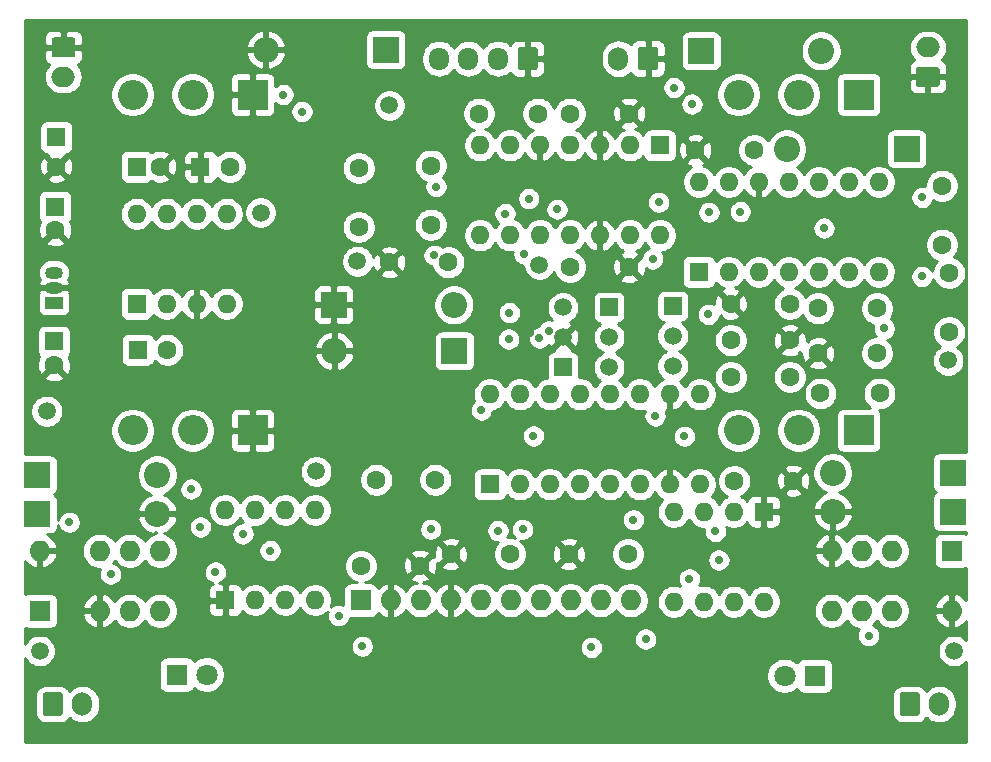
<source format=gbr>
G04 #@! TF.GenerationSoftware,KiCad,Pcbnew,(5.1.5-0-10_14)*
G04 #@! TF.CreationDate,2021-09-10T16:38:47+02:00*
G04 #@! TF.ProjectId,ms20verb,6d733230-7665-4726-922e-6b696361645f,rev?*
G04 #@! TF.SameCoordinates,Original*
G04 #@! TF.FileFunction,Copper,L2,Inr*
G04 #@! TF.FilePolarity,Positive*
%FSLAX46Y46*%
G04 Gerber Fmt 4.6, Leading zero omitted, Abs format (unit mm)*
G04 Created by KiCad (PCBNEW (5.1.5-0-10_14)) date 2021-09-10 16:38:47*
%MOMM*%
%LPD*%
G04 APERTURE LIST*
%ADD10R,1.500000X1.500000*%
%ADD11C,1.500000*%
%ADD12R,2.200000X2.200000*%
%ADD13O,2.200000X2.200000*%
%ADD14C,1.600000*%
%ADD15O,1.700000X2.000000*%
%ADD16C,0.100000*%
%ADD17O,1.700000X1.950000*%
%ADD18O,2.000000X1.700000*%
%ADD19O,2.540000X2.540000*%
%ADD20R,2.540000X2.540000*%
%ADD21R,1.600000X1.600000*%
%ADD22O,1.778000X1.778000*%
%ADD23R,1.778000X1.778000*%
%ADD24O,1.500000X1.050000*%
%ADD25R,1.500000X1.050000*%
%ADD26O,1.600000X1.600000*%
%ADD27C,1.800000*%
%ADD28R,1.800000X1.800000*%
%ADD29C,0.700000*%
%ADD30C,0.254000*%
G04 APERTURE END LIST*
D10*
X115000000Y-97900000D03*
D11*
X115000000Y-102980000D03*
X115000000Y-100440000D03*
D12*
X90700000Y-76200000D03*
D13*
X80540000Y-76200000D03*
D14*
X120200000Y-112700000D03*
X125200000Y-112700000D03*
X94900000Y-112600000D03*
X89900000Y-112600000D03*
X111300000Y-81600000D03*
X106300000Y-81600000D03*
D15*
X137550000Y-131600000D03*
G04 #@! TA.AperFunction,ViaPad*
D16*
G36*
X135674504Y-130601204D02*
G01*
X135698773Y-130604804D01*
X135722571Y-130610765D01*
X135745671Y-130619030D01*
X135767849Y-130629520D01*
X135788893Y-130642133D01*
X135808598Y-130656747D01*
X135826777Y-130673223D01*
X135843253Y-130691402D01*
X135857867Y-130711107D01*
X135870480Y-130732151D01*
X135880970Y-130754329D01*
X135889235Y-130777429D01*
X135895196Y-130801227D01*
X135898796Y-130825496D01*
X135900000Y-130850000D01*
X135900000Y-132350000D01*
X135898796Y-132374504D01*
X135895196Y-132398773D01*
X135889235Y-132422571D01*
X135880970Y-132445671D01*
X135870480Y-132467849D01*
X135857867Y-132488893D01*
X135843253Y-132508598D01*
X135826777Y-132526777D01*
X135808598Y-132543253D01*
X135788893Y-132557867D01*
X135767849Y-132570480D01*
X135745671Y-132580970D01*
X135722571Y-132589235D01*
X135698773Y-132595196D01*
X135674504Y-132598796D01*
X135650000Y-132600000D01*
X134450000Y-132600000D01*
X134425496Y-132598796D01*
X134401227Y-132595196D01*
X134377429Y-132589235D01*
X134354329Y-132580970D01*
X134332151Y-132570480D01*
X134311107Y-132557867D01*
X134291402Y-132543253D01*
X134273223Y-132526777D01*
X134256747Y-132508598D01*
X134242133Y-132488893D01*
X134229520Y-132467849D01*
X134219030Y-132445671D01*
X134210765Y-132422571D01*
X134204804Y-132398773D01*
X134201204Y-132374504D01*
X134200000Y-132350000D01*
X134200000Y-130850000D01*
X134201204Y-130825496D01*
X134204804Y-130801227D01*
X134210765Y-130777429D01*
X134219030Y-130754329D01*
X134229520Y-130732151D01*
X134242133Y-130711107D01*
X134256747Y-130691402D01*
X134273223Y-130673223D01*
X134291402Y-130656747D01*
X134311107Y-130642133D01*
X134332151Y-130629520D01*
X134354329Y-130619030D01*
X134377429Y-130610765D01*
X134401227Y-130604804D01*
X134425496Y-130601204D01*
X134450000Y-130600000D01*
X135650000Y-130600000D01*
X135674504Y-130601204D01*
G37*
G04 #@! TD.AperFunction*
D11*
X138800000Y-127100000D03*
G04 #@! TA.AperFunction,ViaPad*
D16*
G36*
X63124504Y-130601204D02*
G01*
X63148773Y-130604804D01*
X63172571Y-130610765D01*
X63195671Y-130619030D01*
X63217849Y-130629520D01*
X63238893Y-130642133D01*
X63258598Y-130656747D01*
X63276777Y-130673223D01*
X63293253Y-130691402D01*
X63307867Y-130711107D01*
X63320480Y-130732151D01*
X63330970Y-130754329D01*
X63339235Y-130777429D01*
X63345196Y-130801227D01*
X63348796Y-130825496D01*
X63350000Y-130850000D01*
X63350000Y-132350000D01*
X63348796Y-132374504D01*
X63345196Y-132398773D01*
X63339235Y-132422571D01*
X63330970Y-132445671D01*
X63320480Y-132467849D01*
X63307867Y-132488893D01*
X63293253Y-132508598D01*
X63276777Y-132526777D01*
X63258598Y-132543253D01*
X63238893Y-132557867D01*
X63217849Y-132570480D01*
X63195671Y-132580970D01*
X63172571Y-132589235D01*
X63148773Y-132595196D01*
X63124504Y-132598796D01*
X63100000Y-132600000D01*
X61900000Y-132600000D01*
X61875496Y-132598796D01*
X61851227Y-132595196D01*
X61827429Y-132589235D01*
X61804329Y-132580970D01*
X61782151Y-132570480D01*
X61761107Y-132557867D01*
X61741402Y-132543253D01*
X61723223Y-132526777D01*
X61706747Y-132508598D01*
X61692133Y-132488893D01*
X61679520Y-132467849D01*
X61669030Y-132445671D01*
X61660765Y-132422571D01*
X61654804Y-132398773D01*
X61651204Y-132374504D01*
X61650000Y-132350000D01*
X61650000Y-130850000D01*
X61651204Y-130825496D01*
X61654804Y-130801227D01*
X61660765Y-130777429D01*
X61669030Y-130754329D01*
X61679520Y-130732151D01*
X61692133Y-130711107D01*
X61706747Y-130691402D01*
X61723223Y-130673223D01*
X61741402Y-130656747D01*
X61761107Y-130642133D01*
X61782151Y-130629520D01*
X61804329Y-130619030D01*
X61827429Y-130610765D01*
X61851227Y-130604804D01*
X61875496Y-130601204D01*
X61900000Y-130600000D01*
X63100000Y-130600000D01*
X63124504Y-130601204D01*
G37*
G04 #@! TD.AperFunction*
D15*
X65000000Y-131600000D03*
D14*
X121900000Y-84700000D03*
X116900000Y-84700000D03*
X132300000Y-101900000D03*
X127300000Y-101900000D03*
X119900000Y-97700000D03*
X124900000Y-97700000D03*
X137800000Y-92700000D03*
X137800000Y-87700000D03*
G04 #@! TA.AperFunction,ViaPad*
D16*
G36*
X103324504Y-75976204D02*
G01*
X103348773Y-75979804D01*
X103372571Y-75985765D01*
X103395671Y-75994030D01*
X103417849Y-76004520D01*
X103438893Y-76017133D01*
X103458598Y-76031747D01*
X103476777Y-76048223D01*
X103493253Y-76066402D01*
X103507867Y-76086107D01*
X103520480Y-76107151D01*
X103530970Y-76129329D01*
X103539235Y-76152429D01*
X103545196Y-76176227D01*
X103548796Y-76200496D01*
X103550000Y-76225000D01*
X103550000Y-77675000D01*
X103548796Y-77699504D01*
X103545196Y-77723773D01*
X103539235Y-77747571D01*
X103530970Y-77770671D01*
X103520480Y-77792849D01*
X103507867Y-77813893D01*
X103493253Y-77833598D01*
X103476777Y-77851777D01*
X103458598Y-77868253D01*
X103438893Y-77882867D01*
X103417849Y-77895480D01*
X103395671Y-77905970D01*
X103372571Y-77914235D01*
X103348773Y-77920196D01*
X103324504Y-77923796D01*
X103300000Y-77925000D01*
X102100000Y-77925000D01*
X102075496Y-77923796D01*
X102051227Y-77920196D01*
X102027429Y-77914235D01*
X102004329Y-77905970D01*
X101982151Y-77895480D01*
X101961107Y-77882867D01*
X101941402Y-77868253D01*
X101923223Y-77851777D01*
X101906747Y-77833598D01*
X101892133Y-77813893D01*
X101879520Y-77792849D01*
X101869030Y-77770671D01*
X101860765Y-77747571D01*
X101854804Y-77723773D01*
X101851204Y-77699504D01*
X101850000Y-77675000D01*
X101850000Y-76225000D01*
X101851204Y-76200496D01*
X101854804Y-76176227D01*
X101860765Y-76152429D01*
X101869030Y-76129329D01*
X101879520Y-76107151D01*
X101892133Y-76086107D01*
X101906747Y-76066402D01*
X101923223Y-76048223D01*
X101941402Y-76031747D01*
X101961107Y-76017133D01*
X101982151Y-76004520D01*
X102004329Y-75994030D01*
X102027429Y-75985765D01*
X102051227Y-75979804D01*
X102075496Y-75976204D01*
X102100000Y-75975000D01*
X103300000Y-75975000D01*
X103324504Y-75976204D01*
G37*
G04 #@! TD.AperFunction*
D17*
X100200000Y-76950000D03*
X97700000Y-76950000D03*
X95200000Y-76950000D03*
G04 #@! TA.AperFunction,ViaPad*
D16*
G36*
X113524504Y-75951204D02*
G01*
X113548773Y-75954804D01*
X113572571Y-75960765D01*
X113595671Y-75969030D01*
X113617849Y-75979520D01*
X113638893Y-75992133D01*
X113658598Y-76006747D01*
X113676777Y-76023223D01*
X113693253Y-76041402D01*
X113707867Y-76061107D01*
X113720480Y-76082151D01*
X113730970Y-76104329D01*
X113739235Y-76127429D01*
X113745196Y-76151227D01*
X113748796Y-76175496D01*
X113750000Y-76200000D01*
X113750000Y-77700000D01*
X113748796Y-77724504D01*
X113745196Y-77748773D01*
X113739235Y-77772571D01*
X113730970Y-77795671D01*
X113720480Y-77817849D01*
X113707867Y-77838893D01*
X113693253Y-77858598D01*
X113676777Y-77876777D01*
X113658598Y-77893253D01*
X113638893Y-77907867D01*
X113617849Y-77920480D01*
X113595671Y-77930970D01*
X113572571Y-77939235D01*
X113548773Y-77945196D01*
X113524504Y-77948796D01*
X113500000Y-77950000D01*
X112300000Y-77950000D01*
X112275496Y-77948796D01*
X112251227Y-77945196D01*
X112227429Y-77939235D01*
X112204329Y-77930970D01*
X112182151Y-77920480D01*
X112161107Y-77907867D01*
X112141402Y-77893253D01*
X112123223Y-77876777D01*
X112106747Y-77858598D01*
X112092133Y-77838893D01*
X112079520Y-77817849D01*
X112069030Y-77795671D01*
X112060765Y-77772571D01*
X112054804Y-77748773D01*
X112051204Y-77724504D01*
X112050000Y-77700000D01*
X112050000Y-76200000D01*
X112051204Y-76175496D01*
X112054804Y-76151227D01*
X112060765Y-76127429D01*
X112069030Y-76104329D01*
X112079520Y-76082151D01*
X112092133Y-76061107D01*
X112106747Y-76041402D01*
X112123223Y-76023223D01*
X112141402Y-76006747D01*
X112161107Y-75992133D01*
X112182151Y-75979520D01*
X112204329Y-75969030D01*
X112227429Y-75960765D01*
X112251227Y-75954804D01*
X112275496Y-75951204D01*
X112300000Y-75950000D01*
X113500000Y-75950000D01*
X113524504Y-75951204D01*
G37*
G04 #@! TD.AperFunction*
D15*
X110400000Y-76950000D03*
G04 #@! TA.AperFunction,ViaPad*
D16*
G36*
X64174504Y-75151204D02*
G01*
X64198773Y-75154804D01*
X64222571Y-75160765D01*
X64245671Y-75169030D01*
X64267849Y-75179520D01*
X64288893Y-75192133D01*
X64308598Y-75206747D01*
X64326777Y-75223223D01*
X64343253Y-75241402D01*
X64357867Y-75261107D01*
X64370480Y-75282151D01*
X64380970Y-75304329D01*
X64389235Y-75327429D01*
X64395196Y-75351227D01*
X64398796Y-75375496D01*
X64400000Y-75400000D01*
X64400000Y-76600000D01*
X64398796Y-76624504D01*
X64395196Y-76648773D01*
X64389235Y-76672571D01*
X64380970Y-76695671D01*
X64370480Y-76717849D01*
X64357867Y-76738893D01*
X64343253Y-76758598D01*
X64326777Y-76776777D01*
X64308598Y-76793253D01*
X64288893Y-76807867D01*
X64267849Y-76820480D01*
X64245671Y-76830970D01*
X64222571Y-76839235D01*
X64198773Y-76845196D01*
X64174504Y-76848796D01*
X64150000Y-76850000D01*
X62650000Y-76850000D01*
X62625496Y-76848796D01*
X62601227Y-76845196D01*
X62577429Y-76839235D01*
X62554329Y-76830970D01*
X62532151Y-76820480D01*
X62511107Y-76807867D01*
X62491402Y-76793253D01*
X62473223Y-76776777D01*
X62456747Y-76758598D01*
X62442133Y-76738893D01*
X62429520Y-76717849D01*
X62419030Y-76695671D01*
X62410765Y-76672571D01*
X62404804Y-76648773D01*
X62401204Y-76624504D01*
X62400000Y-76600000D01*
X62400000Y-75400000D01*
X62401204Y-75375496D01*
X62404804Y-75351227D01*
X62410765Y-75327429D01*
X62419030Y-75304329D01*
X62429520Y-75282151D01*
X62442133Y-75261107D01*
X62456747Y-75241402D01*
X62473223Y-75223223D01*
X62491402Y-75206747D01*
X62511107Y-75192133D01*
X62532151Y-75179520D01*
X62554329Y-75169030D01*
X62577429Y-75160765D01*
X62601227Y-75154804D01*
X62625496Y-75151204D01*
X62650000Y-75150000D01*
X64150000Y-75150000D01*
X64174504Y-75151204D01*
G37*
G04 #@! TD.AperFunction*
D18*
X63400000Y-78500000D03*
D19*
X120580000Y-108420000D03*
X125660000Y-108420000D03*
D20*
X130740000Y-108420000D03*
D14*
X124900000Y-100800000D03*
X119900000Y-100800000D03*
X132500000Y-105300000D03*
X127500000Y-105300000D03*
X103600000Y-81600000D03*
X98600000Y-81600000D03*
D18*
X136600000Y-76000000D03*
G04 #@! TA.AperFunction,ViaPad*
D16*
G36*
X137374504Y-77651204D02*
G01*
X137398773Y-77654804D01*
X137422571Y-77660765D01*
X137445671Y-77669030D01*
X137467849Y-77679520D01*
X137488893Y-77692133D01*
X137508598Y-77706747D01*
X137526777Y-77723223D01*
X137543253Y-77741402D01*
X137557867Y-77761107D01*
X137570480Y-77782151D01*
X137580970Y-77804329D01*
X137589235Y-77827429D01*
X137595196Y-77851227D01*
X137598796Y-77875496D01*
X137600000Y-77900000D01*
X137600000Y-79100000D01*
X137598796Y-79124504D01*
X137595196Y-79148773D01*
X137589235Y-79172571D01*
X137580970Y-79195671D01*
X137570480Y-79217849D01*
X137557867Y-79238893D01*
X137543253Y-79258598D01*
X137526777Y-79276777D01*
X137508598Y-79293253D01*
X137488893Y-79307867D01*
X137467849Y-79320480D01*
X137445671Y-79330970D01*
X137422571Y-79339235D01*
X137398773Y-79345196D01*
X137374504Y-79348796D01*
X137350000Y-79350000D01*
X135850000Y-79350000D01*
X135825496Y-79348796D01*
X135801227Y-79345196D01*
X135777429Y-79339235D01*
X135754329Y-79330970D01*
X135732151Y-79320480D01*
X135711107Y-79307867D01*
X135691402Y-79293253D01*
X135673223Y-79276777D01*
X135656747Y-79258598D01*
X135642133Y-79238893D01*
X135629520Y-79217849D01*
X135619030Y-79195671D01*
X135610765Y-79172571D01*
X135604804Y-79148773D01*
X135601204Y-79124504D01*
X135600000Y-79100000D01*
X135600000Y-77900000D01*
X135601204Y-77875496D01*
X135604804Y-77851227D01*
X135610765Y-77827429D01*
X135619030Y-77804329D01*
X135629520Y-77782151D01*
X135642133Y-77761107D01*
X135656747Y-77741402D01*
X135673223Y-77723223D01*
X135691402Y-77706747D01*
X135711107Y-77692133D01*
X135732151Y-77679520D01*
X135754329Y-77669030D01*
X135777429Y-77660765D01*
X135801227Y-77654804D01*
X135825496Y-77651204D01*
X135850000Y-77650000D01*
X137350000Y-77650000D01*
X137374504Y-77651204D01*
G37*
G04 #@! TD.AperFunction*
D19*
X69260000Y-108420000D03*
X74340000Y-108420000D03*
D20*
X79420000Y-108420000D03*
D14*
X96000000Y-94200000D03*
X91000000Y-94200000D03*
X132300000Y-98100000D03*
X127300000Y-98100000D03*
X94500000Y-86000000D03*
X94500000Y-91000000D03*
X106300000Y-94600000D03*
X111300000Y-94600000D03*
D21*
X62800000Y-83600000D03*
D14*
X62800000Y-86100000D03*
D13*
X86340000Y-101700000D03*
D12*
X96500000Y-101700000D03*
D13*
X96460000Y-97800000D03*
D12*
X86300000Y-97800000D03*
D13*
X127560000Y-76300000D03*
D12*
X117400000Y-76300000D03*
D13*
X124640000Y-84600000D03*
D12*
X134800000Y-84600000D03*
D22*
X138600000Y-123700000D03*
X133520000Y-123700000D03*
X130980000Y-123700000D03*
X128440000Y-123700000D03*
X128440000Y-118620000D03*
X130980000Y-118620000D03*
X133520000Y-118620000D03*
D23*
X138600000Y-118620000D03*
D22*
X61400000Y-118620000D03*
X66480000Y-118620000D03*
X69020000Y-118620000D03*
X71560000Y-118620000D03*
X71560000Y-123700000D03*
X69020000Y-123700000D03*
X66480000Y-123700000D03*
D23*
X61400000Y-123700000D03*
D10*
X109600000Y-98000000D03*
D11*
X109600000Y-103080000D03*
X109600000Y-100540000D03*
D10*
X105700000Y-103100000D03*
D11*
X105700000Y-98020000D03*
X105700000Y-100560000D03*
X91000000Y-80900000D03*
D24*
X62600000Y-96330000D03*
X62600000Y-95060000D03*
D25*
X62600000Y-97600000D03*
D14*
X138400000Y-100100000D03*
X138400000Y-95100000D03*
X119900000Y-103900000D03*
X124900000Y-103900000D03*
D26*
X113900000Y-91920000D03*
X98660000Y-84300000D03*
X111360000Y-91920000D03*
X101200000Y-84300000D03*
X108820000Y-91920000D03*
X103740000Y-84300000D03*
X106280000Y-91920000D03*
X106280000Y-84300000D03*
X103740000Y-91920000D03*
X108820000Y-84300000D03*
X101200000Y-91920000D03*
X111360000Y-84300000D03*
X98660000Y-91920000D03*
D21*
X113900000Y-84300000D03*
D26*
X117200000Y-87380000D03*
X132440000Y-95000000D03*
X119740000Y-87380000D03*
X129900000Y-95000000D03*
X122280000Y-87380000D03*
X127360000Y-95000000D03*
X124820000Y-87380000D03*
X124820000Y-95000000D03*
X127360000Y-87380000D03*
X122280000Y-95000000D03*
X129900000Y-87380000D03*
X119740000Y-95000000D03*
X132440000Y-87380000D03*
D21*
X117200000Y-95000000D03*
D26*
X99500000Y-105380000D03*
X117280000Y-113000000D03*
X102040000Y-105380000D03*
X114740000Y-113000000D03*
X104580000Y-105380000D03*
X112200000Y-113000000D03*
X107120000Y-105380000D03*
X109660000Y-113000000D03*
X109660000Y-105380000D03*
X107120000Y-113000000D03*
X112200000Y-105380000D03*
X104580000Y-113000000D03*
X114740000Y-105380000D03*
X102040000Y-113000000D03*
X117280000Y-105380000D03*
D21*
X99500000Y-113000000D03*
X69600000Y-97700000D03*
D26*
X77220000Y-90080000D03*
X72140000Y-97700000D03*
X74680000Y-90080000D03*
X74680000Y-97700000D03*
X72140000Y-90080000D03*
X77220000Y-97700000D03*
X69600000Y-90080000D03*
X77100000Y-115180000D03*
X84720000Y-122800000D03*
X79640000Y-115180000D03*
X82180000Y-122800000D03*
X82180000Y-115180000D03*
X79640000Y-122800000D03*
X84720000Y-115180000D03*
D21*
X77100000Y-122800000D03*
D26*
X122700000Y-122920000D03*
X115080000Y-115300000D03*
X120160000Y-122920000D03*
X117620000Y-115300000D03*
X117620000Y-122920000D03*
X120160000Y-115300000D03*
X115080000Y-122920000D03*
D21*
X122700000Y-115300000D03*
D11*
X80100000Y-90000000D03*
X62000000Y-106800000D03*
X84800000Y-111900000D03*
X88300000Y-94100000D03*
X61400000Y-127100000D03*
X103700000Y-94400000D03*
X138300000Y-102500000D03*
D23*
X88570000Y-122825000D03*
D22*
X91110000Y-122825000D03*
X93650000Y-122825000D03*
X96190000Y-122825000D03*
X98730000Y-122825000D03*
X101270000Y-122825000D03*
X103810000Y-122825000D03*
X106350000Y-122825000D03*
X108890000Y-122825000D03*
X111430000Y-122825000D03*
D13*
X71360000Y-112200000D03*
D12*
X61200000Y-112200000D03*
D27*
X75540000Y-129100000D03*
D28*
X73000000Y-129100000D03*
D13*
X71360000Y-115500000D03*
D12*
X61200000Y-115500000D03*
D27*
X124460000Y-129200000D03*
D28*
X127000000Y-129200000D03*
D13*
X128540000Y-115300000D03*
D12*
X138700000Y-115300000D03*
D13*
X128540000Y-112000000D03*
D12*
X138700000Y-112000000D03*
D21*
X75000000Y-86100000D03*
D14*
X77500000Y-86100000D03*
D21*
X62600000Y-100900000D03*
D14*
X62600000Y-102900000D03*
D21*
X69700000Y-101600000D03*
D14*
X72200000Y-101600000D03*
D21*
X62700000Y-89500000D03*
D14*
X62700000Y-91500000D03*
D21*
X69600000Y-86100000D03*
D14*
X71600000Y-86100000D03*
X93600000Y-119900000D03*
X88600000Y-119900000D03*
X88400000Y-86200000D03*
X88400000Y-91200000D03*
X111200000Y-118900000D03*
X106200000Y-118900000D03*
X96200000Y-118900000D03*
X101200000Y-118900000D03*
D20*
X130740000Y-80000000D03*
D19*
X125660000Y-80000000D03*
X120580000Y-80000000D03*
X69260000Y-80000000D03*
X74340000Y-80000000D03*
D20*
X79420000Y-80000000D03*
D29*
X76275025Y-120424975D03*
X78600000Y-117200000D03*
X135600000Y-101500000D03*
X91100000Y-88300000D03*
X105246416Y-107501037D03*
X107900000Y-107500000D03*
X115500000Y-107700000D03*
X86400000Y-110900000D03*
X129400000Y-83000000D03*
X89400000Y-79500000D03*
X118316551Y-107134076D03*
X128900000Y-133800000D03*
X80600000Y-132400000D03*
X70400000Y-122400000D03*
X102900000Y-100200000D03*
X102800000Y-88800000D03*
X118000000Y-98600000D03*
X113305025Y-93905025D03*
X136094975Y-95394975D03*
X136099996Y-88700000D03*
X113792525Y-89107475D03*
X105194975Y-89694975D03*
X100800000Y-90069999D03*
X94790660Y-93599999D03*
X98784203Y-106705470D03*
X103200000Y-108900000D03*
X116615010Y-80800000D03*
X118055025Y-89955025D03*
X103704986Y-100602493D03*
X120700000Y-89899990D03*
X75000000Y-116600000D03*
X74200000Y-113400006D03*
X111655759Y-115993217D03*
X118900000Y-119400000D03*
X118600000Y-116979979D03*
X94500000Y-116799999D03*
X86700000Y-124100000D03*
X88700000Y-126700000D03*
X131580999Y-125800000D03*
X80900000Y-118600000D03*
X116400000Y-121000000D03*
X112700000Y-126100000D03*
X108100000Y-126800000D03*
X102282530Y-116800000D03*
X100190024Y-116909976D03*
X63900000Y-116200000D03*
X83600000Y-81430000D03*
X82000000Y-80000000D03*
X67400000Y-120600000D03*
X104500000Y-100009999D03*
X102400006Y-93500000D03*
X101160363Y-98455056D03*
X101100000Y-100700001D03*
X115095010Y-79400000D03*
X127800000Y-91300000D03*
X94950001Y-87800000D03*
X113500000Y-107200000D03*
X132900000Y-99800000D03*
X115973775Y-108926225D03*
D30*
G36*
X139840001Y-76467581D02*
G01*
X139840000Y-110265868D01*
X139800000Y-110261928D01*
X137600000Y-110261928D01*
X137475518Y-110274188D01*
X137355820Y-110310498D01*
X137245506Y-110369463D01*
X137148815Y-110448815D01*
X137069463Y-110545506D01*
X137010498Y-110655820D01*
X136974188Y-110775518D01*
X136961928Y-110900000D01*
X136961928Y-113100000D01*
X136974188Y-113224482D01*
X137010498Y-113344180D01*
X137069463Y-113454494D01*
X137148815Y-113551185D01*
X137245506Y-113630537D01*
X137281918Y-113650000D01*
X137245506Y-113669463D01*
X137148815Y-113748815D01*
X137069463Y-113845506D01*
X137010498Y-113955820D01*
X136974188Y-114075518D01*
X136961928Y-114200000D01*
X136961928Y-116400000D01*
X136974188Y-116524482D01*
X137010498Y-116644180D01*
X137069463Y-116754494D01*
X137148815Y-116851185D01*
X137245506Y-116930537D01*
X137355820Y-116989502D01*
X137475518Y-117025812D01*
X137600000Y-117038072D01*
X139800000Y-117038072D01*
X139840000Y-117034132D01*
X139840000Y-117198596D01*
X139733180Y-117141498D01*
X139613482Y-117105188D01*
X139489000Y-117092928D01*
X137711000Y-117092928D01*
X137586518Y-117105188D01*
X137466820Y-117141498D01*
X137356506Y-117200463D01*
X137259815Y-117279815D01*
X137180463Y-117376506D01*
X137121498Y-117486820D01*
X137085188Y-117606518D01*
X137072928Y-117731000D01*
X137072928Y-119509000D01*
X137085188Y-119633482D01*
X137121498Y-119753180D01*
X137180463Y-119863494D01*
X137259815Y-119960185D01*
X137356506Y-120039537D01*
X137466820Y-120098502D01*
X137586518Y-120134812D01*
X137711000Y-120147072D01*
X139489000Y-120147072D01*
X139613482Y-120134812D01*
X139733180Y-120098502D01*
X139840000Y-120041404D01*
X139840000Y-122825588D01*
X139724156Y-122670989D01*
X139501806Y-122471449D01*
X139244800Y-122319122D01*
X138963014Y-122219861D01*
X138727000Y-122340046D01*
X138727000Y-123573000D01*
X138747000Y-123573000D01*
X138747000Y-123827000D01*
X138727000Y-123827000D01*
X138727000Y-125059954D01*
X138963014Y-125180139D01*
X139244800Y-125080878D01*
X139501806Y-124928551D01*
X139724156Y-124729011D01*
X139840000Y-124574412D01*
X139840000Y-126181315D01*
X139682886Y-126024201D01*
X139456043Y-125872629D01*
X139203989Y-125768225D01*
X138936411Y-125715000D01*
X138663589Y-125715000D01*
X138396011Y-125768225D01*
X138143957Y-125872629D01*
X137917114Y-126024201D01*
X137724201Y-126217114D01*
X137572629Y-126443957D01*
X137468225Y-126696011D01*
X137415000Y-126963589D01*
X137415000Y-127236411D01*
X137468225Y-127503989D01*
X137572629Y-127756043D01*
X137724201Y-127982886D01*
X137917114Y-128175799D01*
X138143957Y-128327371D01*
X138396011Y-128431775D01*
X138663589Y-128485000D01*
X138936411Y-128485000D01*
X139203989Y-128431775D01*
X139456043Y-128327371D01*
X139682886Y-128175799D01*
X139840000Y-128018685D01*
X139840000Y-134840000D01*
X60160000Y-134840000D01*
X60160000Y-130850000D01*
X61011928Y-130850000D01*
X61011928Y-132350000D01*
X61028992Y-132523254D01*
X61079528Y-132689850D01*
X61161595Y-132843386D01*
X61272038Y-132977962D01*
X61406614Y-133088405D01*
X61560150Y-133170472D01*
X61726746Y-133221008D01*
X61900000Y-133238072D01*
X63100000Y-133238072D01*
X63273254Y-133221008D01*
X63439850Y-133170472D01*
X63593386Y-133088405D01*
X63727962Y-132977962D01*
X63838405Y-132843386D01*
X63892777Y-132741663D01*
X63944866Y-132805134D01*
X64170987Y-132990706D01*
X64428967Y-133128599D01*
X64708890Y-133213513D01*
X65000000Y-133242185D01*
X65291111Y-133213513D01*
X65571034Y-133128599D01*
X65829014Y-132990706D01*
X66055134Y-132805134D01*
X66240706Y-132579014D01*
X66378599Y-132321033D01*
X66463513Y-132041110D01*
X66485000Y-131822949D01*
X66485000Y-131377050D01*
X66463513Y-131158889D01*
X66378599Y-130878966D01*
X66363117Y-130850000D01*
X133561928Y-130850000D01*
X133561928Y-132350000D01*
X133578992Y-132523254D01*
X133629528Y-132689850D01*
X133711595Y-132843386D01*
X133822038Y-132977962D01*
X133956614Y-133088405D01*
X134110150Y-133170472D01*
X134276746Y-133221008D01*
X134450000Y-133238072D01*
X135650000Y-133238072D01*
X135823254Y-133221008D01*
X135989850Y-133170472D01*
X136143386Y-133088405D01*
X136277962Y-132977962D01*
X136388405Y-132843386D01*
X136442777Y-132741663D01*
X136494866Y-132805134D01*
X136720987Y-132990706D01*
X136978967Y-133128599D01*
X137258890Y-133213513D01*
X137550000Y-133242185D01*
X137841111Y-133213513D01*
X138121034Y-133128599D01*
X138379014Y-132990706D01*
X138605134Y-132805134D01*
X138790706Y-132579014D01*
X138928599Y-132321033D01*
X139013513Y-132041110D01*
X139035000Y-131822949D01*
X139035000Y-131377050D01*
X139013513Y-131158889D01*
X138928599Y-130878966D01*
X138790706Y-130620986D01*
X138605134Y-130394866D01*
X138379013Y-130209294D01*
X138121033Y-130071401D01*
X137841110Y-129986487D01*
X137550000Y-129957815D01*
X137258889Y-129986487D01*
X136978966Y-130071401D01*
X136720986Y-130209294D01*
X136494866Y-130394866D01*
X136442777Y-130458337D01*
X136388405Y-130356614D01*
X136277962Y-130222038D01*
X136143386Y-130111595D01*
X135989850Y-130029528D01*
X135823254Y-129978992D01*
X135650000Y-129961928D01*
X134450000Y-129961928D01*
X134276746Y-129978992D01*
X134110150Y-130029528D01*
X133956614Y-130111595D01*
X133822038Y-130222038D01*
X133711595Y-130356614D01*
X133629528Y-130510150D01*
X133578992Y-130676746D01*
X133561928Y-130850000D01*
X66363117Y-130850000D01*
X66240706Y-130620986D01*
X66055134Y-130394866D01*
X65829013Y-130209294D01*
X65571033Y-130071401D01*
X65291110Y-129986487D01*
X65000000Y-129957815D01*
X64708889Y-129986487D01*
X64428966Y-130071401D01*
X64170986Y-130209294D01*
X63944866Y-130394866D01*
X63892777Y-130458337D01*
X63838405Y-130356614D01*
X63727962Y-130222038D01*
X63593386Y-130111595D01*
X63439850Y-130029528D01*
X63273254Y-129978992D01*
X63100000Y-129961928D01*
X61900000Y-129961928D01*
X61726746Y-129978992D01*
X61560150Y-130029528D01*
X61406614Y-130111595D01*
X61272038Y-130222038D01*
X61161595Y-130356614D01*
X61079528Y-130510150D01*
X61028992Y-130676746D01*
X61011928Y-130850000D01*
X60160000Y-130850000D01*
X60160000Y-127725554D01*
X60172629Y-127756043D01*
X60324201Y-127982886D01*
X60517114Y-128175799D01*
X60743957Y-128327371D01*
X60996011Y-128431775D01*
X61263589Y-128485000D01*
X61536411Y-128485000D01*
X61803989Y-128431775D01*
X62056043Y-128327371D01*
X62246666Y-128200000D01*
X71461928Y-128200000D01*
X71461928Y-130000000D01*
X71474188Y-130124482D01*
X71510498Y-130244180D01*
X71569463Y-130354494D01*
X71648815Y-130451185D01*
X71745506Y-130530537D01*
X71855820Y-130589502D01*
X71975518Y-130625812D01*
X72100000Y-130638072D01*
X73900000Y-130638072D01*
X74024482Y-130625812D01*
X74144180Y-130589502D01*
X74254494Y-130530537D01*
X74351185Y-130451185D01*
X74430537Y-130354494D01*
X74489502Y-130244180D01*
X74495056Y-130225873D01*
X74561495Y-130292312D01*
X74812905Y-130460299D01*
X75092257Y-130576011D01*
X75388816Y-130635000D01*
X75691184Y-130635000D01*
X75987743Y-130576011D01*
X76267095Y-130460299D01*
X76518505Y-130292312D01*
X76732312Y-130078505D01*
X76900299Y-129827095D01*
X77016011Y-129547743D01*
X77075000Y-129251184D01*
X77075000Y-129048816D01*
X122925000Y-129048816D01*
X122925000Y-129351184D01*
X122983989Y-129647743D01*
X123099701Y-129927095D01*
X123267688Y-130178505D01*
X123481495Y-130392312D01*
X123732905Y-130560299D01*
X124012257Y-130676011D01*
X124308816Y-130735000D01*
X124611184Y-130735000D01*
X124907743Y-130676011D01*
X125187095Y-130560299D01*
X125438505Y-130392312D01*
X125504944Y-130325873D01*
X125510498Y-130344180D01*
X125569463Y-130454494D01*
X125648815Y-130551185D01*
X125745506Y-130630537D01*
X125855820Y-130689502D01*
X125975518Y-130725812D01*
X126100000Y-130738072D01*
X127900000Y-130738072D01*
X128024482Y-130725812D01*
X128144180Y-130689502D01*
X128254494Y-130630537D01*
X128351185Y-130551185D01*
X128430537Y-130454494D01*
X128489502Y-130344180D01*
X128525812Y-130224482D01*
X128538072Y-130100000D01*
X128538072Y-128300000D01*
X128525812Y-128175518D01*
X128489502Y-128055820D01*
X128430537Y-127945506D01*
X128351185Y-127848815D01*
X128254494Y-127769463D01*
X128144180Y-127710498D01*
X128024482Y-127674188D01*
X127900000Y-127661928D01*
X126100000Y-127661928D01*
X125975518Y-127674188D01*
X125855820Y-127710498D01*
X125745506Y-127769463D01*
X125648815Y-127848815D01*
X125569463Y-127945506D01*
X125510498Y-128055820D01*
X125504944Y-128074127D01*
X125438505Y-128007688D01*
X125187095Y-127839701D01*
X124907743Y-127723989D01*
X124611184Y-127665000D01*
X124308816Y-127665000D01*
X124012257Y-127723989D01*
X123732905Y-127839701D01*
X123481495Y-128007688D01*
X123267688Y-128221495D01*
X123099701Y-128472905D01*
X122983989Y-128752257D01*
X122925000Y-129048816D01*
X77075000Y-129048816D01*
X77075000Y-128948816D01*
X77016011Y-128652257D01*
X76900299Y-128372905D01*
X76732312Y-128121495D01*
X76518505Y-127907688D01*
X76267095Y-127739701D01*
X75987743Y-127623989D01*
X75691184Y-127565000D01*
X75388816Y-127565000D01*
X75092257Y-127623989D01*
X74812905Y-127739701D01*
X74561495Y-127907688D01*
X74495056Y-127974127D01*
X74489502Y-127955820D01*
X74430537Y-127845506D01*
X74351185Y-127748815D01*
X74254494Y-127669463D01*
X74144180Y-127610498D01*
X74024482Y-127574188D01*
X73900000Y-127561928D01*
X72100000Y-127561928D01*
X71975518Y-127574188D01*
X71855820Y-127610498D01*
X71745506Y-127669463D01*
X71648815Y-127748815D01*
X71569463Y-127845506D01*
X71510498Y-127955820D01*
X71474188Y-128075518D01*
X71461928Y-128200000D01*
X62246666Y-128200000D01*
X62282886Y-128175799D01*
X62475799Y-127982886D01*
X62627371Y-127756043D01*
X62731775Y-127503989D01*
X62785000Y-127236411D01*
X62785000Y-126963589D01*
X62731775Y-126696011D01*
X62693243Y-126602986D01*
X87715000Y-126602986D01*
X87715000Y-126797014D01*
X87752853Y-126987314D01*
X87827104Y-127166572D01*
X87934901Y-127327901D01*
X88072099Y-127465099D01*
X88233428Y-127572896D01*
X88412686Y-127647147D01*
X88602986Y-127685000D01*
X88797014Y-127685000D01*
X88987314Y-127647147D01*
X89166572Y-127572896D01*
X89327901Y-127465099D01*
X89465099Y-127327901D01*
X89572896Y-127166572D01*
X89647147Y-126987314D01*
X89685000Y-126797014D01*
X89685000Y-126702986D01*
X107115000Y-126702986D01*
X107115000Y-126897014D01*
X107152853Y-127087314D01*
X107227104Y-127266572D01*
X107334901Y-127427901D01*
X107472099Y-127565099D01*
X107633428Y-127672896D01*
X107812686Y-127747147D01*
X108002986Y-127785000D01*
X108197014Y-127785000D01*
X108387314Y-127747147D01*
X108566572Y-127672896D01*
X108727901Y-127565099D01*
X108865099Y-127427901D01*
X108972896Y-127266572D01*
X109047147Y-127087314D01*
X109085000Y-126897014D01*
X109085000Y-126702986D01*
X109047147Y-126512686D01*
X108972896Y-126333428D01*
X108865099Y-126172099D01*
X108727901Y-126034901D01*
X108680138Y-126002986D01*
X111715000Y-126002986D01*
X111715000Y-126197014D01*
X111752853Y-126387314D01*
X111827104Y-126566572D01*
X111934901Y-126727901D01*
X112072099Y-126865099D01*
X112233428Y-126972896D01*
X112412686Y-127047147D01*
X112602986Y-127085000D01*
X112797014Y-127085000D01*
X112987314Y-127047147D01*
X113166572Y-126972896D01*
X113327901Y-126865099D01*
X113465099Y-126727901D01*
X113572896Y-126566572D01*
X113647147Y-126387314D01*
X113685000Y-126197014D01*
X113685000Y-126002986D01*
X113647147Y-125812686D01*
X113572896Y-125633428D01*
X113465099Y-125472099D01*
X113327901Y-125334901D01*
X113166572Y-125227104D01*
X112987314Y-125152853D01*
X112797014Y-125115000D01*
X112602986Y-125115000D01*
X112412686Y-125152853D01*
X112233428Y-125227104D01*
X112072099Y-125334901D01*
X111934901Y-125472099D01*
X111827104Y-125633428D01*
X111752853Y-125812686D01*
X111715000Y-126002986D01*
X108680138Y-126002986D01*
X108566572Y-125927104D01*
X108387314Y-125852853D01*
X108197014Y-125815000D01*
X108002986Y-125815000D01*
X107812686Y-125852853D01*
X107633428Y-125927104D01*
X107472099Y-126034901D01*
X107334901Y-126172099D01*
X107227104Y-126333428D01*
X107152853Y-126512686D01*
X107115000Y-126702986D01*
X89685000Y-126702986D01*
X89685000Y-126602986D01*
X89647147Y-126412686D01*
X89572896Y-126233428D01*
X89465099Y-126072099D01*
X89327901Y-125934901D01*
X89166572Y-125827104D01*
X88987314Y-125752853D01*
X88797014Y-125715000D01*
X88602986Y-125715000D01*
X88412686Y-125752853D01*
X88233428Y-125827104D01*
X88072099Y-125934901D01*
X87934901Y-126072099D01*
X87827104Y-126233428D01*
X87752853Y-126412686D01*
X87715000Y-126602986D01*
X62693243Y-126602986D01*
X62627371Y-126443957D01*
X62475799Y-126217114D01*
X62282886Y-126024201D01*
X62056043Y-125872629D01*
X61803989Y-125768225D01*
X61536411Y-125715000D01*
X61263589Y-125715000D01*
X60996011Y-125768225D01*
X60743957Y-125872629D01*
X60517114Y-126024201D01*
X60324201Y-126217114D01*
X60172629Y-126443957D01*
X60160000Y-126474446D01*
X60160000Y-125121405D01*
X60266820Y-125178502D01*
X60386518Y-125214812D01*
X60511000Y-125227072D01*
X62289000Y-125227072D01*
X62413482Y-125214812D01*
X62533180Y-125178502D01*
X62643494Y-125119537D01*
X62740185Y-125040185D01*
X62819537Y-124943494D01*
X62878502Y-124833180D01*
X62914812Y-124713482D01*
X62927072Y-124589000D01*
X62927072Y-124063013D01*
X64999866Y-124063013D01*
X65047630Y-124220486D01*
X65176694Y-124489927D01*
X65355844Y-124729011D01*
X65578194Y-124928551D01*
X65835200Y-125080878D01*
X66116986Y-125180139D01*
X66353000Y-125059954D01*
X66353000Y-123827000D01*
X65120670Y-123827000D01*
X64999866Y-124063013D01*
X62927072Y-124063013D01*
X62927072Y-123336987D01*
X64999866Y-123336987D01*
X65120670Y-123573000D01*
X66353000Y-123573000D01*
X66353000Y-122340046D01*
X66607000Y-122340046D01*
X66607000Y-123573000D01*
X66627000Y-123573000D01*
X66627000Y-123827000D01*
X66607000Y-123827000D01*
X66607000Y-125059954D01*
X66843014Y-125180139D01*
X67124800Y-125080878D01*
X67381806Y-124928551D01*
X67604156Y-124729011D01*
X67747152Y-124538176D01*
X67836232Y-124671493D01*
X68048507Y-124883768D01*
X68298115Y-125050551D01*
X68575466Y-125165434D01*
X68869899Y-125224000D01*
X69170101Y-125224000D01*
X69464534Y-125165434D01*
X69741885Y-125050551D01*
X69991493Y-124883768D01*
X70203768Y-124671493D01*
X70290000Y-124542438D01*
X70376232Y-124671493D01*
X70588507Y-124883768D01*
X70838115Y-125050551D01*
X71115466Y-125165434D01*
X71409899Y-125224000D01*
X71710101Y-125224000D01*
X72004534Y-125165434D01*
X72281885Y-125050551D01*
X72531493Y-124883768D01*
X72743768Y-124671493D01*
X72910551Y-124421885D01*
X73025434Y-124144534D01*
X73084000Y-123850101D01*
X73084000Y-123600000D01*
X75661928Y-123600000D01*
X75674188Y-123724482D01*
X75710498Y-123844180D01*
X75769463Y-123954494D01*
X75848815Y-124051185D01*
X75945506Y-124130537D01*
X76055820Y-124189502D01*
X76175518Y-124225812D01*
X76300000Y-124238072D01*
X76814250Y-124235000D01*
X76973000Y-124076250D01*
X76973000Y-122927000D01*
X75823750Y-122927000D01*
X75665000Y-123085750D01*
X75661928Y-123600000D01*
X73084000Y-123600000D01*
X73084000Y-123549899D01*
X73025434Y-123255466D01*
X72910551Y-122978115D01*
X72743768Y-122728507D01*
X72531493Y-122516232D01*
X72281885Y-122349449D01*
X72004534Y-122234566D01*
X71710101Y-122176000D01*
X71409899Y-122176000D01*
X71115466Y-122234566D01*
X70838115Y-122349449D01*
X70588507Y-122516232D01*
X70376232Y-122728507D01*
X70290000Y-122857562D01*
X70203768Y-122728507D01*
X69991493Y-122516232D01*
X69741885Y-122349449D01*
X69464534Y-122234566D01*
X69170101Y-122176000D01*
X68869899Y-122176000D01*
X68575466Y-122234566D01*
X68298115Y-122349449D01*
X68048507Y-122516232D01*
X67836232Y-122728507D01*
X67747152Y-122861824D01*
X67604156Y-122670989D01*
X67381806Y-122471449D01*
X67124800Y-122319122D01*
X66843014Y-122219861D01*
X66607000Y-122340046D01*
X66353000Y-122340046D01*
X66116986Y-122219861D01*
X65835200Y-122319122D01*
X65578194Y-122471449D01*
X65355844Y-122670989D01*
X65176694Y-122910073D01*
X65047630Y-123179514D01*
X64999866Y-123336987D01*
X62927072Y-123336987D01*
X62927072Y-122811000D01*
X62914812Y-122686518D01*
X62878502Y-122566820D01*
X62819537Y-122456506D01*
X62740185Y-122359815D01*
X62643494Y-122280463D01*
X62533180Y-122221498D01*
X62413482Y-122185188D01*
X62289000Y-122172928D01*
X60511000Y-122172928D01*
X60386518Y-122185188D01*
X60266820Y-122221498D01*
X60160000Y-122278595D01*
X60160000Y-119494412D01*
X60275844Y-119649011D01*
X60498194Y-119848551D01*
X60755200Y-120000878D01*
X61036986Y-120100139D01*
X61273000Y-119979954D01*
X61273000Y-118747000D01*
X61527000Y-118747000D01*
X61527000Y-119979954D01*
X61763014Y-120100139D01*
X62044800Y-120000878D01*
X62301806Y-119848551D01*
X62524156Y-119649011D01*
X62703306Y-119409927D01*
X62832370Y-119140486D01*
X62880134Y-118983013D01*
X62759330Y-118747000D01*
X61527000Y-118747000D01*
X61273000Y-118747000D01*
X61253000Y-118747000D01*
X61253000Y-118493000D01*
X61273000Y-118493000D01*
X61273000Y-118473000D01*
X61527000Y-118473000D01*
X61527000Y-118493000D01*
X62759330Y-118493000D01*
X62771154Y-118469899D01*
X64956000Y-118469899D01*
X64956000Y-118770101D01*
X65014566Y-119064534D01*
X65129449Y-119341885D01*
X65296232Y-119591493D01*
X65508507Y-119803768D01*
X65758115Y-119970551D01*
X66035466Y-120085434D01*
X66329899Y-120144000D01*
X66522725Y-120144000D01*
X66452853Y-120312686D01*
X66415000Y-120502986D01*
X66415000Y-120697014D01*
X66452853Y-120887314D01*
X66527104Y-121066572D01*
X66634901Y-121227901D01*
X66772099Y-121365099D01*
X66933428Y-121472896D01*
X67112686Y-121547147D01*
X67302986Y-121585000D01*
X67497014Y-121585000D01*
X67687314Y-121547147D01*
X67866572Y-121472896D01*
X68027901Y-121365099D01*
X68165099Y-121227901D01*
X68272896Y-121066572D01*
X68347147Y-120887314D01*
X68385000Y-120697014D01*
X68385000Y-120502986D01*
X68350186Y-120327961D01*
X75290025Y-120327961D01*
X75290025Y-120521989D01*
X75327878Y-120712289D01*
X75402129Y-120891547D01*
X75509926Y-121052876D01*
X75647124Y-121190074D01*
X75808453Y-121297871D01*
X75987711Y-121372122D01*
X76105253Y-121395503D01*
X76055820Y-121410498D01*
X75945506Y-121469463D01*
X75848815Y-121548815D01*
X75769463Y-121645506D01*
X75710498Y-121755820D01*
X75674188Y-121875518D01*
X75661928Y-122000000D01*
X75665000Y-122514250D01*
X75823750Y-122673000D01*
X76973000Y-122673000D01*
X76973000Y-121523750D01*
X77227000Y-121523750D01*
X77227000Y-122673000D01*
X77247000Y-122673000D01*
X77247000Y-122927000D01*
X77227000Y-122927000D01*
X77227000Y-124076250D01*
X77385750Y-124235000D01*
X77900000Y-124238072D01*
X78024482Y-124225812D01*
X78144180Y-124189502D01*
X78254494Y-124130537D01*
X78351185Y-124051185D01*
X78430537Y-123954494D01*
X78489502Y-123844180D01*
X78525812Y-123724482D01*
X78526643Y-123716039D01*
X78725241Y-123914637D01*
X78960273Y-124071680D01*
X79221426Y-124179853D01*
X79498665Y-124235000D01*
X79781335Y-124235000D01*
X80058574Y-124179853D01*
X80319727Y-124071680D01*
X80554759Y-123914637D01*
X80754637Y-123714759D01*
X80910000Y-123482241D01*
X81065363Y-123714759D01*
X81265241Y-123914637D01*
X81500273Y-124071680D01*
X81761426Y-124179853D01*
X82038665Y-124235000D01*
X82321335Y-124235000D01*
X82598574Y-124179853D01*
X82859727Y-124071680D01*
X83094759Y-123914637D01*
X83294637Y-123714759D01*
X83450000Y-123482241D01*
X83605363Y-123714759D01*
X83805241Y-123914637D01*
X84040273Y-124071680D01*
X84301426Y-124179853D01*
X84578665Y-124235000D01*
X84861335Y-124235000D01*
X85138574Y-124179853D01*
X85399727Y-124071680D01*
X85634759Y-123914637D01*
X85764268Y-123785128D01*
X85752853Y-123812686D01*
X85715000Y-124002986D01*
X85715000Y-124197014D01*
X85752853Y-124387314D01*
X85827104Y-124566572D01*
X85934901Y-124727901D01*
X86072099Y-124865099D01*
X86233428Y-124972896D01*
X86412686Y-125047147D01*
X86602986Y-125085000D01*
X86797014Y-125085000D01*
X86987314Y-125047147D01*
X87166572Y-124972896D01*
X87327901Y-124865099D01*
X87465099Y-124727901D01*
X87572896Y-124566572D01*
X87647147Y-124387314D01*
X87654673Y-124349479D01*
X87681000Y-124352072D01*
X89459000Y-124352072D01*
X89583482Y-124339812D01*
X89703180Y-124303502D01*
X89813494Y-124244537D01*
X89910185Y-124165185D01*
X89989537Y-124068494D01*
X90048502Y-123958180D01*
X90059932Y-123920499D01*
X90208194Y-124053551D01*
X90465200Y-124205878D01*
X90746986Y-124305139D01*
X90983000Y-124184954D01*
X90983000Y-122952000D01*
X90963000Y-122952000D01*
X90963000Y-122698000D01*
X90983000Y-122698000D01*
X90983000Y-121465046D01*
X91237000Y-121465046D01*
X91237000Y-122698000D01*
X91257000Y-122698000D01*
X91257000Y-122952000D01*
X91237000Y-122952000D01*
X91237000Y-124184954D01*
X91473014Y-124305139D01*
X91754800Y-124205878D01*
X92011806Y-124053551D01*
X92234156Y-123854011D01*
X92377152Y-123663176D01*
X92466232Y-123796493D01*
X92678507Y-124008768D01*
X92928115Y-124175551D01*
X93205466Y-124290434D01*
X93499899Y-124349000D01*
X93800101Y-124349000D01*
X94094534Y-124290434D01*
X94371885Y-124175551D01*
X94621493Y-124008768D01*
X94833768Y-123796493D01*
X94922848Y-123663176D01*
X95065844Y-123854011D01*
X95288194Y-124053551D01*
X95545200Y-124205878D01*
X95826986Y-124305139D01*
X96063000Y-124184954D01*
X96063000Y-122952000D01*
X96043000Y-122952000D01*
X96043000Y-122698000D01*
X96063000Y-122698000D01*
X96063000Y-121465046D01*
X96317000Y-121465046D01*
X96317000Y-122698000D01*
X96337000Y-122698000D01*
X96337000Y-122952000D01*
X96317000Y-122952000D01*
X96317000Y-124184954D01*
X96553014Y-124305139D01*
X96834800Y-124205878D01*
X97091806Y-124053551D01*
X97314156Y-123854011D01*
X97457152Y-123663176D01*
X97546232Y-123796493D01*
X97758507Y-124008768D01*
X98008115Y-124175551D01*
X98285466Y-124290434D01*
X98579899Y-124349000D01*
X98880101Y-124349000D01*
X99174534Y-124290434D01*
X99451885Y-124175551D01*
X99701493Y-124008768D01*
X99913768Y-123796493D01*
X100000000Y-123667438D01*
X100086232Y-123796493D01*
X100298507Y-124008768D01*
X100548115Y-124175551D01*
X100825466Y-124290434D01*
X101119899Y-124349000D01*
X101420101Y-124349000D01*
X101714534Y-124290434D01*
X101991885Y-124175551D01*
X102241493Y-124008768D01*
X102453768Y-123796493D01*
X102540000Y-123667438D01*
X102626232Y-123796493D01*
X102838507Y-124008768D01*
X103088115Y-124175551D01*
X103365466Y-124290434D01*
X103659899Y-124349000D01*
X103960101Y-124349000D01*
X104254534Y-124290434D01*
X104531885Y-124175551D01*
X104781493Y-124008768D01*
X104993768Y-123796493D01*
X105080000Y-123667438D01*
X105166232Y-123796493D01*
X105378507Y-124008768D01*
X105628115Y-124175551D01*
X105905466Y-124290434D01*
X106199899Y-124349000D01*
X106500101Y-124349000D01*
X106794534Y-124290434D01*
X107071885Y-124175551D01*
X107321493Y-124008768D01*
X107533768Y-123796493D01*
X107620000Y-123667438D01*
X107706232Y-123796493D01*
X107918507Y-124008768D01*
X108168115Y-124175551D01*
X108445466Y-124290434D01*
X108739899Y-124349000D01*
X109040101Y-124349000D01*
X109334534Y-124290434D01*
X109611885Y-124175551D01*
X109861493Y-124008768D01*
X110073768Y-123796493D01*
X110160000Y-123667438D01*
X110246232Y-123796493D01*
X110458507Y-124008768D01*
X110708115Y-124175551D01*
X110985466Y-124290434D01*
X111279899Y-124349000D01*
X111580101Y-124349000D01*
X111874534Y-124290434D01*
X112151885Y-124175551D01*
X112401493Y-124008768D01*
X112613768Y-123796493D01*
X112780551Y-123546885D01*
X112895434Y-123269534D01*
X112954000Y-122975101D01*
X112954000Y-122778665D01*
X113645000Y-122778665D01*
X113645000Y-123061335D01*
X113700147Y-123338574D01*
X113808320Y-123599727D01*
X113965363Y-123834759D01*
X114165241Y-124034637D01*
X114400273Y-124191680D01*
X114661426Y-124299853D01*
X114938665Y-124355000D01*
X115221335Y-124355000D01*
X115498574Y-124299853D01*
X115759727Y-124191680D01*
X115994759Y-124034637D01*
X116194637Y-123834759D01*
X116350000Y-123602241D01*
X116505363Y-123834759D01*
X116705241Y-124034637D01*
X116940273Y-124191680D01*
X117201426Y-124299853D01*
X117478665Y-124355000D01*
X117761335Y-124355000D01*
X118038574Y-124299853D01*
X118299727Y-124191680D01*
X118534759Y-124034637D01*
X118734637Y-123834759D01*
X118890000Y-123602241D01*
X119045363Y-123834759D01*
X119245241Y-124034637D01*
X119480273Y-124191680D01*
X119741426Y-124299853D01*
X120018665Y-124355000D01*
X120301335Y-124355000D01*
X120578574Y-124299853D01*
X120839727Y-124191680D01*
X121074759Y-124034637D01*
X121274637Y-123834759D01*
X121430000Y-123602241D01*
X121585363Y-123834759D01*
X121785241Y-124034637D01*
X122020273Y-124191680D01*
X122281426Y-124299853D01*
X122558665Y-124355000D01*
X122841335Y-124355000D01*
X123118574Y-124299853D01*
X123379727Y-124191680D01*
X123614759Y-124034637D01*
X123814637Y-123834759D01*
X123971680Y-123599727D01*
X123992319Y-123549899D01*
X126916000Y-123549899D01*
X126916000Y-123850101D01*
X126974566Y-124144534D01*
X127089449Y-124421885D01*
X127256232Y-124671493D01*
X127468507Y-124883768D01*
X127718115Y-125050551D01*
X127995466Y-125165434D01*
X128289899Y-125224000D01*
X128590101Y-125224000D01*
X128884534Y-125165434D01*
X129161885Y-125050551D01*
X129411493Y-124883768D01*
X129623768Y-124671493D01*
X129710000Y-124542438D01*
X129796232Y-124671493D01*
X130008507Y-124883768D01*
X130258115Y-125050551D01*
X130535466Y-125165434D01*
X130786931Y-125215453D01*
X130708103Y-125333428D01*
X130633852Y-125512686D01*
X130595999Y-125702986D01*
X130595999Y-125897014D01*
X130633852Y-126087314D01*
X130708103Y-126266572D01*
X130815900Y-126427901D01*
X130953098Y-126565099D01*
X131114427Y-126672896D01*
X131293685Y-126747147D01*
X131483985Y-126785000D01*
X131678013Y-126785000D01*
X131868313Y-126747147D01*
X132047571Y-126672896D01*
X132208900Y-126565099D01*
X132346098Y-126427901D01*
X132453895Y-126266572D01*
X132528146Y-126087314D01*
X132565999Y-125897014D01*
X132565999Y-125702986D01*
X132528146Y-125512686D01*
X132453895Y-125333428D01*
X132346098Y-125172099D01*
X132208900Y-125034901D01*
X132047571Y-124927104D01*
X131948223Y-124885953D01*
X131951493Y-124883768D01*
X132163768Y-124671493D01*
X132250000Y-124542438D01*
X132336232Y-124671493D01*
X132548507Y-124883768D01*
X132798115Y-125050551D01*
X133075466Y-125165434D01*
X133369899Y-125224000D01*
X133670101Y-125224000D01*
X133964534Y-125165434D01*
X134241885Y-125050551D01*
X134491493Y-124883768D01*
X134703768Y-124671493D01*
X134870551Y-124421885D01*
X134985434Y-124144534D01*
X135001649Y-124063013D01*
X137119866Y-124063013D01*
X137167630Y-124220486D01*
X137296694Y-124489927D01*
X137475844Y-124729011D01*
X137698194Y-124928551D01*
X137955200Y-125080878D01*
X138236986Y-125180139D01*
X138473000Y-125059954D01*
X138473000Y-123827000D01*
X137240670Y-123827000D01*
X137119866Y-124063013D01*
X135001649Y-124063013D01*
X135044000Y-123850101D01*
X135044000Y-123549899D01*
X135001650Y-123336987D01*
X137119866Y-123336987D01*
X137240670Y-123573000D01*
X138473000Y-123573000D01*
X138473000Y-122340046D01*
X138236986Y-122219861D01*
X137955200Y-122319122D01*
X137698194Y-122471449D01*
X137475844Y-122670989D01*
X137296694Y-122910073D01*
X137167630Y-123179514D01*
X137119866Y-123336987D01*
X135001650Y-123336987D01*
X134985434Y-123255466D01*
X134870551Y-122978115D01*
X134703768Y-122728507D01*
X134491493Y-122516232D01*
X134241885Y-122349449D01*
X133964534Y-122234566D01*
X133670101Y-122176000D01*
X133369899Y-122176000D01*
X133075466Y-122234566D01*
X132798115Y-122349449D01*
X132548507Y-122516232D01*
X132336232Y-122728507D01*
X132250000Y-122857562D01*
X132163768Y-122728507D01*
X131951493Y-122516232D01*
X131701885Y-122349449D01*
X131424534Y-122234566D01*
X131130101Y-122176000D01*
X130829899Y-122176000D01*
X130535466Y-122234566D01*
X130258115Y-122349449D01*
X130008507Y-122516232D01*
X129796232Y-122728507D01*
X129710000Y-122857562D01*
X129623768Y-122728507D01*
X129411493Y-122516232D01*
X129161885Y-122349449D01*
X128884534Y-122234566D01*
X128590101Y-122176000D01*
X128289899Y-122176000D01*
X127995466Y-122234566D01*
X127718115Y-122349449D01*
X127468507Y-122516232D01*
X127256232Y-122728507D01*
X127089449Y-122978115D01*
X126974566Y-123255466D01*
X126916000Y-123549899D01*
X123992319Y-123549899D01*
X124079853Y-123338574D01*
X124135000Y-123061335D01*
X124135000Y-122778665D01*
X124079853Y-122501426D01*
X123971680Y-122240273D01*
X123814637Y-122005241D01*
X123614759Y-121805363D01*
X123379727Y-121648320D01*
X123118574Y-121540147D01*
X122841335Y-121485000D01*
X122558665Y-121485000D01*
X122281426Y-121540147D01*
X122020273Y-121648320D01*
X121785241Y-121805363D01*
X121585363Y-122005241D01*
X121430000Y-122237759D01*
X121274637Y-122005241D01*
X121074759Y-121805363D01*
X120839727Y-121648320D01*
X120578574Y-121540147D01*
X120301335Y-121485000D01*
X120018665Y-121485000D01*
X119741426Y-121540147D01*
X119480273Y-121648320D01*
X119245241Y-121805363D01*
X119045363Y-122005241D01*
X118890000Y-122237759D01*
X118734637Y-122005241D01*
X118534759Y-121805363D01*
X118299727Y-121648320D01*
X118038574Y-121540147D01*
X117761335Y-121485000D01*
X117478665Y-121485000D01*
X117227154Y-121535029D01*
X117272896Y-121466572D01*
X117347147Y-121287314D01*
X117385000Y-121097014D01*
X117385000Y-120902986D01*
X117347147Y-120712686D01*
X117272896Y-120533428D01*
X117165099Y-120372099D01*
X117027901Y-120234901D01*
X116866572Y-120127104D01*
X116687314Y-120052853D01*
X116497014Y-120015000D01*
X116302986Y-120015000D01*
X116112686Y-120052853D01*
X115933428Y-120127104D01*
X115772099Y-120234901D01*
X115634901Y-120372099D01*
X115527104Y-120533428D01*
X115452853Y-120712686D01*
X115415000Y-120902986D01*
X115415000Y-121097014D01*
X115452853Y-121287314D01*
X115527104Y-121466572D01*
X115605997Y-121584643D01*
X115498574Y-121540147D01*
X115221335Y-121485000D01*
X114938665Y-121485000D01*
X114661426Y-121540147D01*
X114400273Y-121648320D01*
X114165241Y-121805363D01*
X113965363Y-122005241D01*
X113808320Y-122240273D01*
X113700147Y-122501426D01*
X113645000Y-122778665D01*
X112954000Y-122778665D01*
X112954000Y-122674899D01*
X112895434Y-122380466D01*
X112780551Y-122103115D01*
X112613768Y-121853507D01*
X112401493Y-121641232D01*
X112151885Y-121474449D01*
X111874534Y-121359566D01*
X111580101Y-121301000D01*
X111279899Y-121301000D01*
X110985466Y-121359566D01*
X110708115Y-121474449D01*
X110458507Y-121641232D01*
X110246232Y-121853507D01*
X110160000Y-121982562D01*
X110073768Y-121853507D01*
X109861493Y-121641232D01*
X109611885Y-121474449D01*
X109334534Y-121359566D01*
X109040101Y-121301000D01*
X108739899Y-121301000D01*
X108445466Y-121359566D01*
X108168115Y-121474449D01*
X107918507Y-121641232D01*
X107706232Y-121853507D01*
X107620000Y-121982562D01*
X107533768Y-121853507D01*
X107321493Y-121641232D01*
X107071885Y-121474449D01*
X106794534Y-121359566D01*
X106500101Y-121301000D01*
X106199899Y-121301000D01*
X105905466Y-121359566D01*
X105628115Y-121474449D01*
X105378507Y-121641232D01*
X105166232Y-121853507D01*
X105080000Y-121982562D01*
X104993768Y-121853507D01*
X104781493Y-121641232D01*
X104531885Y-121474449D01*
X104254534Y-121359566D01*
X103960101Y-121301000D01*
X103659899Y-121301000D01*
X103365466Y-121359566D01*
X103088115Y-121474449D01*
X102838507Y-121641232D01*
X102626232Y-121853507D01*
X102540000Y-121982562D01*
X102453768Y-121853507D01*
X102241493Y-121641232D01*
X101991885Y-121474449D01*
X101714534Y-121359566D01*
X101420101Y-121301000D01*
X101119899Y-121301000D01*
X100825466Y-121359566D01*
X100548115Y-121474449D01*
X100298507Y-121641232D01*
X100086232Y-121853507D01*
X100000000Y-121982562D01*
X99913768Y-121853507D01*
X99701493Y-121641232D01*
X99451885Y-121474449D01*
X99174534Y-121359566D01*
X98880101Y-121301000D01*
X98579899Y-121301000D01*
X98285466Y-121359566D01*
X98008115Y-121474449D01*
X97758507Y-121641232D01*
X97546232Y-121853507D01*
X97457152Y-121986824D01*
X97314156Y-121795989D01*
X97091806Y-121596449D01*
X96834800Y-121444122D01*
X96553014Y-121344861D01*
X96317000Y-121465046D01*
X96063000Y-121465046D01*
X95826986Y-121344861D01*
X95545200Y-121444122D01*
X95288194Y-121596449D01*
X95065844Y-121795989D01*
X94922848Y-121986824D01*
X94833768Y-121853507D01*
X94621493Y-121641232D01*
X94371885Y-121474449D01*
X94094534Y-121359566D01*
X93857772Y-121312471D01*
X93950130Y-121298787D01*
X94216292Y-121203603D01*
X94341514Y-121136671D01*
X94413097Y-120892702D01*
X93600000Y-120079605D01*
X92786903Y-120892702D01*
X92858486Y-121136671D01*
X93113996Y-121257571D01*
X93381336Y-121324583D01*
X93205466Y-121359566D01*
X92928115Y-121474449D01*
X92678507Y-121641232D01*
X92466232Y-121853507D01*
X92377152Y-121986824D01*
X92234156Y-121795989D01*
X92011806Y-121596449D01*
X91754800Y-121444122D01*
X91473014Y-121344861D01*
X91237000Y-121465046D01*
X90983000Y-121465046D01*
X90746986Y-121344861D01*
X90465200Y-121444122D01*
X90208194Y-121596449D01*
X90059932Y-121729501D01*
X90048502Y-121691820D01*
X89989537Y-121581506D01*
X89910185Y-121484815D01*
X89813494Y-121405463D01*
X89703180Y-121346498D01*
X89583482Y-121310188D01*
X89459000Y-121297928D01*
X88927706Y-121297928D01*
X89018574Y-121279853D01*
X89279727Y-121171680D01*
X89514759Y-121014637D01*
X89714637Y-120814759D01*
X89871680Y-120579727D01*
X89979853Y-120318574D01*
X90035000Y-120041335D01*
X90035000Y-119970512D01*
X92159783Y-119970512D01*
X92201213Y-120250130D01*
X92296397Y-120516292D01*
X92363329Y-120641514D01*
X92607298Y-120713097D01*
X93420395Y-119900000D01*
X93779605Y-119900000D01*
X94592702Y-120713097D01*
X94836671Y-120641514D01*
X94957571Y-120386004D01*
X95026300Y-120111816D01*
X95037100Y-119892702D01*
X95386903Y-119892702D01*
X95458486Y-120136671D01*
X95713996Y-120257571D01*
X95988184Y-120326300D01*
X96270512Y-120340217D01*
X96550130Y-120298787D01*
X96816292Y-120203603D01*
X96941514Y-120136671D01*
X97013097Y-119892702D01*
X96200000Y-119079605D01*
X95386903Y-119892702D01*
X95037100Y-119892702D01*
X95040217Y-119829488D01*
X95014594Y-119656556D01*
X95207298Y-119713097D01*
X96020395Y-118900000D01*
X96379605Y-118900000D01*
X97192702Y-119713097D01*
X97436671Y-119641514D01*
X97557571Y-119386004D01*
X97626300Y-119111816D01*
X97640217Y-118829488D01*
X97598787Y-118549870D01*
X97503603Y-118283708D01*
X97436671Y-118158486D01*
X97192702Y-118086903D01*
X96379605Y-118900000D01*
X96020395Y-118900000D01*
X95207298Y-118086903D01*
X94963329Y-118158486D01*
X94842429Y-118413996D01*
X94773700Y-118688184D01*
X94759783Y-118970512D01*
X94785406Y-119143444D01*
X94592702Y-119086903D01*
X93779605Y-119900000D01*
X93420395Y-119900000D01*
X92607298Y-119086903D01*
X92363329Y-119158486D01*
X92242429Y-119413996D01*
X92173700Y-119688184D01*
X92159783Y-119970512D01*
X90035000Y-119970512D01*
X90035000Y-119758665D01*
X89979853Y-119481426D01*
X89871680Y-119220273D01*
X89714637Y-118985241D01*
X89636694Y-118907298D01*
X92786903Y-118907298D01*
X93600000Y-119720395D01*
X94413097Y-118907298D01*
X94341514Y-118663329D01*
X94086004Y-118542429D01*
X93811816Y-118473700D01*
X93529488Y-118459783D01*
X93249870Y-118501213D01*
X92983708Y-118596397D01*
X92858486Y-118663329D01*
X92786903Y-118907298D01*
X89636694Y-118907298D01*
X89514759Y-118785363D01*
X89279727Y-118628320D01*
X89018574Y-118520147D01*
X88741335Y-118465000D01*
X88458665Y-118465000D01*
X88181426Y-118520147D01*
X87920273Y-118628320D01*
X87685241Y-118785363D01*
X87485363Y-118985241D01*
X87328320Y-119220273D01*
X87220147Y-119481426D01*
X87165000Y-119758665D01*
X87165000Y-120041335D01*
X87220147Y-120318574D01*
X87328320Y-120579727D01*
X87485363Y-120814759D01*
X87685241Y-121014637D01*
X87920273Y-121171680D01*
X88181426Y-121279853D01*
X88272294Y-121297928D01*
X87681000Y-121297928D01*
X87556518Y-121310188D01*
X87436820Y-121346498D01*
X87326506Y-121405463D01*
X87229815Y-121484815D01*
X87150463Y-121581506D01*
X87091498Y-121691820D01*
X87055188Y-121811518D01*
X87042928Y-121936000D01*
X87042928Y-123175889D01*
X86987314Y-123152853D01*
X86797014Y-123115000D01*
X86602986Y-123115000D01*
X86412686Y-123152853D01*
X86233428Y-123227104D01*
X86072099Y-123334901D01*
X86037223Y-123369777D01*
X86099853Y-123218574D01*
X86155000Y-122941335D01*
X86155000Y-122658665D01*
X86099853Y-122381426D01*
X85991680Y-122120273D01*
X85834637Y-121885241D01*
X85634759Y-121685363D01*
X85399727Y-121528320D01*
X85138574Y-121420147D01*
X84861335Y-121365000D01*
X84578665Y-121365000D01*
X84301426Y-121420147D01*
X84040273Y-121528320D01*
X83805241Y-121685363D01*
X83605363Y-121885241D01*
X83450000Y-122117759D01*
X83294637Y-121885241D01*
X83094759Y-121685363D01*
X82859727Y-121528320D01*
X82598574Y-121420147D01*
X82321335Y-121365000D01*
X82038665Y-121365000D01*
X81761426Y-121420147D01*
X81500273Y-121528320D01*
X81265241Y-121685363D01*
X81065363Y-121885241D01*
X80910000Y-122117759D01*
X80754637Y-121885241D01*
X80554759Y-121685363D01*
X80319727Y-121528320D01*
X80058574Y-121420147D01*
X79781335Y-121365000D01*
X79498665Y-121365000D01*
X79221426Y-121420147D01*
X78960273Y-121528320D01*
X78725241Y-121685363D01*
X78526643Y-121883961D01*
X78525812Y-121875518D01*
X78489502Y-121755820D01*
X78430537Y-121645506D01*
X78351185Y-121548815D01*
X78254494Y-121469463D01*
X78144180Y-121410498D01*
X78024482Y-121374188D01*
X77900000Y-121361928D01*
X77385750Y-121365000D01*
X77227000Y-121523750D01*
X76973000Y-121523750D01*
X76814250Y-121365000D01*
X76582870Y-121363618D01*
X76741597Y-121297871D01*
X76902926Y-121190074D01*
X77040124Y-121052876D01*
X77147921Y-120891547D01*
X77222172Y-120712289D01*
X77260025Y-120521989D01*
X77260025Y-120327961D01*
X77222172Y-120137661D01*
X77147921Y-119958403D01*
X77040124Y-119797074D01*
X76902926Y-119659876D01*
X76741597Y-119552079D01*
X76562339Y-119477828D01*
X76372039Y-119439975D01*
X76178011Y-119439975D01*
X75987711Y-119477828D01*
X75808453Y-119552079D01*
X75647124Y-119659876D01*
X75509926Y-119797074D01*
X75402129Y-119958403D01*
X75327878Y-120137661D01*
X75290025Y-120327961D01*
X68350186Y-120327961D01*
X68347147Y-120312686D01*
X68272896Y-120133428D01*
X68165099Y-119972099D01*
X68027901Y-119834901D01*
X67866572Y-119727104D01*
X67687314Y-119652853D01*
X67616495Y-119638766D01*
X67663768Y-119591493D01*
X67750000Y-119462438D01*
X67836232Y-119591493D01*
X68048507Y-119803768D01*
X68298115Y-119970551D01*
X68575466Y-120085434D01*
X68869899Y-120144000D01*
X69170101Y-120144000D01*
X69464534Y-120085434D01*
X69741885Y-119970551D01*
X69991493Y-119803768D01*
X70203768Y-119591493D01*
X70290000Y-119462438D01*
X70376232Y-119591493D01*
X70588507Y-119803768D01*
X70838115Y-119970551D01*
X71115466Y-120085434D01*
X71409899Y-120144000D01*
X71710101Y-120144000D01*
X72004534Y-120085434D01*
X72281885Y-119970551D01*
X72531493Y-119803768D01*
X72743768Y-119591493D01*
X72910551Y-119341885D01*
X73025434Y-119064534D01*
X73084000Y-118770101D01*
X73084000Y-118502986D01*
X79915000Y-118502986D01*
X79915000Y-118697014D01*
X79952853Y-118887314D01*
X80027104Y-119066572D01*
X80134901Y-119227901D01*
X80272099Y-119365099D01*
X80433428Y-119472896D01*
X80612686Y-119547147D01*
X80802986Y-119585000D01*
X80997014Y-119585000D01*
X81187314Y-119547147D01*
X81366572Y-119472896D01*
X81527901Y-119365099D01*
X81665099Y-119227901D01*
X81772896Y-119066572D01*
X81847147Y-118887314D01*
X81885000Y-118697014D01*
X81885000Y-118502986D01*
X81847147Y-118312686D01*
X81772896Y-118133428D01*
X81665099Y-117972099D01*
X81600298Y-117907298D01*
X95386903Y-117907298D01*
X96200000Y-118720395D01*
X97013097Y-117907298D01*
X96941514Y-117663329D01*
X96686004Y-117542429D01*
X96411816Y-117473700D01*
X96129488Y-117459783D01*
X95849870Y-117501213D01*
X95583708Y-117596397D01*
X95458486Y-117663329D01*
X95386903Y-117907298D01*
X81600298Y-117907298D01*
X81527901Y-117834901D01*
X81366572Y-117727104D01*
X81187314Y-117652853D01*
X80997014Y-117615000D01*
X80802986Y-117615000D01*
X80612686Y-117652853D01*
X80433428Y-117727104D01*
X80272099Y-117834901D01*
X80134901Y-117972099D01*
X80027104Y-118133428D01*
X79952853Y-118312686D01*
X79915000Y-118502986D01*
X73084000Y-118502986D01*
X73084000Y-118469899D01*
X73025434Y-118175466D01*
X72910551Y-117898115D01*
X72743768Y-117648507D01*
X72531493Y-117436232D01*
X72281885Y-117269449D01*
X72004534Y-117154566D01*
X71911787Y-117136118D01*
X72078054Y-117079442D01*
X72372391Y-116909008D01*
X72627822Y-116684427D01*
X72766680Y-116502986D01*
X74015000Y-116502986D01*
X74015000Y-116697014D01*
X74052853Y-116887314D01*
X74127104Y-117066572D01*
X74234901Y-117227901D01*
X74372099Y-117365099D01*
X74533428Y-117472896D01*
X74712686Y-117547147D01*
X74902986Y-117585000D01*
X75097014Y-117585000D01*
X75287314Y-117547147D01*
X75466572Y-117472896D01*
X75627901Y-117365099D01*
X75765099Y-117227901D01*
X75872896Y-117066572D01*
X75947147Y-116887314D01*
X75985000Y-116697014D01*
X75985000Y-116502986D01*
X75947147Y-116312686D01*
X75872896Y-116133428D01*
X75765099Y-115972099D01*
X75627901Y-115834901D01*
X75466572Y-115727104D01*
X75287314Y-115652853D01*
X75097014Y-115615000D01*
X74902986Y-115615000D01*
X74712686Y-115652853D01*
X74533428Y-115727104D01*
X74372099Y-115834901D01*
X74234901Y-115972099D01*
X74127104Y-116133428D01*
X74052853Y-116312686D01*
X74015000Y-116502986D01*
X72766680Y-116502986D01*
X72834531Y-116414329D01*
X72984575Y-116109094D01*
X73049175Y-115896122D01*
X72931125Y-115627000D01*
X71487000Y-115627000D01*
X71487000Y-115647000D01*
X71233000Y-115647000D01*
X71233000Y-115627000D01*
X69788875Y-115627000D01*
X69670825Y-115896122D01*
X69735425Y-116109094D01*
X69885469Y-116414329D01*
X70092178Y-116684427D01*
X70347609Y-116909008D01*
X70641946Y-117079442D01*
X70963877Y-117189179D01*
X71232998Y-117071601D01*
X71232998Y-117131188D01*
X71115466Y-117154566D01*
X70838115Y-117269449D01*
X70588507Y-117436232D01*
X70376232Y-117648507D01*
X70290000Y-117777562D01*
X70203768Y-117648507D01*
X69991493Y-117436232D01*
X69741885Y-117269449D01*
X69464534Y-117154566D01*
X69170101Y-117096000D01*
X68869899Y-117096000D01*
X68575466Y-117154566D01*
X68298115Y-117269449D01*
X68048507Y-117436232D01*
X67836232Y-117648507D01*
X67750000Y-117777562D01*
X67663768Y-117648507D01*
X67451493Y-117436232D01*
X67201885Y-117269449D01*
X66924534Y-117154566D01*
X66630101Y-117096000D01*
X66329899Y-117096000D01*
X66035466Y-117154566D01*
X65758115Y-117269449D01*
X65508507Y-117436232D01*
X65296232Y-117648507D01*
X65129449Y-117898115D01*
X65014566Y-118175466D01*
X64956000Y-118469899D01*
X62771154Y-118469899D01*
X62880134Y-118256987D01*
X62832370Y-118099514D01*
X62703306Y-117830073D01*
X62524156Y-117590989D01*
X62301806Y-117391449D01*
X62044800Y-117239122D01*
X62041819Y-117238072D01*
X62300000Y-117238072D01*
X62424482Y-117225812D01*
X62544180Y-117189502D01*
X62654494Y-117130537D01*
X62751185Y-117051185D01*
X62830537Y-116954494D01*
X62889502Y-116844180D01*
X62925812Y-116724482D01*
X62938072Y-116600000D01*
X62938072Y-116413005D01*
X62952853Y-116487314D01*
X63027104Y-116666572D01*
X63134901Y-116827901D01*
X63272099Y-116965099D01*
X63433428Y-117072896D01*
X63612686Y-117147147D01*
X63802986Y-117185000D01*
X63997014Y-117185000D01*
X64187314Y-117147147D01*
X64366572Y-117072896D01*
X64527901Y-116965099D01*
X64665099Y-116827901D01*
X64772896Y-116666572D01*
X64847147Y-116487314D01*
X64885000Y-116297014D01*
X64885000Y-116102986D01*
X64847147Y-115912686D01*
X64772896Y-115733428D01*
X64665099Y-115572099D01*
X64527901Y-115434901D01*
X64366572Y-115327104D01*
X64187314Y-115252853D01*
X63997014Y-115215000D01*
X63802986Y-115215000D01*
X63612686Y-115252853D01*
X63433428Y-115327104D01*
X63272099Y-115434901D01*
X63134901Y-115572099D01*
X63027104Y-115733428D01*
X62952853Y-115912686D01*
X62938072Y-115986995D01*
X62938072Y-114400000D01*
X62925812Y-114275518D01*
X62889502Y-114155820D01*
X62830537Y-114045506D01*
X62751185Y-113948815D01*
X62654494Y-113869463D01*
X62618082Y-113850000D01*
X62654494Y-113830537D01*
X62751185Y-113751185D01*
X62830537Y-113654494D01*
X62889502Y-113544180D01*
X62925812Y-113424482D01*
X62938072Y-113300000D01*
X62938072Y-112029117D01*
X69625000Y-112029117D01*
X69625000Y-112370883D01*
X69691675Y-112706081D01*
X69822463Y-113021831D01*
X70012337Y-113305998D01*
X70254002Y-113547663D01*
X70538169Y-113737537D01*
X70827402Y-113857341D01*
X70641946Y-113920558D01*
X70347609Y-114090992D01*
X70092178Y-114315573D01*
X69885469Y-114585671D01*
X69735425Y-114890906D01*
X69670825Y-115103878D01*
X69788875Y-115373000D01*
X71233000Y-115373000D01*
X71233000Y-115353000D01*
X71487000Y-115353000D01*
X71487000Y-115373000D01*
X72931125Y-115373000D01*
X73049175Y-115103878D01*
X73029395Y-115038665D01*
X75665000Y-115038665D01*
X75665000Y-115321335D01*
X75720147Y-115598574D01*
X75828320Y-115859727D01*
X75985363Y-116094759D01*
X76185241Y-116294637D01*
X76420273Y-116451680D01*
X76681426Y-116559853D01*
X76958665Y-116615000D01*
X77241335Y-116615000D01*
X77518574Y-116559853D01*
X77779727Y-116451680D01*
X78014759Y-116294637D01*
X78214637Y-116094759D01*
X78370000Y-115862241D01*
X78525363Y-116094759D01*
X78645604Y-116215000D01*
X78502986Y-116215000D01*
X78312686Y-116252853D01*
X78133428Y-116327104D01*
X77972099Y-116434901D01*
X77834901Y-116572099D01*
X77727104Y-116733428D01*
X77652853Y-116912686D01*
X77615000Y-117102986D01*
X77615000Y-117297014D01*
X77652853Y-117487314D01*
X77727104Y-117666572D01*
X77834901Y-117827901D01*
X77972099Y-117965099D01*
X78133428Y-118072896D01*
X78312686Y-118147147D01*
X78502986Y-118185000D01*
X78697014Y-118185000D01*
X78887314Y-118147147D01*
X79066572Y-118072896D01*
X79227901Y-117965099D01*
X79365099Y-117827901D01*
X79472896Y-117666572D01*
X79547147Y-117487314D01*
X79585000Y-117297014D01*
X79585000Y-117102986D01*
X79547147Y-116912686D01*
X79472896Y-116733428D01*
X79452555Y-116702985D01*
X93515000Y-116702985D01*
X93515000Y-116897013D01*
X93552853Y-117087313D01*
X93627104Y-117266571D01*
X93734901Y-117427900D01*
X93872099Y-117565098D01*
X94033428Y-117672895D01*
X94212686Y-117747146D01*
X94402986Y-117784999D01*
X94597014Y-117784999D01*
X94787314Y-117747146D01*
X94966572Y-117672895D01*
X95127901Y-117565098D01*
X95265099Y-117427900D01*
X95372896Y-117266571D01*
X95447147Y-117087313D01*
X95485000Y-116897013D01*
X95485000Y-116812962D01*
X99205024Y-116812962D01*
X99205024Y-117006990D01*
X99242877Y-117197290D01*
X99317128Y-117376548D01*
X99424925Y-117537877D01*
X99562123Y-117675075D01*
X99723452Y-117782872D01*
X99902710Y-117857123D01*
X100093010Y-117894976D01*
X100175628Y-117894976D01*
X100085363Y-117985241D01*
X99928320Y-118220273D01*
X99820147Y-118481426D01*
X99765000Y-118758665D01*
X99765000Y-119041335D01*
X99820147Y-119318574D01*
X99928320Y-119579727D01*
X100085363Y-119814759D01*
X100285241Y-120014637D01*
X100520273Y-120171680D01*
X100781426Y-120279853D01*
X101058665Y-120335000D01*
X101341335Y-120335000D01*
X101618574Y-120279853D01*
X101879727Y-120171680D01*
X102114759Y-120014637D01*
X102236694Y-119892702D01*
X105386903Y-119892702D01*
X105458486Y-120136671D01*
X105713996Y-120257571D01*
X105988184Y-120326300D01*
X106270512Y-120340217D01*
X106550130Y-120298787D01*
X106816292Y-120203603D01*
X106941514Y-120136671D01*
X107013097Y-119892702D01*
X106200000Y-119079605D01*
X105386903Y-119892702D01*
X102236694Y-119892702D01*
X102314637Y-119814759D01*
X102471680Y-119579727D01*
X102579853Y-119318574D01*
X102635000Y-119041335D01*
X102635000Y-118970512D01*
X104759783Y-118970512D01*
X104801213Y-119250130D01*
X104896397Y-119516292D01*
X104963329Y-119641514D01*
X105207298Y-119713097D01*
X106020395Y-118900000D01*
X106379605Y-118900000D01*
X107192702Y-119713097D01*
X107436671Y-119641514D01*
X107557571Y-119386004D01*
X107626300Y-119111816D01*
X107640217Y-118829488D01*
X107629724Y-118758665D01*
X109765000Y-118758665D01*
X109765000Y-119041335D01*
X109820147Y-119318574D01*
X109928320Y-119579727D01*
X110085363Y-119814759D01*
X110285241Y-120014637D01*
X110520273Y-120171680D01*
X110781426Y-120279853D01*
X111058665Y-120335000D01*
X111341335Y-120335000D01*
X111618574Y-120279853D01*
X111879727Y-120171680D01*
X112114759Y-120014637D01*
X112314637Y-119814759D01*
X112471680Y-119579727D01*
X112579853Y-119318574D01*
X112582953Y-119302986D01*
X117915000Y-119302986D01*
X117915000Y-119497014D01*
X117952853Y-119687314D01*
X118027104Y-119866572D01*
X118134901Y-120027901D01*
X118272099Y-120165099D01*
X118433428Y-120272896D01*
X118612686Y-120347147D01*
X118802986Y-120385000D01*
X118997014Y-120385000D01*
X119187314Y-120347147D01*
X119366572Y-120272896D01*
X119527901Y-120165099D01*
X119665099Y-120027901D01*
X119772896Y-119866572D01*
X119847147Y-119687314D01*
X119885000Y-119497014D01*
X119885000Y-119302986D01*
X119847147Y-119112686D01*
X119793435Y-118983013D01*
X126959866Y-118983013D01*
X127007630Y-119140486D01*
X127136694Y-119409927D01*
X127315844Y-119649011D01*
X127538194Y-119848551D01*
X127795200Y-120000878D01*
X128076986Y-120100139D01*
X128313000Y-119979954D01*
X128313000Y-118747000D01*
X127080670Y-118747000D01*
X126959866Y-118983013D01*
X119793435Y-118983013D01*
X119772896Y-118933428D01*
X119665099Y-118772099D01*
X119527901Y-118634901D01*
X119366572Y-118527104D01*
X119187314Y-118452853D01*
X118997014Y-118415000D01*
X118802986Y-118415000D01*
X118612686Y-118452853D01*
X118433428Y-118527104D01*
X118272099Y-118634901D01*
X118134901Y-118772099D01*
X118027104Y-118933428D01*
X117952853Y-119112686D01*
X117915000Y-119302986D01*
X112582953Y-119302986D01*
X112635000Y-119041335D01*
X112635000Y-118758665D01*
X112579853Y-118481426D01*
X112486888Y-118256987D01*
X126959866Y-118256987D01*
X127080670Y-118493000D01*
X128313000Y-118493000D01*
X128313000Y-117260046D01*
X128567000Y-117260046D01*
X128567000Y-118493000D01*
X128587000Y-118493000D01*
X128587000Y-118747000D01*
X128567000Y-118747000D01*
X128567000Y-119979954D01*
X128803014Y-120100139D01*
X129084800Y-120000878D01*
X129341806Y-119848551D01*
X129564156Y-119649011D01*
X129707152Y-119458176D01*
X129796232Y-119591493D01*
X130008507Y-119803768D01*
X130258115Y-119970551D01*
X130535466Y-120085434D01*
X130829899Y-120144000D01*
X131130101Y-120144000D01*
X131424534Y-120085434D01*
X131701885Y-119970551D01*
X131951493Y-119803768D01*
X132163768Y-119591493D01*
X132250000Y-119462438D01*
X132336232Y-119591493D01*
X132548507Y-119803768D01*
X132798115Y-119970551D01*
X133075466Y-120085434D01*
X133369899Y-120144000D01*
X133670101Y-120144000D01*
X133964534Y-120085434D01*
X134241885Y-119970551D01*
X134491493Y-119803768D01*
X134703768Y-119591493D01*
X134870551Y-119341885D01*
X134985434Y-119064534D01*
X135044000Y-118770101D01*
X135044000Y-118469899D01*
X134985434Y-118175466D01*
X134870551Y-117898115D01*
X134703768Y-117648507D01*
X134491493Y-117436232D01*
X134241885Y-117269449D01*
X133964534Y-117154566D01*
X133670101Y-117096000D01*
X133369899Y-117096000D01*
X133075466Y-117154566D01*
X132798115Y-117269449D01*
X132548507Y-117436232D01*
X132336232Y-117648507D01*
X132250000Y-117777562D01*
X132163768Y-117648507D01*
X131951493Y-117436232D01*
X131701885Y-117269449D01*
X131424534Y-117154566D01*
X131130101Y-117096000D01*
X130829899Y-117096000D01*
X130535466Y-117154566D01*
X130258115Y-117269449D01*
X130008507Y-117436232D01*
X129796232Y-117648507D01*
X129707152Y-117781824D01*
X129564156Y-117590989D01*
X129341806Y-117391449D01*
X129084800Y-117239122D01*
X128803014Y-117139861D01*
X128567000Y-117260046D01*
X128313000Y-117260046D01*
X128076986Y-117139861D01*
X127795200Y-117239122D01*
X127538194Y-117391449D01*
X127315844Y-117590989D01*
X127136694Y-117830073D01*
X127007630Y-118099514D01*
X126959866Y-118256987D01*
X112486888Y-118256987D01*
X112471680Y-118220273D01*
X112314637Y-117985241D01*
X112114759Y-117785363D01*
X111879727Y-117628320D01*
X111618574Y-117520147D01*
X111341335Y-117465000D01*
X111058665Y-117465000D01*
X110781426Y-117520147D01*
X110520273Y-117628320D01*
X110285241Y-117785363D01*
X110085363Y-117985241D01*
X109928320Y-118220273D01*
X109820147Y-118481426D01*
X109765000Y-118758665D01*
X107629724Y-118758665D01*
X107598787Y-118549870D01*
X107503603Y-118283708D01*
X107436671Y-118158486D01*
X107192702Y-118086903D01*
X106379605Y-118900000D01*
X106020395Y-118900000D01*
X105207298Y-118086903D01*
X104963329Y-118158486D01*
X104842429Y-118413996D01*
X104773700Y-118688184D01*
X104759783Y-118970512D01*
X102635000Y-118970512D01*
X102635000Y-118758665D01*
X102579853Y-118481426D01*
X102471680Y-118220273D01*
X102314637Y-117985241D01*
X102236694Y-117907298D01*
X105386903Y-117907298D01*
X106200000Y-118720395D01*
X107013097Y-117907298D01*
X106941514Y-117663329D01*
X106686004Y-117542429D01*
X106411816Y-117473700D01*
X106129488Y-117459783D01*
X105849870Y-117501213D01*
X105583708Y-117596397D01*
X105458486Y-117663329D01*
X105386903Y-117907298D01*
X102236694Y-117907298D01*
X102114759Y-117785363D01*
X102083993Y-117764806D01*
X102185516Y-117785000D01*
X102379544Y-117785000D01*
X102569844Y-117747147D01*
X102749102Y-117672896D01*
X102910431Y-117565099D01*
X103047629Y-117427901D01*
X103155426Y-117266572D01*
X103229677Y-117087314D01*
X103267530Y-116897014D01*
X103267530Y-116702986D01*
X103229677Y-116512686D01*
X103155426Y-116333428D01*
X103047629Y-116172099D01*
X102910431Y-116034901D01*
X102749102Y-115927104D01*
X102674501Y-115896203D01*
X110670759Y-115896203D01*
X110670759Y-116090231D01*
X110708612Y-116280531D01*
X110782863Y-116459789D01*
X110890660Y-116621118D01*
X111027858Y-116758316D01*
X111189187Y-116866113D01*
X111368445Y-116940364D01*
X111558745Y-116978217D01*
X111752773Y-116978217D01*
X111943073Y-116940364D01*
X112122331Y-116866113D01*
X112283660Y-116758316D01*
X112420858Y-116621118D01*
X112528655Y-116459789D01*
X112602906Y-116280531D01*
X112640759Y-116090231D01*
X112640759Y-115896203D01*
X112602906Y-115705903D01*
X112528655Y-115526645D01*
X112420858Y-115365316D01*
X112283660Y-115228118D01*
X112122331Y-115120321D01*
X111943073Y-115046070D01*
X111752773Y-115008217D01*
X111558745Y-115008217D01*
X111368445Y-115046070D01*
X111189187Y-115120321D01*
X111027858Y-115228118D01*
X110890660Y-115365316D01*
X110782863Y-115526645D01*
X110708612Y-115705903D01*
X110670759Y-115896203D01*
X102674501Y-115896203D01*
X102569844Y-115852853D01*
X102379544Y-115815000D01*
X102185516Y-115815000D01*
X101995216Y-115852853D01*
X101815958Y-115927104D01*
X101654629Y-116034901D01*
X101517431Y-116172099D01*
X101409634Y-116333428D01*
X101335383Y-116512686D01*
X101297530Y-116702986D01*
X101297530Y-116897014D01*
X101335383Y-117087314D01*
X101409634Y-117266572D01*
X101517431Y-117427901D01*
X101607468Y-117517938D01*
X101341335Y-117465000D01*
X101058665Y-117465000D01*
X100995411Y-117477582D01*
X101062920Y-117376548D01*
X101137171Y-117197290D01*
X101175024Y-117006990D01*
X101175024Y-116812962D01*
X101137171Y-116622662D01*
X101062920Y-116443404D01*
X100955123Y-116282075D01*
X100817925Y-116144877D01*
X100656596Y-116037080D01*
X100477338Y-115962829D01*
X100287038Y-115924976D01*
X100093010Y-115924976D01*
X99902710Y-115962829D01*
X99723452Y-116037080D01*
X99562123Y-116144877D01*
X99424925Y-116282075D01*
X99317128Y-116443404D01*
X99242877Y-116622662D01*
X99205024Y-116812962D01*
X95485000Y-116812962D01*
X95485000Y-116702985D01*
X95447147Y-116512685D01*
X95372896Y-116333427D01*
X95265099Y-116172098D01*
X95127901Y-116034900D01*
X94966572Y-115927103D01*
X94787314Y-115852852D01*
X94597014Y-115814999D01*
X94402986Y-115814999D01*
X94212686Y-115852852D01*
X94033428Y-115927103D01*
X93872099Y-116034900D01*
X93734901Y-116172098D01*
X93627104Y-116333427D01*
X93552853Y-116512685D01*
X93515000Y-116702985D01*
X79452555Y-116702985D01*
X79377685Y-116590935D01*
X79498665Y-116615000D01*
X79781335Y-116615000D01*
X80058574Y-116559853D01*
X80319727Y-116451680D01*
X80554759Y-116294637D01*
X80754637Y-116094759D01*
X80910000Y-115862241D01*
X81065363Y-116094759D01*
X81265241Y-116294637D01*
X81500273Y-116451680D01*
X81761426Y-116559853D01*
X82038665Y-116615000D01*
X82321335Y-116615000D01*
X82598574Y-116559853D01*
X82859727Y-116451680D01*
X83094759Y-116294637D01*
X83294637Y-116094759D01*
X83450000Y-115862241D01*
X83605363Y-116094759D01*
X83805241Y-116294637D01*
X84040273Y-116451680D01*
X84301426Y-116559853D01*
X84578665Y-116615000D01*
X84861335Y-116615000D01*
X85138574Y-116559853D01*
X85399727Y-116451680D01*
X85634759Y-116294637D01*
X85834637Y-116094759D01*
X85991680Y-115859727D01*
X86099853Y-115598574D01*
X86155000Y-115321335D01*
X86155000Y-115038665D01*
X86099853Y-114761426D01*
X85991680Y-114500273D01*
X85834637Y-114265241D01*
X85634759Y-114065363D01*
X85399727Y-113908320D01*
X85138574Y-113800147D01*
X84861335Y-113745000D01*
X84578665Y-113745000D01*
X84301426Y-113800147D01*
X84040273Y-113908320D01*
X83805241Y-114065363D01*
X83605363Y-114265241D01*
X83450000Y-114497759D01*
X83294637Y-114265241D01*
X83094759Y-114065363D01*
X82859727Y-113908320D01*
X82598574Y-113800147D01*
X82321335Y-113745000D01*
X82038665Y-113745000D01*
X81761426Y-113800147D01*
X81500273Y-113908320D01*
X81265241Y-114065363D01*
X81065363Y-114265241D01*
X80910000Y-114497759D01*
X80754637Y-114265241D01*
X80554759Y-114065363D01*
X80319727Y-113908320D01*
X80058574Y-113800147D01*
X79781335Y-113745000D01*
X79498665Y-113745000D01*
X79221426Y-113800147D01*
X78960273Y-113908320D01*
X78725241Y-114065363D01*
X78525363Y-114265241D01*
X78370000Y-114497759D01*
X78214637Y-114265241D01*
X78014759Y-114065363D01*
X77779727Y-113908320D01*
X77518574Y-113800147D01*
X77241335Y-113745000D01*
X76958665Y-113745000D01*
X76681426Y-113800147D01*
X76420273Y-113908320D01*
X76185241Y-114065363D01*
X75985363Y-114265241D01*
X75828320Y-114500273D01*
X75720147Y-114761426D01*
X75665000Y-115038665D01*
X73029395Y-115038665D01*
X72984575Y-114890906D01*
X72834531Y-114585671D01*
X72627822Y-114315573D01*
X72372391Y-114090992D01*
X72078054Y-113920558D01*
X71892598Y-113857341D01*
X72181831Y-113737537D01*
X72465998Y-113547663D01*
X72707663Y-113305998D01*
X72709671Y-113302992D01*
X73215000Y-113302992D01*
X73215000Y-113497020D01*
X73252853Y-113687320D01*
X73327104Y-113866578D01*
X73434901Y-114027907D01*
X73572099Y-114165105D01*
X73733428Y-114272902D01*
X73912686Y-114347153D01*
X74102986Y-114385006D01*
X74297014Y-114385006D01*
X74487314Y-114347153D01*
X74666572Y-114272902D01*
X74827901Y-114165105D01*
X74965099Y-114027907D01*
X75072896Y-113866578D01*
X75147147Y-113687320D01*
X75185000Y-113497020D01*
X75185000Y-113302992D01*
X75147147Y-113112692D01*
X75072896Y-112933434D01*
X74965099Y-112772105D01*
X74827901Y-112634907D01*
X74666572Y-112527110D01*
X74487314Y-112452859D01*
X74297014Y-112415006D01*
X74102986Y-112415006D01*
X73912686Y-112452859D01*
X73733428Y-112527110D01*
X73572099Y-112634907D01*
X73434901Y-112772105D01*
X73327104Y-112933434D01*
X73252853Y-113112692D01*
X73215000Y-113302992D01*
X72709671Y-113302992D01*
X72897537Y-113021831D01*
X73028325Y-112706081D01*
X73095000Y-112370883D01*
X73095000Y-112029117D01*
X73042184Y-111763589D01*
X83415000Y-111763589D01*
X83415000Y-112036411D01*
X83468225Y-112303989D01*
X83572629Y-112556043D01*
X83724201Y-112782886D01*
X83917114Y-112975799D01*
X84143957Y-113127371D01*
X84396011Y-113231775D01*
X84663589Y-113285000D01*
X84936411Y-113285000D01*
X85203989Y-113231775D01*
X85456043Y-113127371D01*
X85682886Y-112975799D01*
X85875799Y-112782886D01*
X86027371Y-112556043D01*
X86067706Y-112458665D01*
X88465000Y-112458665D01*
X88465000Y-112741335D01*
X88520147Y-113018574D01*
X88628320Y-113279727D01*
X88785363Y-113514759D01*
X88985241Y-113714637D01*
X89220273Y-113871680D01*
X89481426Y-113979853D01*
X89758665Y-114035000D01*
X90041335Y-114035000D01*
X90318574Y-113979853D01*
X90579727Y-113871680D01*
X90814759Y-113714637D01*
X91014637Y-113514759D01*
X91171680Y-113279727D01*
X91279853Y-113018574D01*
X91335000Y-112741335D01*
X91335000Y-112458665D01*
X93465000Y-112458665D01*
X93465000Y-112741335D01*
X93520147Y-113018574D01*
X93628320Y-113279727D01*
X93785363Y-113514759D01*
X93985241Y-113714637D01*
X94220273Y-113871680D01*
X94481426Y-113979853D01*
X94758665Y-114035000D01*
X95041335Y-114035000D01*
X95318574Y-113979853D01*
X95579727Y-113871680D01*
X95814759Y-113714637D01*
X96014637Y-113514759D01*
X96171680Y-113279727D01*
X96279853Y-113018574D01*
X96335000Y-112741335D01*
X96335000Y-112458665D01*
X96283548Y-112200000D01*
X98061928Y-112200000D01*
X98061928Y-113800000D01*
X98074188Y-113924482D01*
X98110498Y-114044180D01*
X98169463Y-114154494D01*
X98248815Y-114251185D01*
X98345506Y-114330537D01*
X98455820Y-114389502D01*
X98575518Y-114425812D01*
X98700000Y-114438072D01*
X100300000Y-114438072D01*
X100424482Y-114425812D01*
X100544180Y-114389502D01*
X100654494Y-114330537D01*
X100751185Y-114251185D01*
X100830537Y-114154494D01*
X100889502Y-114044180D01*
X100925812Y-113924482D01*
X100926643Y-113916039D01*
X101125241Y-114114637D01*
X101360273Y-114271680D01*
X101621426Y-114379853D01*
X101898665Y-114435000D01*
X102181335Y-114435000D01*
X102458574Y-114379853D01*
X102719727Y-114271680D01*
X102954759Y-114114637D01*
X103154637Y-113914759D01*
X103310000Y-113682241D01*
X103465363Y-113914759D01*
X103665241Y-114114637D01*
X103900273Y-114271680D01*
X104161426Y-114379853D01*
X104438665Y-114435000D01*
X104721335Y-114435000D01*
X104998574Y-114379853D01*
X105259727Y-114271680D01*
X105494759Y-114114637D01*
X105694637Y-113914759D01*
X105850000Y-113682241D01*
X106005363Y-113914759D01*
X106205241Y-114114637D01*
X106440273Y-114271680D01*
X106701426Y-114379853D01*
X106978665Y-114435000D01*
X107261335Y-114435000D01*
X107538574Y-114379853D01*
X107799727Y-114271680D01*
X108034759Y-114114637D01*
X108234637Y-113914759D01*
X108390000Y-113682241D01*
X108545363Y-113914759D01*
X108745241Y-114114637D01*
X108980273Y-114271680D01*
X109241426Y-114379853D01*
X109518665Y-114435000D01*
X109801335Y-114435000D01*
X110078574Y-114379853D01*
X110339727Y-114271680D01*
X110574759Y-114114637D01*
X110774637Y-113914759D01*
X110930000Y-113682241D01*
X111085363Y-113914759D01*
X111285241Y-114114637D01*
X111520273Y-114271680D01*
X111781426Y-114379853D01*
X112058665Y-114435000D01*
X112341335Y-114435000D01*
X112618574Y-114379853D01*
X112879727Y-114271680D01*
X113114759Y-114114637D01*
X113314637Y-113914759D01*
X113471680Y-113679727D01*
X113476067Y-113669135D01*
X113587615Y-113855131D01*
X113776586Y-114063519D01*
X114002580Y-114231037D01*
X114082020Y-114268584D01*
X113965363Y-114385241D01*
X113808320Y-114620273D01*
X113700147Y-114881426D01*
X113645000Y-115158665D01*
X113645000Y-115441335D01*
X113700147Y-115718574D01*
X113808320Y-115979727D01*
X113965363Y-116214759D01*
X114165241Y-116414637D01*
X114400273Y-116571680D01*
X114661426Y-116679853D01*
X114938665Y-116735000D01*
X115221335Y-116735000D01*
X115498574Y-116679853D01*
X115759727Y-116571680D01*
X115994759Y-116414637D01*
X116194637Y-116214759D01*
X116350000Y-115982241D01*
X116505363Y-116214759D01*
X116705241Y-116414637D01*
X116940273Y-116571680D01*
X117201426Y-116679853D01*
X117478665Y-116735000D01*
X117644432Y-116735000D01*
X117615000Y-116882965D01*
X117615000Y-117076993D01*
X117652853Y-117267293D01*
X117727104Y-117446551D01*
X117834901Y-117607880D01*
X117972099Y-117745078D01*
X118133428Y-117852875D01*
X118312686Y-117927126D01*
X118502986Y-117964979D01*
X118697014Y-117964979D01*
X118887314Y-117927126D01*
X119066572Y-117852875D01*
X119227901Y-117745078D01*
X119365099Y-117607880D01*
X119472896Y-117446551D01*
X119547147Y-117267293D01*
X119585000Y-117076993D01*
X119585000Y-116882965D01*
X119547147Y-116692665D01*
X119500505Y-116580060D01*
X119741426Y-116679853D01*
X120018665Y-116735000D01*
X120301335Y-116735000D01*
X120578574Y-116679853D01*
X120839727Y-116571680D01*
X121074759Y-116414637D01*
X121273357Y-116216039D01*
X121274188Y-116224482D01*
X121310498Y-116344180D01*
X121369463Y-116454494D01*
X121448815Y-116551185D01*
X121545506Y-116630537D01*
X121655820Y-116689502D01*
X121775518Y-116725812D01*
X121900000Y-116738072D01*
X122414250Y-116735000D01*
X122573000Y-116576250D01*
X122573000Y-115427000D01*
X122827000Y-115427000D01*
X122827000Y-116576250D01*
X122985750Y-116735000D01*
X123500000Y-116738072D01*
X123624482Y-116725812D01*
X123744180Y-116689502D01*
X123854494Y-116630537D01*
X123951185Y-116551185D01*
X124030537Y-116454494D01*
X124089502Y-116344180D01*
X124125812Y-116224482D01*
X124138072Y-116100000D01*
X124135660Y-115696122D01*
X126850825Y-115696122D01*
X126915425Y-115909094D01*
X127065469Y-116214329D01*
X127272178Y-116484427D01*
X127527609Y-116709008D01*
X127821946Y-116879442D01*
X128143877Y-116989179D01*
X128413000Y-116871600D01*
X128413000Y-115427000D01*
X128667000Y-115427000D01*
X128667000Y-116871600D01*
X128936123Y-116989179D01*
X129258054Y-116879442D01*
X129552391Y-116709008D01*
X129807822Y-116484427D01*
X130014531Y-116214329D01*
X130164575Y-115909094D01*
X130229175Y-115696122D01*
X130111125Y-115427000D01*
X128667000Y-115427000D01*
X128413000Y-115427000D01*
X126968875Y-115427000D01*
X126850825Y-115696122D01*
X124135660Y-115696122D01*
X124135000Y-115585750D01*
X123976250Y-115427000D01*
X122827000Y-115427000D01*
X122573000Y-115427000D01*
X122553000Y-115427000D01*
X122553000Y-115173000D01*
X122573000Y-115173000D01*
X122573000Y-114023750D01*
X122827000Y-114023750D01*
X122827000Y-115173000D01*
X123976250Y-115173000D01*
X124135000Y-115014250D01*
X124138072Y-114500000D01*
X124125812Y-114375518D01*
X124089502Y-114255820D01*
X124030537Y-114145506D01*
X123951185Y-114048815D01*
X123854494Y-113969463D01*
X123744180Y-113910498D01*
X123624482Y-113874188D01*
X123500000Y-113861928D01*
X122985750Y-113865000D01*
X122827000Y-114023750D01*
X122573000Y-114023750D01*
X122414250Y-113865000D01*
X121900000Y-113861928D01*
X121775518Y-113874188D01*
X121655820Y-113910498D01*
X121545506Y-113969463D01*
X121448815Y-114048815D01*
X121369463Y-114145506D01*
X121310498Y-114255820D01*
X121274188Y-114375518D01*
X121273357Y-114383961D01*
X121074759Y-114185363D01*
X120839727Y-114028320D01*
X120791356Y-114008284D01*
X120879727Y-113971680D01*
X121114759Y-113814637D01*
X121236694Y-113692702D01*
X124386903Y-113692702D01*
X124458486Y-113936671D01*
X124713996Y-114057571D01*
X124988184Y-114126300D01*
X125270512Y-114140217D01*
X125550130Y-114098787D01*
X125816292Y-114003603D01*
X125941514Y-113936671D01*
X126013097Y-113692702D01*
X125200000Y-112879605D01*
X124386903Y-113692702D01*
X121236694Y-113692702D01*
X121314637Y-113614759D01*
X121471680Y-113379727D01*
X121579853Y-113118574D01*
X121635000Y-112841335D01*
X121635000Y-112770512D01*
X123759783Y-112770512D01*
X123801213Y-113050130D01*
X123896397Y-113316292D01*
X123963329Y-113441514D01*
X124207298Y-113513097D01*
X125020395Y-112700000D01*
X125379605Y-112700000D01*
X126192702Y-113513097D01*
X126436671Y-113441514D01*
X126557571Y-113186004D01*
X126626300Y-112911816D01*
X126640217Y-112629488D01*
X126598787Y-112349870D01*
X126503603Y-112083708D01*
X126436671Y-111958486D01*
X126192702Y-111886903D01*
X125379605Y-112700000D01*
X125020395Y-112700000D01*
X124207298Y-111886903D01*
X123963329Y-111958486D01*
X123842429Y-112213996D01*
X123773700Y-112488184D01*
X123759783Y-112770512D01*
X121635000Y-112770512D01*
X121635000Y-112558665D01*
X121579853Y-112281426D01*
X121471680Y-112020273D01*
X121314637Y-111785241D01*
X121236694Y-111707298D01*
X124386903Y-111707298D01*
X125200000Y-112520395D01*
X125891278Y-111829117D01*
X126805000Y-111829117D01*
X126805000Y-112170883D01*
X126871675Y-112506081D01*
X127002463Y-112821831D01*
X127192337Y-113105998D01*
X127434002Y-113347663D01*
X127718169Y-113537537D01*
X128007402Y-113657341D01*
X127821946Y-113720558D01*
X127527609Y-113890992D01*
X127272178Y-114115573D01*
X127065469Y-114385671D01*
X126915425Y-114690906D01*
X126850825Y-114903878D01*
X126968875Y-115173000D01*
X128413000Y-115173000D01*
X128413000Y-115153000D01*
X128667000Y-115153000D01*
X128667000Y-115173000D01*
X130111125Y-115173000D01*
X130229175Y-114903878D01*
X130164575Y-114690906D01*
X130014531Y-114385671D01*
X129807822Y-114115573D01*
X129552391Y-113890992D01*
X129258054Y-113720558D01*
X129072598Y-113657341D01*
X129361831Y-113537537D01*
X129645998Y-113347663D01*
X129887663Y-113105998D01*
X130077537Y-112821831D01*
X130208325Y-112506081D01*
X130275000Y-112170883D01*
X130275000Y-111829117D01*
X130208325Y-111493919D01*
X130077537Y-111178169D01*
X129887663Y-110894002D01*
X129645998Y-110652337D01*
X129361831Y-110462463D01*
X129046081Y-110331675D01*
X128710883Y-110265000D01*
X128369117Y-110265000D01*
X128033919Y-110331675D01*
X127718169Y-110462463D01*
X127434002Y-110652337D01*
X127192337Y-110894002D01*
X127002463Y-111178169D01*
X126871675Y-111493919D01*
X126805000Y-111829117D01*
X125891278Y-111829117D01*
X126013097Y-111707298D01*
X125941514Y-111463329D01*
X125686004Y-111342429D01*
X125411816Y-111273700D01*
X125129488Y-111259783D01*
X124849870Y-111301213D01*
X124583708Y-111396397D01*
X124458486Y-111463329D01*
X124386903Y-111707298D01*
X121236694Y-111707298D01*
X121114759Y-111585363D01*
X120879727Y-111428320D01*
X120618574Y-111320147D01*
X120341335Y-111265000D01*
X120058665Y-111265000D01*
X119781426Y-111320147D01*
X119520273Y-111428320D01*
X119285241Y-111585363D01*
X119085363Y-111785241D01*
X118928320Y-112020273D01*
X118820147Y-112281426D01*
X118765000Y-112558665D01*
X118765000Y-112841335D01*
X118820147Y-113118574D01*
X118928320Y-113379727D01*
X119085363Y-113614759D01*
X119285241Y-113814637D01*
X119520273Y-113971680D01*
X119568644Y-113991716D01*
X119480273Y-114028320D01*
X119245241Y-114185363D01*
X119045363Y-114385241D01*
X118890000Y-114617759D01*
X118734637Y-114385241D01*
X118534759Y-114185363D01*
X118299727Y-114028320D01*
X118286539Y-114022857D01*
X118394637Y-113914759D01*
X118551680Y-113679727D01*
X118659853Y-113418574D01*
X118715000Y-113141335D01*
X118715000Y-112858665D01*
X118659853Y-112581426D01*
X118551680Y-112320273D01*
X118394637Y-112085241D01*
X118194759Y-111885363D01*
X117959727Y-111728320D01*
X117698574Y-111620147D01*
X117421335Y-111565000D01*
X117138665Y-111565000D01*
X116861426Y-111620147D01*
X116600273Y-111728320D01*
X116365241Y-111885363D01*
X116165363Y-112085241D01*
X116008320Y-112320273D01*
X116003933Y-112330865D01*
X115892385Y-112144869D01*
X115703414Y-111936481D01*
X115477420Y-111768963D01*
X115223087Y-111648754D01*
X115089039Y-111608096D01*
X114867000Y-111730085D01*
X114867000Y-112873000D01*
X114887000Y-112873000D01*
X114887000Y-113127000D01*
X114867000Y-113127000D01*
X114867000Y-113147000D01*
X114613000Y-113147000D01*
X114613000Y-113127000D01*
X114593000Y-113127000D01*
X114593000Y-112873000D01*
X114613000Y-112873000D01*
X114613000Y-111730085D01*
X114390961Y-111608096D01*
X114256913Y-111648754D01*
X114002580Y-111768963D01*
X113776586Y-111936481D01*
X113587615Y-112144869D01*
X113476067Y-112330865D01*
X113471680Y-112320273D01*
X113314637Y-112085241D01*
X113114759Y-111885363D01*
X112879727Y-111728320D01*
X112618574Y-111620147D01*
X112341335Y-111565000D01*
X112058665Y-111565000D01*
X111781426Y-111620147D01*
X111520273Y-111728320D01*
X111285241Y-111885363D01*
X111085363Y-112085241D01*
X110930000Y-112317759D01*
X110774637Y-112085241D01*
X110574759Y-111885363D01*
X110339727Y-111728320D01*
X110078574Y-111620147D01*
X109801335Y-111565000D01*
X109518665Y-111565000D01*
X109241426Y-111620147D01*
X108980273Y-111728320D01*
X108745241Y-111885363D01*
X108545363Y-112085241D01*
X108390000Y-112317759D01*
X108234637Y-112085241D01*
X108034759Y-111885363D01*
X107799727Y-111728320D01*
X107538574Y-111620147D01*
X107261335Y-111565000D01*
X106978665Y-111565000D01*
X106701426Y-111620147D01*
X106440273Y-111728320D01*
X106205241Y-111885363D01*
X106005363Y-112085241D01*
X105850000Y-112317759D01*
X105694637Y-112085241D01*
X105494759Y-111885363D01*
X105259727Y-111728320D01*
X104998574Y-111620147D01*
X104721335Y-111565000D01*
X104438665Y-111565000D01*
X104161426Y-111620147D01*
X103900273Y-111728320D01*
X103665241Y-111885363D01*
X103465363Y-112085241D01*
X103310000Y-112317759D01*
X103154637Y-112085241D01*
X102954759Y-111885363D01*
X102719727Y-111728320D01*
X102458574Y-111620147D01*
X102181335Y-111565000D01*
X101898665Y-111565000D01*
X101621426Y-111620147D01*
X101360273Y-111728320D01*
X101125241Y-111885363D01*
X100926643Y-112083961D01*
X100925812Y-112075518D01*
X100889502Y-111955820D01*
X100830537Y-111845506D01*
X100751185Y-111748815D01*
X100654494Y-111669463D01*
X100544180Y-111610498D01*
X100424482Y-111574188D01*
X100300000Y-111561928D01*
X98700000Y-111561928D01*
X98575518Y-111574188D01*
X98455820Y-111610498D01*
X98345506Y-111669463D01*
X98248815Y-111748815D01*
X98169463Y-111845506D01*
X98110498Y-111955820D01*
X98074188Y-112075518D01*
X98061928Y-112200000D01*
X96283548Y-112200000D01*
X96279853Y-112181426D01*
X96171680Y-111920273D01*
X96014637Y-111685241D01*
X95814759Y-111485363D01*
X95579727Y-111328320D01*
X95318574Y-111220147D01*
X95041335Y-111165000D01*
X94758665Y-111165000D01*
X94481426Y-111220147D01*
X94220273Y-111328320D01*
X93985241Y-111485363D01*
X93785363Y-111685241D01*
X93628320Y-111920273D01*
X93520147Y-112181426D01*
X93465000Y-112458665D01*
X91335000Y-112458665D01*
X91279853Y-112181426D01*
X91171680Y-111920273D01*
X91014637Y-111685241D01*
X90814759Y-111485363D01*
X90579727Y-111328320D01*
X90318574Y-111220147D01*
X90041335Y-111165000D01*
X89758665Y-111165000D01*
X89481426Y-111220147D01*
X89220273Y-111328320D01*
X88985241Y-111485363D01*
X88785363Y-111685241D01*
X88628320Y-111920273D01*
X88520147Y-112181426D01*
X88465000Y-112458665D01*
X86067706Y-112458665D01*
X86131775Y-112303989D01*
X86185000Y-112036411D01*
X86185000Y-111763589D01*
X86131775Y-111496011D01*
X86027371Y-111243957D01*
X85875799Y-111017114D01*
X85682886Y-110824201D01*
X85456043Y-110672629D01*
X85203989Y-110568225D01*
X84936411Y-110515000D01*
X84663589Y-110515000D01*
X84396011Y-110568225D01*
X84143957Y-110672629D01*
X83917114Y-110824201D01*
X83724201Y-111017114D01*
X83572629Y-111243957D01*
X83468225Y-111496011D01*
X83415000Y-111763589D01*
X73042184Y-111763589D01*
X73028325Y-111693919D01*
X72897537Y-111378169D01*
X72707663Y-111094002D01*
X72465998Y-110852337D01*
X72181831Y-110662463D01*
X71866081Y-110531675D01*
X71530883Y-110465000D01*
X71189117Y-110465000D01*
X70853919Y-110531675D01*
X70538169Y-110662463D01*
X70254002Y-110852337D01*
X70012337Y-111094002D01*
X69822463Y-111378169D01*
X69691675Y-111693919D01*
X69625000Y-112029117D01*
X62938072Y-112029117D01*
X62938072Y-111100000D01*
X62925812Y-110975518D01*
X62889502Y-110855820D01*
X62830537Y-110745506D01*
X62751185Y-110648815D01*
X62654494Y-110569463D01*
X62544180Y-110510498D01*
X62424482Y-110474188D01*
X62300000Y-110461928D01*
X60160000Y-110461928D01*
X60160000Y-108232374D01*
X67355000Y-108232374D01*
X67355000Y-108607626D01*
X67428209Y-108975668D01*
X67571811Y-109322356D01*
X67780290Y-109634366D01*
X68045634Y-109899710D01*
X68357644Y-110108189D01*
X68704332Y-110251791D01*
X69072374Y-110325000D01*
X69447626Y-110325000D01*
X69815668Y-110251791D01*
X70162356Y-110108189D01*
X70474366Y-109899710D01*
X70739710Y-109634366D01*
X70948189Y-109322356D01*
X71091791Y-108975668D01*
X71165000Y-108607626D01*
X71165000Y-108232374D01*
X72435000Y-108232374D01*
X72435000Y-108607626D01*
X72508209Y-108975668D01*
X72651811Y-109322356D01*
X72860290Y-109634366D01*
X73125634Y-109899710D01*
X73437644Y-110108189D01*
X73784332Y-110251791D01*
X74152374Y-110325000D01*
X74527626Y-110325000D01*
X74895668Y-110251791D01*
X75242356Y-110108189D01*
X75554366Y-109899710D01*
X75764076Y-109690000D01*
X77511928Y-109690000D01*
X77524188Y-109814482D01*
X77560498Y-109934180D01*
X77619463Y-110044494D01*
X77698815Y-110141185D01*
X77795506Y-110220537D01*
X77905820Y-110279502D01*
X78025518Y-110315812D01*
X78150000Y-110328072D01*
X79134250Y-110325000D01*
X79293000Y-110166250D01*
X79293000Y-108547000D01*
X79547000Y-108547000D01*
X79547000Y-110166250D01*
X79705750Y-110325000D01*
X80690000Y-110328072D01*
X80814482Y-110315812D01*
X80934180Y-110279502D01*
X81044494Y-110220537D01*
X81141185Y-110141185D01*
X81220537Y-110044494D01*
X81279502Y-109934180D01*
X81315812Y-109814482D01*
X81328072Y-109690000D01*
X81325304Y-108802986D01*
X102215000Y-108802986D01*
X102215000Y-108997014D01*
X102252853Y-109187314D01*
X102327104Y-109366572D01*
X102434901Y-109527901D01*
X102572099Y-109665099D01*
X102733428Y-109772896D01*
X102912686Y-109847147D01*
X103102986Y-109885000D01*
X103297014Y-109885000D01*
X103487314Y-109847147D01*
X103666572Y-109772896D01*
X103827901Y-109665099D01*
X103965099Y-109527901D01*
X104072896Y-109366572D01*
X104147147Y-109187314D01*
X104185000Y-108997014D01*
X104185000Y-108829211D01*
X114988775Y-108829211D01*
X114988775Y-109023239D01*
X115026628Y-109213539D01*
X115100879Y-109392797D01*
X115208676Y-109554126D01*
X115345874Y-109691324D01*
X115507203Y-109799121D01*
X115686461Y-109873372D01*
X115876761Y-109911225D01*
X116070789Y-109911225D01*
X116261089Y-109873372D01*
X116440347Y-109799121D01*
X116601676Y-109691324D01*
X116738874Y-109554126D01*
X116846671Y-109392797D01*
X116920922Y-109213539D01*
X116958775Y-109023239D01*
X116958775Y-108829211D01*
X116920922Y-108638911D01*
X116846671Y-108459653D01*
X116738874Y-108298324D01*
X116672924Y-108232374D01*
X118675000Y-108232374D01*
X118675000Y-108607626D01*
X118748209Y-108975668D01*
X118891811Y-109322356D01*
X119100290Y-109634366D01*
X119365634Y-109899710D01*
X119677644Y-110108189D01*
X120024332Y-110251791D01*
X120392374Y-110325000D01*
X120767626Y-110325000D01*
X121135668Y-110251791D01*
X121482356Y-110108189D01*
X121794366Y-109899710D01*
X122059710Y-109634366D01*
X122268189Y-109322356D01*
X122411791Y-108975668D01*
X122485000Y-108607626D01*
X122485000Y-108232374D01*
X123755000Y-108232374D01*
X123755000Y-108607626D01*
X123828209Y-108975668D01*
X123971811Y-109322356D01*
X124180290Y-109634366D01*
X124445634Y-109899710D01*
X124757644Y-110108189D01*
X125104332Y-110251791D01*
X125472374Y-110325000D01*
X125847626Y-110325000D01*
X126215668Y-110251791D01*
X126562356Y-110108189D01*
X126874366Y-109899710D01*
X127139710Y-109634366D01*
X127348189Y-109322356D01*
X127491791Y-108975668D01*
X127565000Y-108607626D01*
X127565000Y-108232374D01*
X127491791Y-107864332D01*
X127348189Y-107517644D01*
X127139710Y-107205634D01*
X127084076Y-107150000D01*
X128831928Y-107150000D01*
X128831928Y-109690000D01*
X128844188Y-109814482D01*
X128880498Y-109934180D01*
X128939463Y-110044494D01*
X129018815Y-110141185D01*
X129115506Y-110220537D01*
X129225820Y-110279502D01*
X129345518Y-110315812D01*
X129470000Y-110328072D01*
X132010000Y-110328072D01*
X132134482Y-110315812D01*
X132254180Y-110279502D01*
X132364494Y-110220537D01*
X132461185Y-110141185D01*
X132540537Y-110044494D01*
X132599502Y-109934180D01*
X132635812Y-109814482D01*
X132648072Y-109690000D01*
X132648072Y-107150000D01*
X132635812Y-107025518D01*
X132599502Y-106905820D01*
X132540537Y-106795506D01*
X132490881Y-106735000D01*
X132641335Y-106735000D01*
X132918574Y-106679853D01*
X133179727Y-106571680D01*
X133414759Y-106414637D01*
X133614637Y-106214759D01*
X133771680Y-105979727D01*
X133879853Y-105718574D01*
X133935000Y-105441335D01*
X133935000Y-105158665D01*
X133879853Y-104881426D01*
X133771680Y-104620273D01*
X133614637Y-104385241D01*
X133414759Y-104185363D01*
X133179727Y-104028320D01*
X132918574Y-103920147D01*
X132641335Y-103865000D01*
X132358665Y-103865000D01*
X132081426Y-103920147D01*
X131820273Y-104028320D01*
X131585241Y-104185363D01*
X131385363Y-104385241D01*
X131228320Y-104620273D01*
X131120147Y-104881426D01*
X131065000Y-105158665D01*
X131065000Y-105441335D01*
X131120147Y-105718574D01*
X131228320Y-105979727D01*
X131385363Y-106214759D01*
X131585241Y-106414637D01*
X131730848Y-106511928D01*
X129470000Y-106511928D01*
X129345518Y-106524188D01*
X129225820Y-106560498D01*
X129115506Y-106619463D01*
X129018815Y-106698815D01*
X128939463Y-106795506D01*
X128880498Y-106905820D01*
X128844188Y-107025518D01*
X128831928Y-107150000D01*
X127084076Y-107150000D01*
X126874366Y-106940290D01*
X126562356Y-106731811D01*
X126215668Y-106588209D01*
X125847626Y-106515000D01*
X125472374Y-106515000D01*
X125104332Y-106588209D01*
X124757644Y-106731811D01*
X124445634Y-106940290D01*
X124180290Y-107205634D01*
X123971811Y-107517644D01*
X123828209Y-107864332D01*
X123755000Y-108232374D01*
X122485000Y-108232374D01*
X122411791Y-107864332D01*
X122268189Y-107517644D01*
X122059710Y-107205634D01*
X121794366Y-106940290D01*
X121482356Y-106731811D01*
X121135668Y-106588209D01*
X120767626Y-106515000D01*
X120392374Y-106515000D01*
X120024332Y-106588209D01*
X119677644Y-106731811D01*
X119365634Y-106940290D01*
X119100290Y-107205634D01*
X118891811Y-107517644D01*
X118748209Y-107864332D01*
X118675000Y-108232374D01*
X116672924Y-108232374D01*
X116601676Y-108161126D01*
X116440347Y-108053329D01*
X116261089Y-107979078D01*
X116070789Y-107941225D01*
X115876761Y-107941225D01*
X115686461Y-107979078D01*
X115507203Y-108053329D01*
X115345874Y-108161126D01*
X115208676Y-108298324D01*
X115100879Y-108459653D01*
X115026628Y-108638911D01*
X114988775Y-108829211D01*
X104185000Y-108829211D01*
X104185000Y-108802986D01*
X104147147Y-108612686D01*
X104072896Y-108433428D01*
X103965099Y-108272099D01*
X103827901Y-108134901D01*
X103666572Y-108027104D01*
X103487314Y-107952853D01*
X103297014Y-107915000D01*
X103102986Y-107915000D01*
X102912686Y-107952853D01*
X102733428Y-108027104D01*
X102572099Y-108134901D01*
X102434901Y-108272099D01*
X102327104Y-108433428D01*
X102252853Y-108612686D01*
X102215000Y-108802986D01*
X81325304Y-108802986D01*
X81325000Y-108705750D01*
X81166250Y-108547000D01*
X79547000Y-108547000D01*
X79293000Y-108547000D01*
X77673750Y-108547000D01*
X77515000Y-108705750D01*
X77511928Y-109690000D01*
X75764076Y-109690000D01*
X75819710Y-109634366D01*
X76028189Y-109322356D01*
X76171791Y-108975668D01*
X76245000Y-108607626D01*
X76245000Y-108232374D01*
X76171791Y-107864332D01*
X76028189Y-107517644D01*
X75819710Y-107205634D01*
X75764076Y-107150000D01*
X77511928Y-107150000D01*
X77515000Y-108134250D01*
X77673750Y-108293000D01*
X79293000Y-108293000D01*
X79293000Y-106673750D01*
X79547000Y-106673750D01*
X79547000Y-108293000D01*
X81166250Y-108293000D01*
X81325000Y-108134250D01*
X81328072Y-107150000D01*
X81315812Y-107025518D01*
X81279502Y-106905820D01*
X81220537Y-106795506D01*
X81141185Y-106698815D01*
X81044494Y-106619463D01*
X81023902Y-106608456D01*
X97799203Y-106608456D01*
X97799203Y-106802484D01*
X97837056Y-106992784D01*
X97911307Y-107172042D01*
X98019104Y-107333371D01*
X98156302Y-107470569D01*
X98317631Y-107578366D01*
X98496889Y-107652617D01*
X98687189Y-107690470D01*
X98881217Y-107690470D01*
X99071517Y-107652617D01*
X99250775Y-107578366D01*
X99412104Y-107470569D01*
X99549302Y-107333371D01*
X99657099Y-107172042D01*
X99731350Y-106992784D01*
X99769203Y-106802484D01*
X99769203Y-106789565D01*
X99918574Y-106759853D01*
X100179727Y-106651680D01*
X100414759Y-106494637D01*
X100614637Y-106294759D01*
X100770000Y-106062241D01*
X100925363Y-106294759D01*
X101125241Y-106494637D01*
X101360273Y-106651680D01*
X101621426Y-106759853D01*
X101898665Y-106815000D01*
X102181335Y-106815000D01*
X102458574Y-106759853D01*
X102719727Y-106651680D01*
X102954759Y-106494637D01*
X103154637Y-106294759D01*
X103310000Y-106062241D01*
X103465363Y-106294759D01*
X103665241Y-106494637D01*
X103900273Y-106651680D01*
X104161426Y-106759853D01*
X104438665Y-106815000D01*
X104721335Y-106815000D01*
X104998574Y-106759853D01*
X105259727Y-106651680D01*
X105494759Y-106494637D01*
X105694637Y-106294759D01*
X105850000Y-106062241D01*
X106005363Y-106294759D01*
X106205241Y-106494637D01*
X106440273Y-106651680D01*
X106701426Y-106759853D01*
X106978665Y-106815000D01*
X107261335Y-106815000D01*
X107538574Y-106759853D01*
X107799727Y-106651680D01*
X108034759Y-106494637D01*
X108234637Y-106294759D01*
X108390000Y-106062241D01*
X108545363Y-106294759D01*
X108745241Y-106494637D01*
X108980273Y-106651680D01*
X109241426Y-106759853D01*
X109518665Y-106815000D01*
X109801335Y-106815000D01*
X110078574Y-106759853D01*
X110339727Y-106651680D01*
X110574759Y-106494637D01*
X110774637Y-106294759D01*
X110930000Y-106062241D01*
X111085363Y-106294759D01*
X111285241Y-106494637D01*
X111520273Y-106651680D01*
X111781426Y-106759853D01*
X112058665Y-106815000D01*
X112341335Y-106815000D01*
X112615942Y-106760377D01*
X112552853Y-106912686D01*
X112515000Y-107102986D01*
X112515000Y-107297014D01*
X112552853Y-107487314D01*
X112627104Y-107666572D01*
X112734901Y-107827901D01*
X112872099Y-107965099D01*
X113033428Y-108072896D01*
X113212686Y-108147147D01*
X113402986Y-108185000D01*
X113597014Y-108185000D01*
X113787314Y-108147147D01*
X113966572Y-108072896D01*
X114127901Y-107965099D01*
X114265099Y-107827901D01*
X114372896Y-107666572D01*
X114447147Y-107487314D01*
X114485000Y-107297014D01*
X114485000Y-107102986D01*
X114447147Y-106912686D01*
X114388528Y-106771166D01*
X114390961Y-106771904D01*
X114613000Y-106649915D01*
X114613000Y-105507000D01*
X114593000Y-105507000D01*
X114593000Y-105253000D01*
X114613000Y-105253000D01*
X114613000Y-105233000D01*
X114867000Y-105233000D01*
X114867000Y-105253000D01*
X114887000Y-105253000D01*
X114887000Y-105507000D01*
X114867000Y-105507000D01*
X114867000Y-106649915D01*
X115089039Y-106771904D01*
X115223087Y-106731246D01*
X115477420Y-106611037D01*
X115703414Y-106443519D01*
X115892385Y-106235131D01*
X116003933Y-106049135D01*
X116008320Y-106059727D01*
X116165363Y-106294759D01*
X116365241Y-106494637D01*
X116600273Y-106651680D01*
X116861426Y-106759853D01*
X117138665Y-106815000D01*
X117421335Y-106815000D01*
X117698574Y-106759853D01*
X117959727Y-106651680D01*
X118194759Y-106494637D01*
X118394637Y-106294759D01*
X118551680Y-106059727D01*
X118659853Y-105798574D01*
X118715000Y-105521335D01*
X118715000Y-105238665D01*
X118659853Y-104961426D01*
X118551680Y-104700273D01*
X118394637Y-104465241D01*
X118194759Y-104265363D01*
X117959727Y-104108320D01*
X117698574Y-104000147D01*
X117421335Y-103945000D01*
X117138665Y-103945000D01*
X116861426Y-104000147D01*
X116600273Y-104108320D01*
X116365241Y-104265363D01*
X116165363Y-104465241D01*
X116008320Y-104700273D01*
X116003933Y-104710865D01*
X115892385Y-104524869D01*
X115703414Y-104316481D01*
X115592003Y-104233897D01*
X115656043Y-104207371D01*
X115882886Y-104055799D01*
X116075799Y-103862886D01*
X116145437Y-103758665D01*
X118465000Y-103758665D01*
X118465000Y-104041335D01*
X118520147Y-104318574D01*
X118628320Y-104579727D01*
X118785363Y-104814759D01*
X118985241Y-105014637D01*
X119220273Y-105171680D01*
X119481426Y-105279853D01*
X119758665Y-105335000D01*
X120041335Y-105335000D01*
X120318574Y-105279853D01*
X120579727Y-105171680D01*
X120814759Y-105014637D01*
X121014637Y-104814759D01*
X121171680Y-104579727D01*
X121279853Y-104318574D01*
X121335000Y-104041335D01*
X121335000Y-103758665D01*
X123465000Y-103758665D01*
X123465000Y-104041335D01*
X123520147Y-104318574D01*
X123628320Y-104579727D01*
X123785363Y-104814759D01*
X123985241Y-105014637D01*
X124220273Y-105171680D01*
X124481426Y-105279853D01*
X124758665Y-105335000D01*
X125041335Y-105335000D01*
X125318574Y-105279853D01*
X125579727Y-105171680D01*
X125599205Y-105158665D01*
X126065000Y-105158665D01*
X126065000Y-105441335D01*
X126120147Y-105718574D01*
X126228320Y-105979727D01*
X126385363Y-106214759D01*
X126585241Y-106414637D01*
X126820273Y-106571680D01*
X127081426Y-106679853D01*
X127358665Y-106735000D01*
X127641335Y-106735000D01*
X127918574Y-106679853D01*
X128179727Y-106571680D01*
X128414759Y-106414637D01*
X128614637Y-106214759D01*
X128771680Y-105979727D01*
X128879853Y-105718574D01*
X128935000Y-105441335D01*
X128935000Y-105158665D01*
X128879853Y-104881426D01*
X128771680Y-104620273D01*
X128614637Y-104385241D01*
X128414759Y-104185363D01*
X128179727Y-104028320D01*
X127918574Y-103920147D01*
X127641335Y-103865000D01*
X127358665Y-103865000D01*
X127081426Y-103920147D01*
X126820273Y-104028320D01*
X126585241Y-104185363D01*
X126385363Y-104385241D01*
X126228320Y-104620273D01*
X126120147Y-104881426D01*
X126065000Y-105158665D01*
X125599205Y-105158665D01*
X125814759Y-105014637D01*
X126014637Y-104814759D01*
X126171680Y-104579727D01*
X126279853Y-104318574D01*
X126335000Y-104041335D01*
X126335000Y-103758665D01*
X126279853Y-103481426D01*
X126171680Y-103220273D01*
X126014637Y-102985241D01*
X125922098Y-102892702D01*
X126486903Y-102892702D01*
X126558486Y-103136671D01*
X126813996Y-103257571D01*
X127088184Y-103326300D01*
X127370512Y-103340217D01*
X127650130Y-103298787D01*
X127916292Y-103203603D01*
X128041514Y-103136671D01*
X128113097Y-102892702D01*
X127300000Y-102079605D01*
X126486903Y-102892702D01*
X125922098Y-102892702D01*
X125814759Y-102785363D01*
X125579727Y-102628320D01*
X125318574Y-102520147D01*
X125041335Y-102465000D01*
X124758665Y-102465000D01*
X124481426Y-102520147D01*
X124220273Y-102628320D01*
X123985241Y-102785363D01*
X123785363Y-102985241D01*
X123628320Y-103220273D01*
X123520147Y-103481426D01*
X123465000Y-103758665D01*
X121335000Y-103758665D01*
X121279853Y-103481426D01*
X121171680Y-103220273D01*
X121014637Y-102985241D01*
X120814759Y-102785363D01*
X120579727Y-102628320D01*
X120318574Y-102520147D01*
X120041335Y-102465000D01*
X119758665Y-102465000D01*
X119481426Y-102520147D01*
X119220273Y-102628320D01*
X118985241Y-102785363D01*
X118785363Y-102985241D01*
X118628320Y-103220273D01*
X118520147Y-103481426D01*
X118465000Y-103758665D01*
X116145437Y-103758665D01*
X116227371Y-103636043D01*
X116331775Y-103383989D01*
X116385000Y-103116411D01*
X116385000Y-102843589D01*
X116331775Y-102576011D01*
X116227371Y-102323957D01*
X116075799Y-102097114D01*
X115882886Y-101904201D01*
X115656043Y-101752629D01*
X115553127Y-101710000D01*
X115656043Y-101667371D01*
X115882886Y-101515799D01*
X116075799Y-101322886D01*
X116227371Y-101096043D01*
X116331775Y-100843989D01*
X116368638Y-100658665D01*
X118465000Y-100658665D01*
X118465000Y-100941335D01*
X118520147Y-101218574D01*
X118628320Y-101479727D01*
X118785363Y-101714759D01*
X118985241Y-101914637D01*
X119220273Y-102071680D01*
X119481426Y-102179853D01*
X119758665Y-102235000D01*
X120041335Y-102235000D01*
X120318574Y-102179853D01*
X120579727Y-102071680D01*
X120814759Y-101914637D01*
X120936694Y-101792702D01*
X124086903Y-101792702D01*
X124158486Y-102036671D01*
X124413996Y-102157571D01*
X124688184Y-102226300D01*
X124970512Y-102240217D01*
X125250130Y-102198787D01*
X125516292Y-102103603D01*
X125641514Y-102036671D01*
X125713097Y-101792704D01*
X125829370Y-101908977D01*
X125864550Y-101873797D01*
X125859783Y-101970512D01*
X125901213Y-102250130D01*
X125996397Y-102516292D01*
X126063329Y-102641514D01*
X126307298Y-102713097D01*
X127120395Y-101900000D01*
X127479605Y-101900000D01*
X128292702Y-102713097D01*
X128536671Y-102641514D01*
X128657571Y-102386004D01*
X128726300Y-102111816D01*
X128740217Y-101829488D01*
X128698787Y-101549870D01*
X128603603Y-101283708D01*
X128536671Y-101158486D01*
X128292702Y-101086903D01*
X127479605Y-101900000D01*
X127120395Y-101900000D01*
X127106253Y-101885858D01*
X127285858Y-101706253D01*
X127300000Y-101720395D01*
X128113097Y-100907298D01*
X128041514Y-100663329D01*
X127786004Y-100542429D01*
X127511816Y-100473700D01*
X127229488Y-100459783D01*
X126949870Y-100501213D01*
X126683708Y-100596397D01*
X126558486Y-100663329D01*
X126486903Y-100907296D01*
X126370630Y-100791023D01*
X126335450Y-100826203D01*
X126340217Y-100729488D01*
X126298787Y-100449870D01*
X126203603Y-100183708D01*
X126136671Y-100058486D01*
X125892702Y-99986903D01*
X125079605Y-100800000D01*
X125093748Y-100814143D01*
X124914143Y-100993748D01*
X124900000Y-100979605D01*
X124086903Y-101792702D01*
X120936694Y-101792702D01*
X121014637Y-101714759D01*
X121171680Y-101479727D01*
X121279853Y-101218574D01*
X121335000Y-100941335D01*
X121335000Y-100870512D01*
X123459783Y-100870512D01*
X123501213Y-101150130D01*
X123596397Y-101416292D01*
X123663329Y-101541514D01*
X123907298Y-101613097D01*
X124720395Y-100800000D01*
X123907298Y-99986903D01*
X123663329Y-100058486D01*
X123542429Y-100313996D01*
X123473700Y-100588184D01*
X123459783Y-100870512D01*
X121335000Y-100870512D01*
X121335000Y-100658665D01*
X121279853Y-100381426D01*
X121171680Y-100120273D01*
X121014637Y-99885241D01*
X120936694Y-99807298D01*
X124086903Y-99807298D01*
X124900000Y-100620395D01*
X125713097Y-99807298D01*
X125641514Y-99563329D01*
X125386004Y-99442429D01*
X125111816Y-99373700D01*
X124829488Y-99359783D01*
X124549870Y-99401213D01*
X124283708Y-99496397D01*
X124158486Y-99563329D01*
X124086903Y-99807298D01*
X120936694Y-99807298D01*
X120814759Y-99685363D01*
X120579727Y-99528320D01*
X120318574Y-99420147D01*
X120041335Y-99365000D01*
X119758665Y-99365000D01*
X119481426Y-99420147D01*
X119220273Y-99528320D01*
X118985241Y-99685363D01*
X118785363Y-99885241D01*
X118628320Y-100120273D01*
X118520147Y-100381426D01*
X118465000Y-100658665D01*
X116368638Y-100658665D01*
X116385000Y-100576411D01*
X116385000Y-100303589D01*
X116331775Y-100036011D01*
X116227371Y-99783957D01*
X116075799Y-99557114D01*
X115882886Y-99364201D01*
X115766517Y-99286445D01*
X115874482Y-99275812D01*
X115994180Y-99239502D01*
X116104494Y-99180537D01*
X116201185Y-99101185D01*
X116280537Y-99004494D01*
X116339502Y-98894180D01*
X116375812Y-98774482D01*
X116388072Y-98650000D01*
X116388072Y-98502986D01*
X117015000Y-98502986D01*
X117015000Y-98697014D01*
X117052853Y-98887314D01*
X117127104Y-99066572D01*
X117234901Y-99227901D01*
X117372099Y-99365099D01*
X117533428Y-99472896D01*
X117712686Y-99547147D01*
X117902986Y-99585000D01*
X118097014Y-99585000D01*
X118287314Y-99547147D01*
X118466572Y-99472896D01*
X118627901Y-99365099D01*
X118765099Y-99227901D01*
X118872896Y-99066572D01*
X118947147Y-98887314D01*
X118964040Y-98802387D01*
X118970630Y-98808977D01*
X119086903Y-98692704D01*
X119158486Y-98936671D01*
X119413996Y-99057571D01*
X119688184Y-99126300D01*
X119970512Y-99140217D01*
X120250130Y-99098787D01*
X120516292Y-99003603D01*
X120641514Y-98936671D01*
X120713097Y-98692702D01*
X119900000Y-97879605D01*
X119885858Y-97893748D01*
X119706253Y-97714143D01*
X119720395Y-97700000D01*
X120079605Y-97700000D01*
X120892702Y-98513097D01*
X121136671Y-98441514D01*
X121257571Y-98186004D01*
X121326300Y-97911816D01*
X121340217Y-97629488D01*
X121298787Y-97349870D01*
X121203603Y-97083708D01*
X121136671Y-96958486D01*
X120892702Y-96886903D01*
X120079605Y-97700000D01*
X119720395Y-97700000D01*
X118907298Y-96886903D01*
X118663329Y-96958486D01*
X118542429Y-97213996D01*
X118473700Y-97488184D01*
X118462016Y-97725217D01*
X118287314Y-97652853D01*
X118097014Y-97615000D01*
X117902986Y-97615000D01*
X117712686Y-97652853D01*
X117533428Y-97727104D01*
X117372099Y-97834901D01*
X117234901Y-97972099D01*
X117127104Y-98133428D01*
X117052853Y-98312686D01*
X117015000Y-98502986D01*
X116388072Y-98502986D01*
X116388072Y-97150000D01*
X116375812Y-97025518D01*
X116339502Y-96905820D01*
X116280537Y-96795506D01*
X116201185Y-96698815D01*
X116104494Y-96619463D01*
X115994180Y-96560498D01*
X115874482Y-96524188D01*
X115750000Y-96511928D01*
X114250000Y-96511928D01*
X114125518Y-96524188D01*
X114005820Y-96560498D01*
X113895506Y-96619463D01*
X113798815Y-96698815D01*
X113719463Y-96795506D01*
X113660498Y-96905820D01*
X113624188Y-97025518D01*
X113611928Y-97150000D01*
X113611928Y-98650000D01*
X113624188Y-98774482D01*
X113660498Y-98894180D01*
X113719463Y-99004494D01*
X113798815Y-99101185D01*
X113895506Y-99180537D01*
X114005820Y-99239502D01*
X114125518Y-99275812D01*
X114233483Y-99286445D01*
X114117114Y-99364201D01*
X113924201Y-99557114D01*
X113772629Y-99783957D01*
X113668225Y-100036011D01*
X113615000Y-100303589D01*
X113615000Y-100576411D01*
X113668225Y-100843989D01*
X113772629Y-101096043D01*
X113924201Y-101322886D01*
X114117114Y-101515799D01*
X114343957Y-101667371D01*
X114446873Y-101710000D01*
X114343957Y-101752629D01*
X114117114Y-101904201D01*
X113924201Y-102097114D01*
X113772629Y-102323957D01*
X113668225Y-102576011D01*
X113615000Y-102843589D01*
X113615000Y-103116411D01*
X113668225Y-103383989D01*
X113772629Y-103636043D01*
X113924201Y-103862886D01*
X114117114Y-104055799D01*
X114151326Y-104078659D01*
X114002580Y-104148963D01*
X113776586Y-104316481D01*
X113587615Y-104524869D01*
X113476067Y-104710865D01*
X113471680Y-104700273D01*
X113314637Y-104465241D01*
X113114759Y-104265363D01*
X112879727Y-104108320D01*
X112618574Y-104000147D01*
X112341335Y-103945000D01*
X112058665Y-103945000D01*
X111781426Y-104000147D01*
X111520273Y-104108320D01*
X111285241Y-104265363D01*
X111085363Y-104465241D01*
X110930000Y-104697759D01*
X110774637Y-104465241D01*
X110574759Y-104265363D01*
X110446835Y-104179887D01*
X110482886Y-104155799D01*
X110675799Y-103962886D01*
X110827371Y-103736043D01*
X110931775Y-103483989D01*
X110985000Y-103216411D01*
X110985000Y-102943589D01*
X110931775Y-102676011D01*
X110827371Y-102423957D01*
X110675799Y-102197114D01*
X110482886Y-102004201D01*
X110256043Y-101852629D01*
X110153127Y-101810000D01*
X110256043Y-101767371D01*
X110482886Y-101615799D01*
X110675799Y-101422886D01*
X110827371Y-101196043D01*
X110931775Y-100943989D01*
X110985000Y-100676411D01*
X110985000Y-100403589D01*
X110931775Y-100136011D01*
X110827371Y-99883957D01*
X110675799Y-99657114D01*
X110482886Y-99464201D01*
X110366517Y-99386445D01*
X110474482Y-99375812D01*
X110594180Y-99339502D01*
X110704494Y-99280537D01*
X110801185Y-99201185D01*
X110880537Y-99104494D01*
X110939502Y-98994180D01*
X110975812Y-98874482D01*
X110988072Y-98750000D01*
X110988072Y-97250000D01*
X110975812Y-97125518D01*
X110939502Y-97005820D01*
X110880537Y-96895506D01*
X110801185Y-96798815D01*
X110704494Y-96719463D01*
X110594180Y-96660498D01*
X110474482Y-96624188D01*
X110350000Y-96611928D01*
X108850000Y-96611928D01*
X108725518Y-96624188D01*
X108605820Y-96660498D01*
X108495506Y-96719463D01*
X108398815Y-96798815D01*
X108319463Y-96895506D01*
X108260498Y-97005820D01*
X108224188Y-97125518D01*
X108211928Y-97250000D01*
X108211928Y-98750000D01*
X108224188Y-98874482D01*
X108260498Y-98994180D01*
X108319463Y-99104494D01*
X108398815Y-99201185D01*
X108495506Y-99280537D01*
X108605820Y-99339502D01*
X108725518Y-99375812D01*
X108833483Y-99386445D01*
X108717114Y-99464201D01*
X108524201Y-99657114D01*
X108372629Y-99883957D01*
X108268225Y-100136011D01*
X108215000Y-100403589D01*
X108215000Y-100676411D01*
X108268225Y-100943989D01*
X108372629Y-101196043D01*
X108524201Y-101422886D01*
X108717114Y-101615799D01*
X108943957Y-101767371D01*
X109046873Y-101810000D01*
X108943957Y-101852629D01*
X108717114Y-102004201D01*
X108524201Y-102197114D01*
X108372629Y-102423957D01*
X108268225Y-102676011D01*
X108215000Y-102943589D01*
X108215000Y-103216411D01*
X108268225Y-103483989D01*
X108372629Y-103736043D01*
X108524201Y-103962886D01*
X108717114Y-104155799D01*
X108813165Y-104219978D01*
X108745241Y-104265363D01*
X108545363Y-104465241D01*
X108390000Y-104697759D01*
X108234637Y-104465241D01*
X108034759Y-104265363D01*
X107799727Y-104108320D01*
X107538574Y-104000147D01*
X107261335Y-103945000D01*
X107078716Y-103945000D01*
X107088072Y-103850000D01*
X107088072Y-102350000D01*
X107075812Y-102225518D01*
X107039502Y-102105820D01*
X106980537Y-101995506D01*
X106901185Y-101898815D01*
X106804494Y-101819463D01*
X106694180Y-101760498D01*
X106574482Y-101724188D01*
X106450000Y-101711928D01*
X106423914Y-101711928D01*
X106477388Y-101516993D01*
X105700000Y-100739605D01*
X104922612Y-101516993D01*
X104976086Y-101711928D01*
X104950000Y-101711928D01*
X104825518Y-101724188D01*
X104705820Y-101760498D01*
X104595506Y-101819463D01*
X104498815Y-101898815D01*
X104419463Y-101995506D01*
X104360498Y-102105820D01*
X104324188Y-102225518D01*
X104311928Y-102350000D01*
X104311928Y-103850000D01*
X104323540Y-103967900D01*
X104161426Y-104000147D01*
X103900273Y-104108320D01*
X103665241Y-104265363D01*
X103465363Y-104465241D01*
X103310000Y-104697759D01*
X103154637Y-104465241D01*
X102954759Y-104265363D01*
X102719727Y-104108320D01*
X102458574Y-104000147D01*
X102181335Y-103945000D01*
X101898665Y-103945000D01*
X101621426Y-104000147D01*
X101360273Y-104108320D01*
X101125241Y-104265363D01*
X100925363Y-104465241D01*
X100770000Y-104697759D01*
X100614637Y-104465241D01*
X100414759Y-104265363D01*
X100179727Y-104108320D01*
X99918574Y-104000147D01*
X99641335Y-103945000D01*
X99358665Y-103945000D01*
X99081426Y-104000147D01*
X98820273Y-104108320D01*
X98585241Y-104265363D01*
X98385363Y-104465241D01*
X98228320Y-104700273D01*
X98120147Y-104961426D01*
X98065000Y-105238665D01*
X98065000Y-105521335D01*
X98120147Y-105798574D01*
X98173987Y-105928554D01*
X98156302Y-105940371D01*
X98019104Y-106077569D01*
X97911307Y-106238898D01*
X97837056Y-106418156D01*
X97799203Y-106608456D01*
X81023902Y-106608456D01*
X80934180Y-106560498D01*
X80814482Y-106524188D01*
X80690000Y-106511928D01*
X79705750Y-106515000D01*
X79547000Y-106673750D01*
X79293000Y-106673750D01*
X79134250Y-106515000D01*
X78150000Y-106511928D01*
X78025518Y-106524188D01*
X77905820Y-106560498D01*
X77795506Y-106619463D01*
X77698815Y-106698815D01*
X77619463Y-106795506D01*
X77560498Y-106905820D01*
X77524188Y-107025518D01*
X77511928Y-107150000D01*
X75764076Y-107150000D01*
X75554366Y-106940290D01*
X75242356Y-106731811D01*
X74895668Y-106588209D01*
X74527626Y-106515000D01*
X74152374Y-106515000D01*
X73784332Y-106588209D01*
X73437644Y-106731811D01*
X73125634Y-106940290D01*
X72860290Y-107205634D01*
X72651811Y-107517644D01*
X72508209Y-107864332D01*
X72435000Y-108232374D01*
X71165000Y-108232374D01*
X71091791Y-107864332D01*
X70948189Y-107517644D01*
X70739710Y-107205634D01*
X70474366Y-106940290D01*
X70162356Y-106731811D01*
X69815668Y-106588209D01*
X69447626Y-106515000D01*
X69072374Y-106515000D01*
X68704332Y-106588209D01*
X68357644Y-106731811D01*
X68045634Y-106940290D01*
X67780290Y-107205634D01*
X67571811Y-107517644D01*
X67428209Y-107864332D01*
X67355000Y-108232374D01*
X60160000Y-108232374D01*
X60160000Y-106663589D01*
X60615000Y-106663589D01*
X60615000Y-106936411D01*
X60668225Y-107203989D01*
X60772629Y-107456043D01*
X60924201Y-107682886D01*
X61117114Y-107875799D01*
X61343957Y-108027371D01*
X61596011Y-108131775D01*
X61863589Y-108185000D01*
X62136411Y-108185000D01*
X62403989Y-108131775D01*
X62656043Y-108027371D01*
X62882886Y-107875799D01*
X63075799Y-107682886D01*
X63227371Y-107456043D01*
X63331775Y-107203989D01*
X63385000Y-106936411D01*
X63385000Y-106663589D01*
X63331775Y-106396011D01*
X63227371Y-106143957D01*
X63075799Y-105917114D01*
X62882886Y-105724201D01*
X62656043Y-105572629D01*
X62403989Y-105468225D01*
X62136411Y-105415000D01*
X61863589Y-105415000D01*
X61596011Y-105468225D01*
X61343957Y-105572629D01*
X61117114Y-105724201D01*
X60924201Y-105917114D01*
X60772629Y-106143957D01*
X60668225Y-106396011D01*
X60615000Y-106663589D01*
X60160000Y-106663589D01*
X60160000Y-103892702D01*
X61786903Y-103892702D01*
X61858486Y-104136671D01*
X62113996Y-104257571D01*
X62388184Y-104326300D01*
X62670512Y-104340217D01*
X62950130Y-104298787D01*
X63216292Y-104203603D01*
X63341514Y-104136671D01*
X63413097Y-103892702D01*
X62600000Y-103079605D01*
X61786903Y-103892702D01*
X60160000Y-103892702D01*
X60160000Y-102970512D01*
X61159783Y-102970512D01*
X61201213Y-103250130D01*
X61296397Y-103516292D01*
X61363329Y-103641514D01*
X61607298Y-103713097D01*
X62420395Y-102900000D01*
X62406253Y-102885858D01*
X62585858Y-102706253D01*
X62600000Y-102720395D01*
X62614143Y-102706253D01*
X62793748Y-102885858D01*
X62779605Y-102900000D01*
X63592702Y-103713097D01*
X63836671Y-103641514D01*
X63957571Y-103386004D01*
X64026300Y-103111816D01*
X64040217Y-102829488D01*
X63998787Y-102549870D01*
X63903603Y-102283708D01*
X63838384Y-102161691D01*
X63851185Y-102151185D01*
X63930537Y-102054494D01*
X63989502Y-101944180D01*
X64025812Y-101824482D01*
X64038072Y-101700000D01*
X64038072Y-100800000D01*
X68261928Y-100800000D01*
X68261928Y-102400000D01*
X68274188Y-102524482D01*
X68310498Y-102644180D01*
X68369463Y-102754494D01*
X68448815Y-102851185D01*
X68545506Y-102930537D01*
X68655820Y-102989502D01*
X68775518Y-103025812D01*
X68900000Y-103038072D01*
X70500000Y-103038072D01*
X70624482Y-103025812D01*
X70744180Y-102989502D01*
X70854494Y-102930537D01*
X70951185Y-102851185D01*
X71030537Y-102754494D01*
X71089502Y-102644180D01*
X71118661Y-102548057D01*
X71285241Y-102714637D01*
X71520273Y-102871680D01*
X71781426Y-102979853D01*
X72058665Y-103035000D01*
X72341335Y-103035000D01*
X72618574Y-102979853D01*
X72879727Y-102871680D01*
X73114759Y-102714637D01*
X73314637Y-102514759D01*
X73471680Y-102279727D01*
X73547731Y-102096122D01*
X84650825Y-102096122D01*
X84715425Y-102309094D01*
X84865469Y-102614329D01*
X85072178Y-102884427D01*
X85327609Y-103109008D01*
X85621946Y-103279442D01*
X85943877Y-103389179D01*
X86213000Y-103271600D01*
X86213000Y-101827000D01*
X86467000Y-101827000D01*
X86467000Y-103271600D01*
X86736123Y-103389179D01*
X87058054Y-103279442D01*
X87352391Y-103109008D01*
X87607822Y-102884427D01*
X87814531Y-102614329D01*
X87964575Y-102309094D01*
X88029175Y-102096122D01*
X87911125Y-101827000D01*
X86467000Y-101827000D01*
X86213000Y-101827000D01*
X84768875Y-101827000D01*
X84650825Y-102096122D01*
X73547731Y-102096122D01*
X73579853Y-102018574D01*
X73635000Y-101741335D01*
X73635000Y-101458665D01*
X73604211Y-101303878D01*
X84650825Y-101303878D01*
X84768875Y-101573000D01*
X86213000Y-101573000D01*
X86213000Y-100128400D01*
X86467000Y-100128400D01*
X86467000Y-101573000D01*
X87911125Y-101573000D01*
X88029175Y-101303878D01*
X87964575Y-101090906D01*
X87814531Y-100785671D01*
X87672435Y-100600000D01*
X94761928Y-100600000D01*
X94761928Y-102800000D01*
X94774188Y-102924482D01*
X94810498Y-103044180D01*
X94869463Y-103154494D01*
X94948815Y-103251185D01*
X95045506Y-103330537D01*
X95155820Y-103389502D01*
X95275518Y-103425812D01*
X95400000Y-103438072D01*
X97600000Y-103438072D01*
X97724482Y-103425812D01*
X97844180Y-103389502D01*
X97954494Y-103330537D01*
X98051185Y-103251185D01*
X98130537Y-103154494D01*
X98189502Y-103044180D01*
X98225812Y-102924482D01*
X98238072Y-102800000D01*
X98238072Y-100602987D01*
X100115000Y-100602987D01*
X100115000Y-100797015D01*
X100152853Y-100987315D01*
X100227104Y-101166573D01*
X100334901Y-101327902D01*
X100472099Y-101465100D01*
X100633428Y-101572897D01*
X100812686Y-101647148D01*
X101002986Y-101685001D01*
X101197014Y-101685001D01*
X101387314Y-101647148D01*
X101566572Y-101572897D01*
X101727901Y-101465100D01*
X101865099Y-101327902D01*
X101972896Y-101166573D01*
X102047147Y-100987315D01*
X102085000Y-100797015D01*
X102085000Y-100602987D01*
X102065605Y-100505479D01*
X102719986Y-100505479D01*
X102719986Y-100699507D01*
X102757839Y-100889807D01*
X102832090Y-101069065D01*
X102939887Y-101230394D01*
X103077085Y-101367592D01*
X103238414Y-101475389D01*
X103417672Y-101549640D01*
X103607972Y-101587493D01*
X103802000Y-101587493D01*
X103992300Y-101549640D01*
X104171558Y-101475389D01*
X104332887Y-101367592D01*
X104470085Y-101230394D01*
X104476690Y-101220509D01*
X104504140Y-101271863D01*
X104743007Y-101337388D01*
X105520395Y-100560000D01*
X105879605Y-100560000D01*
X106656993Y-101337388D01*
X106895860Y-101271863D01*
X107011760Y-101024884D01*
X107077250Y-100760040D01*
X107089812Y-100487508D01*
X107048965Y-100217762D01*
X106956277Y-99961168D01*
X106895860Y-99848137D01*
X106656993Y-99782612D01*
X105879605Y-100560000D01*
X105520395Y-100560000D01*
X105506253Y-100545858D01*
X105685858Y-100366253D01*
X105700000Y-100380395D01*
X106477388Y-99603007D01*
X106411863Y-99364140D01*
X106253523Y-99289836D01*
X106356043Y-99247371D01*
X106582886Y-99095799D01*
X106775799Y-98902886D01*
X106927371Y-98676043D01*
X107031775Y-98423989D01*
X107085000Y-98156411D01*
X107085000Y-97883589D01*
X107031775Y-97616011D01*
X106927371Y-97363957D01*
X106775799Y-97137114D01*
X106582886Y-96944201D01*
X106356043Y-96792629D01*
X106103989Y-96688225D01*
X105836411Y-96635000D01*
X105563589Y-96635000D01*
X105296011Y-96688225D01*
X105043957Y-96792629D01*
X104817114Y-96944201D01*
X104624201Y-97137114D01*
X104472629Y-97363957D01*
X104368225Y-97616011D01*
X104315000Y-97883589D01*
X104315000Y-98156411D01*
X104368225Y-98423989D01*
X104472629Y-98676043D01*
X104624201Y-98902886D01*
X104783386Y-99062071D01*
X104597014Y-99024999D01*
X104402986Y-99024999D01*
X104212686Y-99062852D01*
X104033428Y-99137103D01*
X103872099Y-99244900D01*
X103734901Y-99382098D01*
X103627104Y-99543427D01*
X103595388Y-99619996D01*
X103417672Y-99655346D01*
X103238414Y-99729597D01*
X103077085Y-99837394D01*
X102939887Y-99974592D01*
X102832090Y-100135921D01*
X102757839Y-100315179D01*
X102719986Y-100505479D01*
X102065605Y-100505479D01*
X102047147Y-100412687D01*
X101972896Y-100233429D01*
X101865099Y-100072100D01*
X101727901Y-99934902D01*
X101566572Y-99827105D01*
X101387314Y-99752854D01*
X101197014Y-99715001D01*
X101002986Y-99715001D01*
X100812686Y-99752854D01*
X100633428Y-99827105D01*
X100472099Y-99934902D01*
X100334901Y-100072100D01*
X100227104Y-100233429D01*
X100152853Y-100412687D01*
X100115000Y-100602987D01*
X98238072Y-100602987D01*
X98238072Y-100600000D01*
X98225812Y-100475518D01*
X98189502Y-100355820D01*
X98130537Y-100245506D01*
X98051185Y-100148815D01*
X97954494Y-100069463D01*
X97844180Y-100010498D01*
X97724482Y-99974188D01*
X97600000Y-99961928D01*
X95400000Y-99961928D01*
X95275518Y-99974188D01*
X95155820Y-100010498D01*
X95045506Y-100069463D01*
X94948815Y-100148815D01*
X94869463Y-100245506D01*
X94810498Y-100355820D01*
X94774188Y-100475518D01*
X94761928Y-100600000D01*
X87672435Y-100600000D01*
X87607822Y-100515573D01*
X87352391Y-100290992D01*
X87058054Y-100120558D01*
X86736123Y-100010821D01*
X86467000Y-100128400D01*
X86213000Y-100128400D01*
X85943877Y-100010821D01*
X85621946Y-100120558D01*
X85327609Y-100290992D01*
X85072178Y-100515573D01*
X84865469Y-100785671D01*
X84715425Y-101090906D01*
X84650825Y-101303878D01*
X73604211Y-101303878D01*
X73579853Y-101181426D01*
X73471680Y-100920273D01*
X73314637Y-100685241D01*
X73114759Y-100485363D01*
X72879727Y-100328320D01*
X72618574Y-100220147D01*
X72341335Y-100165000D01*
X72058665Y-100165000D01*
X71781426Y-100220147D01*
X71520273Y-100328320D01*
X71285241Y-100485363D01*
X71118661Y-100651943D01*
X71089502Y-100555820D01*
X71030537Y-100445506D01*
X70951185Y-100348815D01*
X70854494Y-100269463D01*
X70744180Y-100210498D01*
X70624482Y-100174188D01*
X70500000Y-100161928D01*
X68900000Y-100161928D01*
X68775518Y-100174188D01*
X68655820Y-100210498D01*
X68545506Y-100269463D01*
X68448815Y-100348815D01*
X68369463Y-100445506D01*
X68310498Y-100555820D01*
X68274188Y-100675518D01*
X68261928Y-100800000D01*
X64038072Y-100800000D01*
X64038072Y-100100000D01*
X64025812Y-99975518D01*
X63989502Y-99855820D01*
X63930537Y-99745506D01*
X63851185Y-99648815D01*
X63754494Y-99569463D01*
X63644180Y-99510498D01*
X63524482Y-99474188D01*
X63400000Y-99461928D01*
X61800000Y-99461928D01*
X61675518Y-99474188D01*
X61555820Y-99510498D01*
X61445506Y-99569463D01*
X61348815Y-99648815D01*
X61269463Y-99745506D01*
X61210498Y-99855820D01*
X61174188Y-99975518D01*
X61161928Y-100100000D01*
X61161928Y-101700000D01*
X61174188Y-101824482D01*
X61210498Y-101944180D01*
X61269463Y-102054494D01*
X61348815Y-102151185D01*
X61361758Y-102161807D01*
X61242429Y-102413996D01*
X61173700Y-102688184D01*
X61159783Y-102970512D01*
X60160000Y-102970512D01*
X60160000Y-97075000D01*
X61211928Y-97075000D01*
X61211928Y-98125000D01*
X61224188Y-98249482D01*
X61260498Y-98369180D01*
X61319463Y-98479494D01*
X61398815Y-98576185D01*
X61495506Y-98655537D01*
X61605820Y-98714502D01*
X61725518Y-98750812D01*
X61850000Y-98763072D01*
X63350000Y-98763072D01*
X63474482Y-98750812D01*
X63594180Y-98714502D01*
X63704494Y-98655537D01*
X63801185Y-98576185D01*
X63880537Y-98479494D01*
X63939502Y-98369180D01*
X63975812Y-98249482D01*
X63988072Y-98125000D01*
X63988072Y-97075000D01*
X63975812Y-96950518D01*
X63960488Y-96900000D01*
X68161928Y-96900000D01*
X68161928Y-98500000D01*
X68174188Y-98624482D01*
X68210498Y-98744180D01*
X68269463Y-98854494D01*
X68348815Y-98951185D01*
X68445506Y-99030537D01*
X68555820Y-99089502D01*
X68675518Y-99125812D01*
X68800000Y-99138072D01*
X70400000Y-99138072D01*
X70524482Y-99125812D01*
X70644180Y-99089502D01*
X70754494Y-99030537D01*
X70851185Y-98951185D01*
X70930537Y-98854494D01*
X70989502Y-98744180D01*
X71025812Y-98624482D01*
X71026643Y-98616039D01*
X71225241Y-98814637D01*
X71460273Y-98971680D01*
X71721426Y-99079853D01*
X71998665Y-99135000D01*
X72281335Y-99135000D01*
X72558574Y-99079853D01*
X72819727Y-98971680D01*
X73054759Y-98814637D01*
X73254637Y-98614759D01*
X73411680Y-98379727D01*
X73416067Y-98369135D01*
X73527615Y-98555131D01*
X73716586Y-98763519D01*
X73942580Y-98931037D01*
X74196913Y-99051246D01*
X74330961Y-99091904D01*
X74553000Y-98969915D01*
X74553000Y-97827000D01*
X74533000Y-97827000D01*
X74533000Y-97573000D01*
X74553000Y-97573000D01*
X74553000Y-96430085D01*
X74807000Y-96430085D01*
X74807000Y-97573000D01*
X74827000Y-97573000D01*
X74827000Y-97827000D01*
X74807000Y-97827000D01*
X74807000Y-98969915D01*
X75029039Y-99091904D01*
X75163087Y-99051246D01*
X75417420Y-98931037D01*
X75643414Y-98763519D01*
X75832385Y-98555131D01*
X75943933Y-98369135D01*
X75948320Y-98379727D01*
X76105363Y-98614759D01*
X76305241Y-98814637D01*
X76540273Y-98971680D01*
X76801426Y-99079853D01*
X77078665Y-99135000D01*
X77361335Y-99135000D01*
X77638574Y-99079853D01*
X77899727Y-98971680D01*
X78007003Y-98900000D01*
X84561928Y-98900000D01*
X84574188Y-99024482D01*
X84610498Y-99144180D01*
X84669463Y-99254494D01*
X84748815Y-99351185D01*
X84845506Y-99430537D01*
X84955820Y-99489502D01*
X85075518Y-99525812D01*
X85200000Y-99538072D01*
X86014250Y-99535000D01*
X86173000Y-99376250D01*
X86173000Y-97927000D01*
X86427000Y-97927000D01*
X86427000Y-99376250D01*
X86585750Y-99535000D01*
X87400000Y-99538072D01*
X87524482Y-99525812D01*
X87644180Y-99489502D01*
X87754494Y-99430537D01*
X87851185Y-99351185D01*
X87930537Y-99254494D01*
X87989502Y-99144180D01*
X88025812Y-99024482D01*
X88038072Y-98900000D01*
X88035000Y-98085750D01*
X87876250Y-97927000D01*
X86427000Y-97927000D01*
X86173000Y-97927000D01*
X84723750Y-97927000D01*
X84565000Y-98085750D01*
X84561928Y-98900000D01*
X78007003Y-98900000D01*
X78134759Y-98814637D01*
X78334637Y-98614759D01*
X78491680Y-98379727D01*
X78599853Y-98118574D01*
X78655000Y-97841335D01*
X78655000Y-97558665D01*
X78599853Y-97281426D01*
X78491680Y-97020273D01*
X78334637Y-96785241D01*
X78249396Y-96700000D01*
X84561928Y-96700000D01*
X84565000Y-97514250D01*
X84723750Y-97673000D01*
X86173000Y-97673000D01*
X86173000Y-96223750D01*
X86427000Y-96223750D01*
X86427000Y-97673000D01*
X87876250Y-97673000D01*
X87920133Y-97629117D01*
X94725000Y-97629117D01*
X94725000Y-97970883D01*
X94791675Y-98306081D01*
X94922463Y-98621831D01*
X95112337Y-98905998D01*
X95354002Y-99147663D01*
X95638169Y-99337537D01*
X95953919Y-99468325D01*
X96289117Y-99535000D01*
X96630883Y-99535000D01*
X96966081Y-99468325D01*
X97281831Y-99337537D01*
X97565998Y-99147663D01*
X97807663Y-98905998D01*
X97997537Y-98621831D01*
X98106802Y-98358042D01*
X100175363Y-98358042D01*
X100175363Y-98552070D01*
X100213216Y-98742370D01*
X100287467Y-98921628D01*
X100395264Y-99082957D01*
X100532462Y-99220155D01*
X100693791Y-99327952D01*
X100873049Y-99402203D01*
X101063349Y-99440056D01*
X101257377Y-99440056D01*
X101447677Y-99402203D01*
X101626935Y-99327952D01*
X101788264Y-99220155D01*
X101925462Y-99082957D01*
X102033259Y-98921628D01*
X102107510Y-98742370D01*
X102145363Y-98552070D01*
X102145363Y-98358042D01*
X102107510Y-98167742D01*
X102033259Y-97988484D01*
X101925462Y-97827155D01*
X101788264Y-97689957D01*
X101626935Y-97582160D01*
X101447677Y-97507909D01*
X101257377Y-97470056D01*
X101063349Y-97470056D01*
X100873049Y-97507909D01*
X100693791Y-97582160D01*
X100532462Y-97689957D01*
X100395264Y-97827155D01*
X100287467Y-97988484D01*
X100213216Y-98167742D01*
X100175363Y-98358042D01*
X98106802Y-98358042D01*
X98128325Y-98306081D01*
X98195000Y-97970883D01*
X98195000Y-97629117D01*
X98128325Y-97293919D01*
X97997537Y-96978169D01*
X97807663Y-96694002D01*
X97565998Y-96452337D01*
X97281831Y-96262463D01*
X96966081Y-96131675D01*
X96630883Y-96065000D01*
X96289117Y-96065000D01*
X95953919Y-96131675D01*
X95638169Y-96262463D01*
X95354002Y-96452337D01*
X95112337Y-96694002D01*
X94922463Y-96978169D01*
X94791675Y-97293919D01*
X94725000Y-97629117D01*
X87920133Y-97629117D01*
X88035000Y-97514250D01*
X88038072Y-96700000D01*
X88025812Y-96575518D01*
X87989502Y-96455820D01*
X87930537Y-96345506D01*
X87851185Y-96248815D01*
X87754494Y-96169463D01*
X87644180Y-96110498D01*
X87524482Y-96074188D01*
X87400000Y-96061928D01*
X86585750Y-96065000D01*
X86427000Y-96223750D01*
X86173000Y-96223750D01*
X86014250Y-96065000D01*
X85200000Y-96061928D01*
X85075518Y-96074188D01*
X84955820Y-96110498D01*
X84845506Y-96169463D01*
X84748815Y-96248815D01*
X84669463Y-96345506D01*
X84610498Y-96455820D01*
X84574188Y-96575518D01*
X84561928Y-96700000D01*
X78249396Y-96700000D01*
X78134759Y-96585363D01*
X77899727Y-96428320D01*
X77638574Y-96320147D01*
X77361335Y-96265000D01*
X77078665Y-96265000D01*
X76801426Y-96320147D01*
X76540273Y-96428320D01*
X76305241Y-96585363D01*
X76105363Y-96785241D01*
X75948320Y-97020273D01*
X75943933Y-97030865D01*
X75832385Y-96844869D01*
X75643414Y-96636481D01*
X75417420Y-96468963D01*
X75163087Y-96348754D01*
X75029039Y-96308096D01*
X74807000Y-96430085D01*
X74553000Y-96430085D01*
X74330961Y-96308096D01*
X74196913Y-96348754D01*
X73942580Y-96468963D01*
X73716586Y-96636481D01*
X73527615Y-96844869D01*
X73416067Y-97030865D01*
X73411680Y-97020273D01*
X73254637Y-96785241D01*
X73054759Y-96585363D01*
X72819727Y-96428320D01*
X72558574Y-96320147D01*
X72281335Y-96265000D01*
X71998665Y-96265000D01*
X71721426Y-96320147D01*
X71460273Y-96428320D01*
X71225241Y-96585363D01*
X71026643Y-96783961D01*
X71025812Y-96775518D01*
X70989502Y-96655820D01*
X70930537Y-96545506D01*
X70851185Y-96448815D01*
X70754494Y-96369463D01*
X70644180Y-96310498D01*
X70524482Y-96274188D01*
X70400000Y-96261928D01*
X68800000Y-96261928D01*
X68675518Y-96274188D01*
X68555820Y-96310498D01*
X68445506Y-96369463D01*
X68348815Y-96448815D01*
X68269463Y-96545506D01*
X68210498Y-96655820D01*
X68174188Y-96775518D01*
X68161928Y-96900000D01*
X63960488Y-96900000D01*
X63939502Y-96830820D01*
X63904824Y-96765943D01*
X63935272Y-96697337D01*
X63943964Y-96635810D01*
X63818163Y-96457000D01*
X63500235Y-96457000D01*
X63474482Y-96449188D01*
X63350000Y-96436928D01*
X61850000Y-96436928D01*
X61725518Y-96449188D01*
X61699765Y-96457000D01*
X61381837Y-96457000D01*
X61256036Y-96635810D01*
X61264728Y-96697337D01*
X61295176Y-96765943D01*
X61260498Y-96830820D01*
X61224188Y-96950518D01*
X61211928Y-97075000D01*
X60160000Y-97075000D01*
X60160000Y-95060000D01*
X61209388Y-95060000D01*
X61231785Y-95287400D01*
X61298115Y-95506060D01*
X61398929Y-95694669D01*
X61357725Y-95753118D01*
X61264728Y-95962663D01*
X61256036Y-96024190D01*
X61381837Y-96203000D01*
X62146891Y-96203000D01*
X62147600Y-96203215D01*
X62318021Y-96220000D01*
X62881979Y-96220000D01*
X63052400Y-96203215D01*
X63053109Y-96203000D01*
X63818163Y-96203000D01*
X63943964Y-96024190D01*
X63935272Y-95962663D01*
X63842275Y-95753118D01*
X63801071Y-95694669D01*
X63901885Y-95506060D01*
X63968215Y-95287400D01*
X63990612Y-95060000D01*
X63968215Y-94832600D01*
X63901885Y-94613940D01*
X63794171Y-94412421D01*
X63649212Y-94235788D01*
X63472579Y-94090829D01*
X63271060Y-93983115D01*
X63206692Y-93963589D01*
X86915000Y-93963589D01*
X86915000Y-94236411D01*
X86968225Y-94503989D01*
X87072629Y-94756043D01*
X87224201Y-94982886D01*
X87417114Y-95175799D01*
X87643957Y-95327371D01*
X87896011Y-95431775D01*
X88163589Y-95485000D01*
X88436411Y-95485000D01*
X88703989Y-95431775D01*
X88956043Y-95327371D01*
X89157588Y-95192702D01*
X90186903Y-95192702D01*
X90258486Y-95436671D01*
X90513996Y-95557571D01*
X90788184Y-95626300D01*
X91070512Y-95640217D01*
X91350130Y-95598787D01*
X91616292Y-95503603D01*
X91741514Y-95436671D01*
X91813097Y-95192702D01*
X91000000Y-94379605D01*
X90186903Y-95192702D01*
X89157588Y-95192702D01*
X89182886Y-95175799D01*
X89375799Y-94982886D01*
X89527371Y-94756043D01*
X89606518Y-94564965D01*
X89696397Y-94816292D01*
X89763329Y-94941514D01*
X90007298Y-95013097D01*
X90820395Y-94200000D01*
X91179605Y-94200000D01*
X91992702Y-95013097D01*
X92236671Y-94941514D01*
X92357571Y-94686004D01*
X92426300Y-94411816D01*
X92440217Y-94129488D01*
X92398787Y-93849870D01*
X92303603Y-93583708D01*
X92260457Y-93502985D01*
X93805660Y-93502985D01*
X93805660Y-93697013D01*
X93843513Y-93887313D01*
X93917764Y-94066571D01*
X94025561Y-94227900D01*
X94162759Y-94365098D01*
X94324088Y-94472895D01*
X94503346Y-94547146D01*
X94610165Y-94568394D01*
X94620147Y-94618574D01*
X94728320Y-94879727D01*
X94885363Y-95114759D01*
X95085241Y-95314637D01*
X95320273Y-95471680D01*
X95581426Y-95579853D01*
X95858665Y-95635000D01*
X96141335Y-95635000D01*
X96418574Y-95579853D01*
X96679727Y-95471680D01*
X96914759Y-95314637D01*
X97114637Y-95114759D01*
X97271680Y-94879727D01*
X97379853Y-94618574D01*
X97435000Y-94341335D01*
X97435000Y-94058665D01*
X97379853Y-93781426D01*
X97271680Y-93520273D01*
X97114637Y-93285241D01*
X96914759Y-93085363D01*
X96679727Y-92928320D01*
X96418574Y-92820147D01*
X96141335Y-92765000D01*
X95858665Y-92765000D01*
X95581426Y-92820147D01*
X95455831Y-92872170D01*
X95418561Y-92834900D01*
X95257232Y-92727103D01*
X95077974Y-92652852D01*
X94887674Y-92614999D01*
X94693646Y-92614999D01*
X94503346Y-92652852D01*
X94324088Y-92727103D01*
X94162759Y-92834900D01*
X94025561Y-92972098D01*
X93917764Y-93133427D01*
X93843513Y-93312685D01*
X93805660Y-93502985D01*
X92260457Y-93502985D01*
X92236671Y-93458486D01*
X91992702Y-93386903D01*
X91179605Y-94200000D01*
X90820395Y-94200000D01*
X90007298Y-93386903D01*
X89763329Y-93458486D01*
X89642429Y-93713996D01*
X89638483Y-93729736D01*
X89631775Y-93696011D01*
X89527371Y-93443957D01*
X89375799Y-93217114D01*
X89365983Y-93207298D01*
X90186903Y-93207298D01*
X91000000Y-94020395D01*
X91813097Y-93207298D01*
X91741514Y-92963329D01*
X91486004Y-92842429D01*
X91211816Y-92773700D01*
X90929488Y-92759783D01*
X90649870Y-92801213D01*
X90383708Y-92896397D01*
X90258486Y-92963329D01*
X90186903Y-93207298D01*
X89365983Y-93207298D01*
X89182886Y-93024201D01*
X88956043Y-92872629D01*
X88703989Y-92768225D01*
X88436411Y-92715000D01*
X88163589Y-92715000D01*
X87896011Y-92768225D01*
X87643957Y-92872629D01*
X87417114Y-93024201D01*
X87224201Y-93217114D01*
X87072629Y-93443957D01*
X86968225Y-93696011D01*
X86915000Y-93963589D01*
X63206692Y-93963589D01*
X63052400Y-93916785D01*
X62881979Y-93900000D01*
X62318021Y-93900000D01*
X62147600Y-93916785D01*
X61928940Y-93983115D01*
X61727421Y-94090829D01*
X61550788Y-94235788D01*
X61405829Y-94412421D01*
X61298115Y-94613940D01*
X61231785Y-94832600D01*
X61209388Y-95060000D01*
X60160000Y-95060000D01*
X60160000Y-92492702D01*
X61886903Y-92492702D01*
X61958486Y-92736671D01*
X62213996Y-92857571D01*
X62488184Y-92926300D01*
X62770512Y-92940217D01*
X63050130Y-92898787D01*
X63316292Y-92803603D01*
X63441514Y-92736671D01*
X63513097Y-92492702D01*
X62700000Y-91679605D01*
X61886903Y-92492702D01*
X60160000Y-92492702D01*
X60160000Y-91570512D01*
X61259783Y-91570512D01*
X61301213Y-91850130D01*
X61396397Y-92116292D01*
X61463329Y-92241514D01*
X61707298Y-92313097D01*
X62520395Y-91500000D01*
X62506253Y-91485858D01*
X62685858Y-91306253D01*
X62700000Y-91320395D01*
X62714143Y-91306253D01*
X62893748Y-91485858D01*
X62879605Y-91500000D01*
X63692702Y-92313097D01*
X63936671Y-92241514D01*
X64057571Y-91986004D01*
X64126300Y-91711816D01*
X64140217Y-91429488D01*
X64098787Y-91149870D01*
X64003603Y-90883708D01*
X63938384Y-90761691D01*
X63951185Y-90751185D01*
X64030537Y-90654494D01*
X64089502Y-90544180D01*
X64125812Y-90424482D01*
X64138072Y-90300000D01*
X64138072Y-89938665D01*
X68165000Y-89938665D01*
X68165000Y-90221335D01*
X68220147Y-90498574D01*
X68328320Y-90759727D01*
X68485363Y-90994759D01*
X68685241Y-91194637D01*
X68920273Y-91351680D01*
X69181426Y-91459853D01*
X69458665Y-91515000D01*
X69741335Y-91515000D01*
X70018574Y-91459853D01*
X70279727Y-91351680D01*
X70514759Y-91194637D01*
X70714637Y-90994759D01*
X70870000Y-90762241D01*
X71025363Y-90994759D01*
X71225241Y-91194637D01*
X71460273Y-91351680D01*
X71721426Y-91459853D01*
X71998665Y-91515000D01*
X72281335Y-91515000D01*
X72558574Y-91459853D01*
X72819727Y-91351680D01*
X73054759Y-91194637D01*
X73254637Y-90994759D01*
X73410000Y-90762241D01*
X73565363Y-90994759D01*
X73765241Y-91194637D01*
X74000273Y-91351680D01*
X74261426Y-91459853D01*
X74538665Y-91515000D01*
X74821335Y-91515000D01*
X75098574Y-91459853D01*
X75359727Y-91351680D01*
X75594759Y-91194637D01*
X75794637Y-90994759D01*
X75950000Y-90762241D01*
X76105363Y-90994759D01*
X76305241Y-91194637D01*
X76540273Y-91351680D01*
X76801426Y-91459853D01*
X77078665Y-91515000D01*
X77361335Y-91515000D01*
X77638574Y-91459853D01*
X77899727Y-91351680D01*
X78134759Y-91194637D01*
X78334637Y-90994759D01*
X78491680Y-90759727D01*
X78599853Y-90498574D01*
X78655000Y-90221335D01*
X78655000Y-89938665D01*
X78640067Y-89863589D01*
X78715000Y-89863589D01*
X78715000Y-90136411D01*
X78768225Y-90403989D01*
X78872629Y-90656043D01*
X79024201Y-90882886D01*
X79217114Y-91075799D01*
X79443957Y-91227371D01*
X79696011Y-91331775D01*
X79963589Y-91385000D01*
X80236411Y-91385000D01*
X80503989Y-91331775D01*
X80756043Y-91227371D01*
X80982886Y-91075799D01*
X81000020Y-91058665D01*
X86965000Y-91058665D01*
X86965000Y-91341335D01*
X87020147Y-91618574D01*
X87128320Y-91879727D01*
X87285363Y-92114759D01*
X87485241Y-92314637D01*
X87720273Y-92471680D01*
X87981426Y-92579853D01*
X88258665Y-92635000D01*
X88541335Y-92635000D01*
X88818574Y-92579853D01*
X89079727Y-92471680D01*
X89314759Y-92314637D01*
X89514637Y-92114759D01*
X89671680Y-91879727D01*
X89779853Y-91618574D01*
X89835000Y-91341335D01*
X89835000Y-91058665D01*
X89795217Y-90858665D01*
X93065000Y-90858665D01*
X93065000Y-91141335D01*
X93120147Y-91418574D01*
X93228320Y-91679727D01*
X93385363Y-91914759D01*
X93585241Y-92114637D01*
X93820273Y-92271680D01*
X94081426Y-92379853D01*
X94358665Y-92435000D01*
X94641335Y-92435000D01*
X94918574Y-92379853D01*
X95179727Y-92271680D01*
X95414759Y-92114637D01*
X95614637Y-91914759D01*
X95705571Y-91778665D01*
X97225000Y-91778665D01*
X97225000Y-92061335D01*
X97280147Y-92338574D01*
X97388320Y-92599727D01*
X97545363Y-92834759D01*
X97745241Y-93034637D01*
X97980273Y-93191680D01*
X98241426Y-93299853D01*
X98518665Y-93355000D01*
X98801335Y-93355000D01*
X99078574Y-93299853D01*
X99339727Y-93191680D01*
X99574759Y-93034637D01*
X99774637Y-92834759D01*
X99930000Y-92602241D01*
X100085363Y-92834759D01*
X100285241Y-93034637D01*
X100520273Y-93191680D01*
X100781426Y-93299853D01*
X101058665Y-93355000D01*
X101341335Y-93355000D01*
X101427979Y-93337765D01*
X101415006Y-93402986D01*
X101415006Y-93597014D01*
X101452859Y-93787314D01*
X101527110Y-93966572D01*
X101634907Y-94127901D01*
X101772105Y-94265099D01*
X101933434Y-94372896D01*
X102112692Y-94447147D01*
X102302992Y-94485000D01*
X102315000Y-94485000D01*
X102315000Y-94536411D01*
X102368225Y-94803989D01*
X102472629Y-95056043D01*
X102624201Y-95282886D01*
X102817114Y-95475799D01*
X103043957Y-95627371D01*
X103296011Y-95731775D01*
X103563589Y-95785000D01*
X103836411Y-95785000D01*
X104103989Y-95731775D01*
X104356043Y-95627371D01*
X104582886Y-95475799D01*
X104775799Y-95282886D01*
X104927371Y-95056043D01*
X104931519Y-95046029D01*
X105028320Y-95279727D01*
X105185363Y-95514759D01*
X105385241Y-95714637D01*
X105620273Y-95871680D01*
X105881426Y-95979853D01*
X106158665Y-96035000D01*
X106441335Y-96035000D01*
X106718574Y-95979853D01*
X106979727Y-95871680D01*
X107214759Y-95714637D01*
X107336694Y-95592702D01*
X110486903Y-95592702D01*
X110558486Y-95836671D01*
X110813996Y-95957571D01*
X111088184Y-96026300D01*
X111370512Y-96040217D01*
X111650130Y-95998787D01*
X111916292Y-95903603D01*
X112041514Y-95836671D01*
X112113097Y-95592702D01*
X111300000Y-94779605D01*
X110486903Y-95592702D01*
X107336694Y-95592702D01*
X107414637Y-95514759D01*
X107571680Y-95279727D01*
X107679853Y-95018574D01*
X107735000Y-94741335D01*
X107735000Y-94670512D01*
X109859783Y-94670512D01*
X109901213Y-94950130D01*
X109996397Y-95216292D01*
X110063329Y-95341514D01*
X110307298Y-95413097D01*
X111120395Y-94600000D01*
X110307298Y-93786903D01*
X110063329Y-93858486D01*
X109942429Y-94113996D01*
X109873700Y-94388184D01*
X109859783Y-94670512D01*
X107735000Y-94670512D01*
X107735000Y-94458665D01*
X107679853Y-94181426D01*
X107571680Y-93920273D01*
X107414637Y-93685241D01*
X107214759Y-93485363D01*
X106979727Y-93328320D01*
X106804788Y-93255858D01*
X106959727Y-93191680D01*
X107194759Y-93034637D01*
X107394637Y-92834759D01*
X107551680Y-92599727D01*
X107556067Y-92589135D01*
X107667615Y-92775131D01*
X107856586Y-92983519D01*
X108082580Y-93151037D01*
X108336913Y-93271246D01*
X108470961Y-93311904D01*
X108693000Y-93189915D01*
X108693000Y-92047000D01*
X108673000Y-92047000D01*
X108673000Y-91793000D01*
X108693000Y-91793000D01*
X108693000Y-90650085D01*
X108947000Y-90650085D01*
X108947000Y-91793000D01*
X108967000Y-91793000D01*
X108967000Y-92047000D01*
X108947000Y-92047000D01*
X108947000Y-93189915D01*
X109169039Y-93311904D01*
X109303087Y-93271246D01*
X109557420Y-93151037D01*
X109783414Y-92983519D01*
X109972385Y-92775131D01*
X110083933Y-92589135D01*
X110088320Y-92599727D01*
X110245363Y-92834759D01*
X110445241Y-93034637D01*
X110680273Y-93191680D01*
X110817538Y-93248537D01*
X110683708Y-93296397D01*
X110558486Y-93363329D01*
X110486903Y-93607298D01*
X111300000Y-94420395D01*
X112113097Y-93607298D01*
X112041514Y-93363329D01*
X111847247Y-93271408D01*
X112039727Y-93191680D01*
X112274759Y-93034637D01*
X112474637Y-92834759D01*
X112630000Y-92602241D01*
X112785363Y-92834759D01*
X112940474Y-92989870D01*
X112838453Y-93032129D01*
X112677124Y-93139926D01*
X112539926Y-93277124D01*
X112432129Y-93438453D01*
X112357878Y-93617711D01*
X112322485Y-93795642D01*
X112292702Y-93786903D01*
X111479605Y-94600000D01*
X112292702Y-95413097D01*
X112536671Y-95341514D01*
X112657571Y-95086004D01*
X112726300Y-94811816D01*
X112731494Y-94706453D01*
X112838453Y-94777921D01*
X113017711Y-94852172D01*
X113208011Y-94890025D01*
X113402039Y-94890025D01*
X113592339Y-94852172D01*
X113771597Y-94777921D01*
X113932926Y-94670124D01*
X114070124Y-94532926D01*
X114177921Y-94371597D01*
X114248998Y-94200000D01*
X115761928Y-94200000D01*
X115761928Y-95800000D01*
X115774188Y-95924482D01*
X115810498Y-96044180D01*
X115869463Y-96154494D01*
X115948815Y-96251185D01*
X116045506Y-96330537D01*
X116155820Y-96389502D01*
X116275518Y-96425812D01*
X116400000Y-96438072D01*
X118000000Y-96438072D01*
X118124482Y-96425812D01*
X118244180Y-96389502D01*
X118354494Y-96330537D01*
X118451185Y-96251185D01*
X118530537Y-96154494D01*
X118589502Y-96044180D01*
X118625812Y-95924482D01*
X118626643Y-95916039D01*
X118825241Y-96114637D01*
X119060273Y-96271680D01*
X119321426Y-96379853D01*
X119326916Y-96380945D01*
X119283708Y-96396397D01*
X119158486Y-96463329D01*
X119086903Y-96707298D01*
X119900000Y-97520395D01*
X120713097Y-96707298D01*
X120641514Y-96463329D01*
X120386004Y-96342429D01*
X120300604Y-96321022D01*
X120419727Y-96271680D01*
X120654759Y-96114637D01*
X120854637Y-95914759D01*
X121010000Y-95682241D01*
X121165363Y-95914759D01*
X121365241Y-96114637D01*
X121600273Y-96271680D01*
X121861426Y-96379853D01*
X122138665Y-96435000D01*
X122421335Y-96435000D01*
X122698574Y-96379853D01*
X122959727Y-96271680D01*
X123194759Y-96114637D01*
X123394637Y-95914759D01*
X123550000Y-95682241D01*
X123705363Y-95914759D01*
X123905241Y-96114637D01*
X124140273Y-96271680D01*
X124369354Y-96366569D01*
X124220273Y-96428320D01*
X123985241Y-96585363D01*
X123785363Y-96785241D01*
X123628320Y-97020273D01*
X123520147Y-97281426D01*
X123465000Y-97558665D01*
X123465000Y-97841335D01*
X123520147Y-98118574D01*
X123628320Y-98379727D01*
X123785363Y-98614759D01*
X123985241Y-98814637D01*
X124220273Y-98971680D01*
X124481426Y-99079853D01*
X124758665Y-99135000D01*
X125041335Y-99135000D01*
X125318574Y-99079853D01*
X125579727Y-98971680D01*
X125814759Y-98814637D01*
X125975994Y-98653402D01*
X126028320Y-98779727D01*
X126185363Y-99014759D01*
X126385241Y-99214637D01*
X126620273Y-99371680D01*
X126881426Y-99479853D01*
X127158665Y-99535000D01*
X127441335Y-99535000D01*
X127718574Y-99479853D01*
X127979727Y-99371680D01*
X128214759Y-99214637D01*
X128414637Y-99014759D01*
X128571680Y-98779727D01*
X128679853Y-98518574D01*
X128735000Y-98241335D01*
X128735000Y-97958665D01*
X130865000Y-97958665D01*
X130865000Y-98241335D01*
X130920147Y-98518574D01*
X131028320Y-98779727D01*
X131185363Y-99014759D01*
X131385241Y-99214637D01*
X131620273Y-99371680D01*
X131881426Y-99479853D01*
X131959981Y-99495479D01*
X131952853Y-99512686D01*
X131915000Y-99702986D01*
X131915000Y-99897014D01*
X131952853Y-100087314D01*
X132027104Y-100266572D01*
X132134901Y-100427901D01*
X132172000Y-100465000D01*
X132158665Y-100465000D01*
X131881426Y-100520147D01*
X131620273Y-100628320D01*
X131385241Y-100785363D01*
X131185363Y-100985241D01*
X131028320Y-101220273D01*
X130920147Y-101481426D01*
X130865000Y-101758665D01*
X130865000Y-102041335D01*
X130920147Y-102318574D01*
X131028320Y-102579727D01*
X131185363Y-102814759D01*
X131385241Y-103014637D01*
X131620273Y-103171680D01*
X131881426Y-103279853D01*
X132158665Y-103335000D01*
X132441335Y-103335000D01*
X132718574Y-103279853D01*
X132979727Y-103171680D01*
X133214759Y-103014637D01*
X133414637Y-102814759D01*
X133571680Y-102579727D01*
X133661207Y-102363589D01*
X136915000Y-102363589D01*
X136915000Y-102636411D01*
X136968225Y-102903989D01*
X137072629Y-103156043D01*
X137224201Y-103382886D01*
X137417114Y-103575799D01*
X137643957Y-103727371D01*
X137896011Y-103831775D01*
X138163589Y-103885000D01*
X138436411Y-103885000D01*
X138703989Y-103831775D01*
X138956043Y-103727371D01*
X139182886Y-103575799D01*
X139375799Y-103382886D01*
X139527371Y-103156043D01*
X139631775Y-102903989D01*
X139685000Y-102636411D01*
X139685000Y-102363589D01*
X139631775Y-102096011D01*
X139527371Y-101843957D01*
X139375799Y-101617114D01*
X139182886Y-101424201D01*
X139092005Y-101363476D01*
X139314759Y-101214637D01*
X139514637Y-101014759D01*
X139671680Y-100779727D01*
X139779853Y-100518574D01*
X139835000Y-100241335D01*
X139835000Y-99958665D01*
X139779853Y-99681426D01*
X139671680Y-99420273D01*
X139514637Y-99185241D01*
X139314759Y-98985363D01*
X139079727Y-98828320D01*
X138818574Y-98720147D01*
X138541335Y-98665000D01*
X138258665Y-98665000D01*
X137981426Y-98720147D01*
X137720273Y-98828320D01*
X137485241Y-98985363D01*
X137285363Y-99185241D01*
X137128320Y-99420273D01*
X137020147Y-99681426D01*
X136965000Y-99958665D01*
X136965000Y-100241335D01*
X137020147Y-100518574D01*
X137128320Y-100779727D01*
X137285363Y-101014759D01*
X137485241Y-101214637D01*
X137607995Y-101296658D01*
X137417114Y-101424201D01*
X137224201Y-101617114D01*
X137072629Y-101843957D01*
X136968225Y-102096011D01*
X136915000Y-102363589D01*
X133661207Y-102363589D01*
X133679853Y-102318574D01*
X133735000Y-102041335D01*
X133735000Y-101758665D01*
X133679853Y-101481426D01*
X133571680Y-101220273D01*
X133414637Y-100985241D01*
X133214759Y-100785363D01*
X133164389Y-100751707D01*
X133187314Y-100747147D01*
X133366572Y-100672896D01*
X133527901Y-100565099D01*
X133665099Y-100427901D01*
X133772896Y-100266572D01*
X133847147Y-100087314D01*
X133885000Y-99897014D01*
X133885000Y-99702986D01*
X133847147Y-99512686D01*
X133772896Y-99333428D01*
X133665099Y-99172099D01*
X133527901Y-99034901D01*
X133440293Y-98976363D01*
X133571680Y-98779727D01*
X133679853Y-98518574D01*
X133735000Y-98241335D01*
X133735000Y-97958665D01*
X133679853Y-97681426D01*
X133571680Y-97420273D01*
X133414637Y-97185241D01*
X133214759Y-96985363D01*
X132979727Y-96828320D01*
X132718574Y-96720147D01*
X132441335Y-96665000D01*
X132158665Y-96665000D01*
X131881426Y-96720147D01*
X131620273Y-96828320D01*
X131385241Y-96985363D01*
X131185363Y-97185241D01*
X131028320Y-97420273D01*
X130920147Y-97681426D01*
X130865000Y-97958665D01*
X128735000Y-97958665D01*
X128679853Y-97681426D01*
X128571680Y-97420273D01*
X128414637Y-97185241D01*
X128214759Y-96985363D01*
X127979727Y-96828320D01*
X127718574Y-96720147D01*
X127441335Y-96665000D01*
X127158665Y-96665000D01*
X126881426Y-96720147D01*
X126620273Y-96828320D01*
X126385241Y-96985363D01*
X126224006Y-97146598D01*
X126171680Y-97020273D01*
X126014637Y-96785241D01*
X125814759Y-96585363D01*
X125579727Y-96428320D01*
X125350646Y-96333431D01*
X125499727Y-96271680D01*
X125734759Y-96114637D01*
X125934637Y-95914759D01*
X126090000Y-95682241D01*
X126245363Y-95914759D01*
X126445241Y-96114637D01*
X126680273Y-96271680D01*
X126941426Y-96379853D01*
X127218665Y-96435000D01*
X127501335Y-96435000D01*
X127778574Y-96379853D01*
X128039727Y-96271680D01*
X128274759Y-96114637D01*
X128474637Y-95914759D01*
X128630000Y-95682241D01*
X128785363Y-95914759D01*
X128985241Y-96114637D01*
X129220273Y-96271680D01*
X129481426Y-96379853D01*
X129758665Y-96435000D01*
X130041335Y-96435000D01*
X130318574Y-96379853D01*
X130579727Y-96271680D01*
X130814759Y-96114637D01*
X131014637Y-95914759D01*
X131170000Y-95682241D01*
X131325363Y-95914759D01*
X131525241Y-96114637D01*
X131760273Y-96271680D01*
X132021426Y-96379853D01*
X132298665Y-96435000D01*
X132581335Y-96435000D01*
X132858574Y-96379853D01*
X133119727Y-96271680D01*
X133354759Y-96114637D01*
X133554637Y-95914759D01*
X133711680Y-95679727D01*
X133819853Y-95418574D01*
X133843844Y-95297961D01*
X135109975Y-95297961D01*
X135109975Y-95491989D01*
X135147828Y-95682289D01*
X135222079Y-95861547D01*
X135329876Y-96022876D01*
X135467074Y-96160074D01*
X135628403Y-96267871D01*
X135807661Y-96342122D01*
X135997961Y-96379975D01*
X136191989Y-96379975D01*
X136382289Y-96342122D01*
X136561547Y-96267871D01*
X136722876Y-96160074D01*
X136860074Y-96022876D01*
X136967871Y-95861547D01*
X137042122Y-95682289D01*
X137056993Y-95607528D01*
X137128320Y-95779727D01*
X137285363Y-96014759D01*
X137485241Y-96214637D01*
X137720273Y-96371680D01*
X137981426Y-96479853D01*
X138258665Y-96535000D01*
X138541335Y-96535000D01*
X138818574Y-96479853D01*
X139079727Y-96371680D01*
X139314759Y-96214637D01*
X139514637Y-96014759D01*
X139671680Y-95779727D01*
X139779853Y-95518574D01*
X139835000Y-95241335D01*
X139835000Y-94958665D01*
X139779853Y-94681426D01*
X139671680Y-94420273D01*
X139514637Y-94185241D01*
X139314759Y-93985363D01*
X139079727Y-93828320D01*
X138818574Y-93720147D01*
X138810796Y-93718600D01*
X138914637Y-93614759D01*
X139071680Y-93379727D01*
X139179853Y-93118574D01*
X139235000Y-92841335D01*
X139235000Y-92558665D01*
X139179853Y-92281426D01*
X139071680Y-92020273D01*
X138914637Y-91785241D01*
X138714759Y-91585363D01*
X138479727Y-91428320D01*
X138218574Y-91320147D01*
X137941335Y-91265000D01*
X137658665Y-91265000D01*
X137381426Y-91320147D01*
X137120273Y-91428320D01*
X136885241Y-91585363D01*
X136685363Y-91785241D01*
X136528320Y-92020273D01*
X136420147Y-92281426D01*
X136365000Y-92558665D01*
X136365000Y-92841335D01*
X136420147Y-93118574D01*
X136528320Y-93379727D01*
X136685363Y-93614759D01*
X136885241Y-93814637D01*
X137120273Y-93971680D01*
X137381426Y-94079853D01*
X137389204Y-94081400D01*
X137285363Y-94185241D01*
X137128320Y-94420273D01*
X137020147Y-94681426D01*
X136969998Y-94933538D01*
X136967871Y-94928403D01*
X136860074Y-94767074D01*
X136722876Y-94629876D01*
X136561547Y-94522079D01*
X136382289Y-94447828D01*
X136191989Y-94409975D01*
X135997961Y-94409975D01*
X135807661Y-94447828D01*
X135628403Y-94522079D01*
X135467074Y-94629876D01*
X135329876Y-94767074D01*
X135222079Y-94928403D01*
X135147828Y-95107661D01*
X135109975Y-95297961D01*
X133843844Y-95297961D01*
X133875000Y-95141335D01*
X133875000Y-94858665D01*
X133819853Y-94581426D01*
X133711680Y-94320273D01*
X133554637Y-94085241D01*
X133354759Y-93885363D01*
X133119727Y-93728320D01*
X132858574Y-93620147D01*
X132581335Y-93565000D01*
X132298665Y-93565000D01*
X132021426Y-93620147D01*
X131760273Y-93728320D01*
X131525241Y-93885363D01*
X131325363Y-94085241D01*
X131170000Y-94317759D01*
X131014637Y-94085241D01*
X130814759Y-93885363D01*
X130579727Y-93728320D01*
X130318574Y-93620147D01*
X130041335Y-93565000D01*
X129758665Y-93565000D01*
X129481426Y-93620147D01*
X129220273Y-93728320D01*
X128985241Y-93885363D01*
X128785363Y-94085241D01*
X128630000Y-94317759D01*
X128474637Y-94085241D01*
X128274759Y-93885363D01*
X128039727Y-93728320D01*
X127778574Y-93620147D01*
X127501335Y-93565000D01*
X127218665Y-93565000D01*
X126941426Y-93620147D01*
X126680273Y-93728320D01*
X126445241Y-93885363D01*
X126245363Y-94085241D01*
X126090000Y-94317759D01*
X125934637Y-94085241D01*
X125734759Y-93885363D01*
X125499727Y-93728320D01*
X125238574Y-93620147D01*
X124961335Y-93565000D01*
X124678665Y-93565000D01*
X124401426Y-93620147D01*
X124140273Y-93728320D01*
X123905241Y-93885363D01*
X123705363Y-94085241D01*
X123550000Y-94317759D01*
X123394637Y-94085241D01*
X123194759Y-93885363D01*
X122959727Y-93728320D01*
X122698574Y-93620147D01*
X122421335Y-93565000D01*
X122138665Y-93565000D01*
X121861426Y-93620147D01*
X121600273Y-93728320D01*
X121365241Y-93885363D01*
X121165363Y-94085241D01*
X121010000Y-94317759D01*
X120854637Y-94085241D01*
X120654759Y-93885363D01*
X120419727Y-93728320D01*
X120158574Y-93620147D01*
X119881335Y-93565000D01*
X119598665Y-93565000D01*
X119321426Y-93620147D01*
X119060273Y-93728320D01*
X118825241Y-93885363D01*
X118626643Y-94083961D01*
X118625812Y-94075518D01*
X118589502Y-93955820D01*
X118530537Y-93845506D01*
X118451185Y-93748815D01*
X118354494Y-93669463D01*
X118244180Y-93610498D01*
X118124482Y-93574188D01*
X118000000Y-93561928D01*
X116400000Y-93561928D01*
X116275518Y-93574188D01*
X116155820Y-93610498D01*
X116045506Y-93669463D01*
X115948815Y-93748815D01*
X115869463Y-93845506D01*
X115810498Y-93955820D01*
X115774188Y-94075518D01*
X115761928Y-94200000D01*
X114248998Y-94200000D01*
X114252172Y-94192339D01*
X114290025Y-94002039D01*
X114290025Y-93808011D01*
X114252172Y-93617711D01*
X114177921Y-93438453D01*
X114112677Y-93340809D01*
X114318574Y-93299853D01*
X114579727Y-93191680D01*
X114814759Y-93034637D01*
X115014637Y-92834759D01*
X115171680Y-92599727D01*
X115279853Y-92338574D01*
X115335000Y-92061335D01*
X115335000Y-91778665D01*
X115279853Y-91501426D01*
X115171680Y-91240273D01*
X115146766Y-91202986D01*
X126815000Y-91202986D01*
X126815000Y-91397014D01*
X126852853Y-91587314D01*
X126927104Y-91766572D01*
X127034901Y-91927901D01*
X127172099Y-92065099D01*
X127333428Y-92172896D01*
X127512686Y-92247147D01*
X127702986Y-92285000D01*
X127897014Y-92285000D01*
X128087314Y-92247147D01*
X128266572Y-92172896D01*
X128427901Y-92065099D01*
X128565099Y-91927901D01*
X128672896Y-91766572D01*
X128747147Y-91587314D01*
X128785000Y-91397014D01*
X128785000Y-91202986D01*
X128747147Y-91012686D01*
X128672896Y-90833428D01*
X128565099Y-90672099D01*
X128427901Y-90534901D01*
X128266572Y-90427104D01*
X128087314Y-90352853D01*
X127897014Y-90315000D01*
X127702986Y-90315000D01*
X127512686Y-90352853D01*
X127333428Y-90427104D01*
X127172099Y-90534901D01*
X127034901Y-90672099D01*
X126927104Y-90833428D01*
X126852853Y-91012686D01*
X126815000Y-91202986D01*
X115146766Y-91202986D01*
X115014637Y-91005241D01*
X114814759Y-90805363D01*
X114579727Y-90648320D01*
X114318574Y-90540147D01*
X114041335Y-90485000D01*
X113758665Y-90485000D01*
X113481426Y-90540147D01*
X113220273Y-90648320D01*
X112985241Y-90805363D01*
X112785363Y-91005241D01*
X112630000Y-91237759D01*
X112474637Y-91005241D01*
X112274759Y-90805363D01*
X112039727Y-90648320D01*
X111778574Y-90540147D01*
X111501335Y-90485000D01*
X111218665Y-90485000D01*
X110941426Y-90540147D01*
X110680273Y-90648320D01*
X110445241Y-90805363D01*
X110245363Y-91005241D01*
X110088320Y-91240273D01*
X110083933Y-91250865D01*
X109972385Y-91064869D01*
X109783414Y-90856481D01*
X109557420Y-90688963D01*
X109303087Y-90568754D01*
X109169039Y-90528096D01*
X108947000Y-90650085D01*
X108693000Y-90650085D01*
X108470961Y-90528096D01*
X108336913Y-90568754D01*
X108082580Y-90688963D01*
X107856586Y-90856481D01*
X107667615Y-91064869D01*
X107556067Y-91250865D01*
X107551680Y-91240273D01*
X107394637Y-91005241D01*
X107194759Y-90805363D01*
X106959727Y-90648320D01*
X106698574Y-90540147D01*
X106421335Y-90485000D01*
X106138665Y-90485000D01*
X105861426Y-90540147D01*
X105600273Y-90648320D01*
X105365241Y-90805363D01*
X105165363Y-91005241D01*
X105010000Y-91237759D01*
X104854637Y-91005241D01*
X104654759Y-90805363D01*
X104419727Y-90648320D01*
X104158574Y-90540147D01*
X103881335Y-90485000D01*
X103598665Y-90485000D01*
X103321426Y-90540147D01*
X103060273Y-90648320D01*
X102825241Y-90805363D01*
X102625363Y-91005241D01*
X102470000Y-91237759D01*
X102314637Y-91005241D01*
X102114759Y-90805363D01*
X101879727Y-90648320D01*
X101659249Y-90556995D01*
X101672896Y-90536571D01*
X101747147Y-90357313D01*
X101785000Y-90167013D01*
X101785000Y-89972985D01*
X101747147Y-89782685D01*
X101672896Y-89603427D01*
X101565099Y-89442098D01*
X101427901Y-89304900D01*
X101266572Y-89197103D01*
X101087314Y-89122852D01*
X100897014Y-89084999D01*
X100702986Y-89084999D01*
X100512686Y-89122852D01*
X100333428Y-89197103D01*
X100172099Y-89304900D01*
X100034901Y-89442098D01*
X99927104Y-89603427D01*
X99852853Y-89782685D01*
X99815000Y-89972985D01*
X99815000Y-90167013D01*
X99852853Y-90357313D01*
X99927104Y-90536571D01*
X100034901Y-90697900D01*
X100172099Y-90835098D01*
X100222098Y-90868506D01*
X100085363Y-91005241D01*
X99930000Y-91237759D01*
X99774637Y-91005241D01*
X99574759Y-90805363D01*
X99339727Y-90648320D01*
X99078574Y-90540147D01*
X98801335Y-90485000D01*
X98518665Y-90485000D01*
X98241426Y-90540147D01*
X97980273Y-90648320D01*
X97745241Y-90805363D01*
X97545363Y-91005241D01*
X97388320Y-91240273D01*
X97280147Y-91501426D01*
X97225000Y-91778665D01*
X95705571Y-91778665D01*
X95771680Y-91679727D01*
X95879853Y-91418574D01*
X95935000Y-91141335D01*
X95935000Y-90858665D01*
X95879853Y-90581426D01*
X95771680Y-90320273D01*
X95614637Y-90085241D01*
X95414759Y-89885363D01*
X95179727Y-89728320D01*
X94918574Y-89620147D01*
X94641335Y-89565000D01*
X94358665Y-89565000D01*
X94081426Y-89620147D01*
X93820273Y-89728320D01*
X93585241Y-89885363D01*
X93385363Y-90085241D01*
X93228320Y-90320273D01*
X93120147Y-90581426D01*
X93065000Y-90858665D01*
X89795217Y-90858665D01*
X89779853Y-90781426D01*
X89671680Y-90520273D01*
X89514637Y-90285241D01*
X89314759Y-90085363D01*
X89079727Y-89928320D01*
X88818574Y-89820147D01*
X88541335Y-89765000D01*
X88258665Y-89765000D01*
X87981426Y-89820147D01*
X87720273Y-89928320D01*
X87485241Y-90085363D01*
X87285363Y-90285241D01*
X87128320Y-90520273D01*
X87020147Y-90781426D01*
X86965000Y-91058665D01*
X81000020Y-91058665D01*
X81175799Y-90882886D01*
X81327371Y-90656043D01*
X81431775Y-90403989D01*
X81485000Y-90136411D01*
X81485000Y-89863589D01*
X81431775Y-89596011D01*
X81327371Y-89343957D01*
X81175799Y-89117114D01*
X80982886Y-88924201D01*
X80756043Y-88772629D01*
X80503989Y-88668225D01*
X80236411Y-88615000D01*
X79963589Y-88615000D01*
X79696011Y-88668225D01*
X79443957Y-88772629D01*
X79217114Y-88924201D01*
X79024201Y-89117114D01*
X78872629Y-89343957D01*
X78768225Y-89596011D01*
X78715000Y-89863589D01*
X78640067Y-89863589D01*
X78599853Y-89661426D01*
X78491680Y-89400273D01*
X78334637Y-89165241D01*
X78134759Y-88965363D01*
X77899727Y-88808320D01*
X77638574Y-88700147D01*
X77361335Y-88645000D01*
X77078665Y-88645000D01*
X76801426Y-88700147D01*
X76540273Y-88808320D01*
X76305241Y-88965363D01*
X76105363Y-89165241D01*
X75950000Y-89397759D01*
X75794637Y-89165241D01*
X75594759Y-88965363D01*
X75359727Y-88808320D01*
X75098574Y-88700147D01*
X74821335Y-88645000D01*
X74538665Y-88645000D01*
X74261426Y-88700147D01*
X74000273Y-88808320D01*
X73765241Y-88965363D01*
X73565363Y-89165241D01*
X73410000Y-89397759D01*
X73254637Y-89165241D01*
X73054759Y-88965363D01*
X72819727Y-88808320D01*
X72558574Y-88700147D01*
X72281335Y-88645000D01*
X71998665Y-88645000D01*
X71721426Y-88700147D01*
X71460273Y-88808320D01*
X71225241Y-88965363D01*
X71025363Y-89165241D01*
X70870000Y-89397759D01*
X70714637Y-89165241D01*
X70514759Y-88965363D01*
X70279727Y-88808320D01*
X70018574Y-88700147D01*
X69741335Y-88645000D01*
X69458665Y-88645000D01*
X69181426Y-88700147D01*
X68920273Y-88808320D01*
X68685241Y-88965363D01*
X68485363Y-89165241D01*
X68328320Y-89400273D01*
X68220147Y-89661426D01*
X68165000Y-89938665D01*
X64138072Y-89938665D01*
X64138072Y-88700000D01*
X64125812Y-88575518D01*
X64089502Y-88455820D01*
X64030537Y-88345506D01*
X63951185Y-88248815D01*
X63854494Y-88169463D01*
X63744180Y-88110498D01*
X63624482Y-88074188D01*
X63500000Y-88061928D01*
X61900000Y-88061928D01*
X61775518Y-88074188D01*
X61655820Y-88110498D01*
X61545506Y-88169463D01*
X61448815Y-88248815D01*
X61369463Y-88345506D01*
X61310498Y-88455820D01*
X61274188Y-88575518D01*
X61261928Y-88700000D01*
X61261928Y-90300000D01*
X61274188Y-90424482D01*
X61310498Y-90544180D01*
X61369463Y-90654494D01*
X61448815Y-90751185D01*
X61461758Y-90761807D01*
X61342429Y-91013996D01*
X61273700Y-91288184D01*
X61259783Y-91570512D01*
X60160000Y-91570512D01*
X60160000Y-87092702D01*
X61986903Y-87092702D01*
X62058486Y-87336671D01*
X62313996Y-87457571D01*
X62588184Y-87526300D01*
X62870512Y-87540217D01*
X63150130Y-87498787D01*
X63416292Y-87403603D01*
X63541514Y-87336671D01*
X63613097Y-87092702D01*
X62800000Y-86279605D01*
X61986903Y-87092702D01*
X60160000Y-87092702D01*
X60160000Y-86170512D01*
X61359783Y-86170512D01*
X61401213Y-86450130D01*
X61496397Y-86716292D01*
X61563329Y-86841514D01*
X61807298Y-86913097D01*
X62620395Y-86100000D01*
X62979605Y-86100000D01*
X63792702Y-86913097D01*
X64036671Y-86841514D01*
X64157571Y-86586004D01*
X64226300Y-86311816D01*
X64240217Y-86029488D01*
X64198787Y-85749870D01*
X64103603Y-85483708D01*
X64036671Y-85358486D01*
X63837340Y-85300000D01*
X68161928Y-85300000D01*
X68161928Y-86900000D01*
X68174188Y-87024482D01*
X68210498Y-87144180D01*
X68269463Y-87254494D01*
X68348815Y-87351185D01*
X68445506Y-87430537D01*
X68555820Y-87489502D01*
X68675518Y-87525812D01*
X68800000Y-87538072D01*
X70400000Y-87538072D01*
X70524482Y-87525812D01*
X70644180Y-87489502D01*
X70754494Y-87430537D01*
X70851185Y-87351185D01*
X70861807Y-87338242D01*
X71113996Y-87457571D01*
X71388184Y-87526300D01*
X71670512Y-87540217D01*
X71950130Y-87498787D01*
X72216292Y-87403603D01*
X72341514Y-87336671D01*
X72413097Y-87092702D01*
X71600000Y-86279605D01*
X71585858Y-86293748D01*
X71406253Y-86114143D01*
X71420395Y-86100000D01*
X71779605Y-86100000D01*
X72592702Y-86913097D01*
X72637339Y-86900000D01*
X73561928Y-86900000D01*
X73574188Y-87024482D01*
X73610498Y-87144180D01*
X73669463Y-87254494D01*
X73748815Y-87351185D01*
X73845506Y-87430537D01*
X73955820Y-87489502D01*
X74075518Y-87525812D01*
X74200000Y-87538072D01*
X74714250Y-87535000D01*
X74873000Y-87376250D01*
X74873000Y-86227000D01*
X73723750Y-86227000D01*
X73565000Y-86385750D01*
X73561928Y-86900000D01*
X72637339Y-86900000D01*
X72836671Y-86841514D01*
X72957571Y-86586004D01*
X73026300Y-86311816D01*
X73040217Y-86029488D01*
X72998787Y-85749870D01*
X72903603Y-85483708D01*
X72836671Y-85358486D01*
X72637340Y-85300000D01*
X73561928Y-85300000D01*
X73565000Y-85814250D01*
X73723750Y-85973000D01*
X74873000Y-85973000D01*
X74873000Y-84823750D01*
X75127000Y-84823750D01*
X75127000Y-85973000D01*
X75147000Y-85973000D01*
X75147000Y-86227000D01*
X75127000Y-86227000D01*
X75127000Y-87376250D01*
X75285750Y-87535000D01*
X75800000Y-87538072D01*
X75924482Y-87525812D01*
X76044180Y-87489502D01*
X76154494Y-87430537D01*
X76251185Y-87351185D01*
X76330537Y-87254494D01*
X76389502Y-87144180D01*
X76418661Y-87048057D01*
X76585241Y-87214637D01*
X76820273Y-87371680D01*
X77081426Y-87479853D01*
X77358665Y-87535000D01*
X77641335Y-87535000D01*
X77918574Y-87479853D01*
X78179727Y-87371680D01*
X78414759Y-87214637D01*
X78614637Y-87014759D01*
X78771680Y-86779727D01*
X78879853Y-86518574D01*
X78935000Y-86241335D01*
X78935000Y-86058665D01*
X86965000Y-86058665D01*
X86965000Y-86341335D01*
X87020147Y-86618574D01*
X87128320Y-86879727D01*
X87285363Y-87114759D01*
X87485241Y-87314637D01*
X87720273Y-87471680D01*
X87981426Y-87579853D01*
X88258665Y-87635000D01*
X88541335Y-87635000D01*
X88818574Y-87579853D01*
X89079727Y-87471680D01*
X89314759Y-87314637D01*
X89514637Y-87114759D01*
X89671680Y-86879727D01*
X89779853Y-86618574D01*
X89835000Y-86341335D01*
X89835000Y-86058665D01*
X89795217Y-85858665D01*
X93065000Y-85858665D01*
X93065000Y-86141335D01*
X93120147Y-86418574D01*
X93228320Y-86679727D01*
X93385363Y-86914759D01*
X93585241Y-87114637D01*
X93820273Y-87271680D01*
X94061324Y-87371527D01*
X94002854Y-87512686D01*
X93965001Y-87702986D01*
X93965001Y-87897014D01*
X94002854Y-88087314D01*
X94077105Y-88266572D01*
X94184902Y-88427901D01*
X94322100Y-88565099D01*
X94483429Y-88672896D01*
X94662687Y-88747147D01*
X94852987Y-88785000D01*
X95047015Y-88785000D01*
X95237315Y-88747147D01*
X95343929Y-88702986D01*
X101815000Y-88702986D01*
X101815000Y-88897014D01*
X101852853Y-89087314D01*
X101927104Y-89266572D01*
X102034901Y-89427901D01*
X102172099Y-89565099D01*
X102333428Y-89672896D01*
X102512686Y-89747147D01*
X102702986Y-89785000D01*
X102897014Y-89785000D01*
X103087314Y-89747147D01*
X103266572Y-89672896D01*
X103378719Y-89597961D01*
X104209975Y-89597961D01*
X104209975Y-89791989D01*
X104247828Y-89982289D01*
X104322079Y-90161547D01*
X104429876Y-90322876D01*
X104567074Y-90460074D01*
X104728403Y-90567871D01*
X104907661Y-90642122D01*
X105097961Y-90679975D01*
X105291989Y-90679975D01*
X105482289Y-90642122D01*
X105661547Y-90567871D01*
X105822876Y-90460074D01*
X105960074Y-90322876D01*
X106067871Y-90161547D01*
X106142122Y-89982289D01*
X106179975Y-89791989D01*
X106179975Y-89597961D01*
X106142122Y-89407661D01*
X106067871Y-89228403D01*
X105960074Y-89067074D01*
X105903461Y-89010461D01*
X112807525Y-89010461D01*
X112807525Y-89204489D01*
X112845378Y-89394789D01*
X112919629Y-89574047D01*
X113027426Y-89735376D01*
X113164624Y-89872574D01*
X113325953Y-89980371D01*
X113505211Y-90054622D01*
X113695511Y-90092475D01*
X113889539Y-90092475D01*
X114079839Y-90054622D01*
X114259097Y-89980371D01*
X114420426Y-89872574D01*
X114434989Y-89858011D01*
X117070025Y-89858011D01*
X117070025Y-90052039D01*
X117107878Y-90242339D01*
X117182129Y-90421597D01*
X117289926Y-90582926D01*
X117427124Y-90720124D01*
X117588453Y-90827921D01*
X117767711Y-90902172D01*
X117958011Y-90940025D01*
X118152039Y-90940025D01*
X118342339Y-90902172D01*
X118521597Y-90827921D01*
X118682926Y-90720124D01*
X118820124Y-90582926D01*
X118927921Y-90421597D01*
X119002172Y-90242339D01*
X119040025Y-90052039D01*
X119040025Y-89858011D01*
X119029078Y-89802976D01*
X119715000Y-89802976D01*
X119715000Y-89997004D01*
X119752853Y-90187304D01*
X119827104Y-90366562D01*
X119934901Y-90527891D01*
X120072099Y-90665089D01*
X120233428Y-90772886D01*
X120412686Y-90847137D01*
X120602986Y-90884990D01*
X120797014Y-90884990D01*
X120987314Y-90847137D01*
X121166572Y-90772886D01*
X121327901Y-90665089D01*
X121465099Y-90527891D01*
X121572896Y-90366562D01*
X121647147Y-90187304D01*
X121685000Y-89997004D01*
X121685000Y-89802976D01*
X121647147Y-89612676D01*
X121572896Y-89433418D01*
X121465099Y-89272089D01*
X121327901Y-89134891D01*
X121166572Y-89027094D01*
X120987314Y-88952843D01*
X120797014Y-88914990D01*
X120602986Y-88914990D01*
X120412686Y-88952843D01*
X120233428Y-89027094D01*
X120072099Y-89134891D01*
X119934901Y-89272089D01*
X119827104Y-89433418D01*
X119752853Y-89612676D01*
X119715000Y-89802976D01*
X119029078Y-89802976D01*
X119002172Y-89667711D01*
X118927921Y-89488453D01*
X118820124Y-89327124D01*
X118682926Y-89189926D01*
X118521597Y-89082129D01*
X118342339Y-89007878D01*
X118152039Y-88970025D01*
X117958011Y-88970025D01*
X117767711Y-89007878D01*
X117588453Y-89082129D01*
X117427124Y-89189926D01*
X117289926Y-89327124D01*
X117182129Y-89488453D01*
X117107878Y-89667711D01*
X117070025Y-89858011D01*
X114434989Y-89858011D01*
X114557624Y-89735376D01*
X114665421Y-89574047D01*
X114739672Y-89394789D01*
X114777525Y-89204489D01*
X114777525Y-89010461D01*
X114739672Y-88820161D01*
X114665421Y-88640903D01*
X114557624Y-88479574D01*
X114420426Y-88342376D01*
X114259097Y-88234579D01*
X114079839Y-88160328D01*
X113889539Y-88122475D01*
X113695511Y-88122475D01*
X113505211Y-88160328D01*
X113325953Y-88234579D01*
X113164624Y-88342376D01*
X113027426Y-88479574D01*
X112919629Y-88640903D01*
X112845378Y-88820161D01*
X112807525Y-89010461D01*
X105903461Y-89010461D01*
X105822876Y-88929876D01*
X105661547Y-88822079D01*
X105482289Y-88747828D01*
X105291989Y-88709975D01*
X105097961Y-88709975D01*
X104907661Y-88747828D01*
X104728403Y-88822079D01*
X104567074Y-88929876D01*
X104429876Y-89067074D01*
X104322079Y-89228403D01*
X104247828Y-89407661D01*
X104209975Y-89597961D01*
X103378719Y-89597961D01*
X103427901Y-89565099D01*
X103565099Y-89427901D01*
X103672896Y-89266572D01*
X103747147Y-89087314D01*
X103785000Y-88897014D01*
X103785000Y-88702986D01*
X103747147Y-88512686D01*
X103672896Y-88333428D01*
X103565099Y-88172099D01*
X103427901Y-88034901D01*
X103266572Y-87927104D01*
X103087314Y-87852853D01*
X102897014Y-87815000D01*
X102702986Y-87815000D01*
X102512686Y-87852853D01*
X102333428Y-87927104D01*
X102172099Y-88034901D01*
X102034901Y-88172099D01*
X101927104Y-88333428D01*
X101852853Y-88512686D01*
X101815000Y-88702986D01*
X95343929Y-88702986D01*
X95416573Y-88672896D01*
X95577902Y-88565099D01*
X95715100Y-88427901D01*
X95822897Y-88266572D01*
X95897148Y-88087314D01*
X95935001Y-87897014D01*
X95935001Y-87702986D01*
X95897148Y-87512686D01*
X95822897Y-87333428D01*
X95759579Y-87238665D01*
X115765000Y-87238665D01*
X115765000Y-87521335D01*
X115820147Y-87798574D01*
X115928320Y-88059727D01*
X116085363Y-88294759D01*
X116285241Y-88494637D01*
X116520273Y-88651680D01*
X116781426Y-88759853D01*
X117058665Y-88815000D01*
X117341335Y-88815000D01*
X117618574Y-88759853D01*
X117879727Y-88651680D01*
X118114759Y-88494637D01*
X118314637Y-88294759D01*
X118470000Y-88062241D01*
X118625363Y-88294759D01*
X118825241Y-88494637D01*
X119060273Y-88651680D01*
X119321426Y-88759853D01*
X119598665Y-88815000D01*
X119881335Y-88815000D01*
X120158574Y-88759853D01*
X120419727Y-88651680D01*
X120654759Y-88494637D01*
X120854637Y-88294759D01*
X121011680Y-88059727D01*
X121016067Y-88049135D01*
X121127615Y-88235131D01*
X121316586Y-88443519D01*
X121542580Y-88611037D01*
X121796913Y-88731246D01*
X121930961Y-88771904D01*
X122153000Y-88649915D01*
X122153000Y-87507000D01*
X122133000Y-87507000D01*
X122133000Y-87253000D01*
X122153000Y-87253000D01*
X122153000Y-87233000D01*
X122407000Y-87233000D01*
X122407000Y-87253000D01*
X122427000Y-87253000D01*
X122427000Y-87507000D01*
X122407000Y-87507000D01*
X122407000Y-88649915D01*
X122629039Y-88771904D01*
X122763087Y-88731246D01*
X123017420Y-88611037D01*
X123243414Y-88443519D01*
X123432385Y-88235131D01*
X123543933Y-88049135D01*
X123548320Y-88059727D01*
X123705363Y-88294759D01*
X123905241Y-88494637D01*
X124140273Y-88651680D01*
X124401426Y-88759853D01*
X124678665Y-88815000D01*
X124961335Y-88815000D01*
X125238574Y-88759853D01*
X125499727Y-88651680D01*
X125734759Y-88494637D01*
X125934637Y-88294759D01*
X126090000Y-88062241D01*
X126245363Y-88294759D01*
X126445241Y-88494637D01*
X126680273Y-88651680D01*
X126941426Y-88759853D01*
X127218665Y-88815000D01*
X127501335Y-88815000D01*
X127778574Y-88759853D01*
X128039727Y-88651680D01*
X128274759Y-88494637D01*
X128474637Y-88294759D01*
X128630000Y-88062241D01*
X128785363Y-88294759D01*
X128985241Y-88494637D01*
X129220273Y-88651680D01*
X129481426Y-88759853D01*
X129758665Y-88815000D01*
X130041335Y-88815000D01*
X130318574Y-88759853D01*
X130579727Y-88651680D01*
X130814759Y-88494637D01*
X131014637Y-88294759D01*
X131170000Y-88062241D01*
X131325363Y-88294759D01*
X131525241Y-88494637D01*
X131760273Y-88651680D01*
X132021426Y-88759853D01*
X132298665Y-88815000D01*
X132581335Y-88815000D01*
X132858574Y-88759853D01*
X133119727Y-88651680D01*
X133192602Y-88602986D01*
X135114996Y-88602986D01*
X135114996Y-88797014D01*
X135152849Y-88987314D01*
X135227100Y-89166572D01*
X135334897Y-89327901D01*
X135472095Y-89465099D01*
X135633424Y-89572896D01*
X135812682Y-89647147D01*
X136002982Y-89685000D01*
X136197010Y-89685000D01*
X136387310Y-89647147D01*
X136566568Y-89572896D01*
X136727897Y-89465099D01*
X136865095Y-89327901D01*
X136972892Y-89166572D01*
X137047143Y-88987314D01*
X137058467Y-88930383D01*
X137120273Y-88971680D01*
X137381426Y-89079853D01*
X137658665Y-89135000D01*
X137941335Y-89135000D01*
X138218574Y-89079853D01*
X138479727Y-88971680D01*
X138714759Y-88814637D01*
X138914637Y-88614759D01*
X139071680Y-88379727D01*
X139179853Y-88118574D01*
X139235000Y-87841335D01*
X139235000Y-87558665D01*
X139179853Y-87281426D01*
X139071680Y-87020273D01*
X138914637Y-86785241D01*
X138714759Y-86585363D01*
X138479727Y-86428320D01*
X138218574Y-86320147D01*
X137941335Y-86265000D01*
X137658665Y-86265000D01*
X137381426Y-86320147D01*
X137120273Y-86428320D01*
X136885241Y-86585363D01*
X136685363Y-86785241D01*
X136528320Y-87020273D01*
X136420147Y-87281426D01*
X136365000Y-87558665D01*
X136365000Y-87748415D01*
X136197010Y-87715000D01*
X136002982Y-87715000D01*
X135812682Y-87752853D01*
X135633424Y-87827104D01*
X135472095Y-87934901D01*
X135334897Y-88072099D01*
X135227100Y-88233428D01*
X135152849Y-88412686D01*
X135114996Y-88602986D01*
X133192602Y-88602986D01*
X133354759Y-88494637D01*
X133554637Y-88294759D01*
X133711680Y-88059727D01*
X133819853Y-87798574D01*
X133875000Y-87521335D01*
X133875000Y-87238665D01*
X133819853Y-86961426D01*
X133711680Y-86700273D01*
X133554637Y-86465241D01*
X133354759Y-86265363D01*
X133119727Y-86108320D01*
X132858574Y-86000147D01*
X132581335Y-85945000D01*
X132298665Y-85945000D01*
X132021426Y-86000147D01*
X131760273Y-86108320D01*
X131525241Y-86265363D01*
X131325363Y-86465241D01*
X131170000Y-86697759D01*
X131014637Y-86465241D01*
X130814759Y-86265363D01*
X130579727Y-86108320D01*
X130318574Y-86000147D01*
X130041335Y-85945000D01*
X129758665Y-85945000D01*
X129481426Y-86000147D01*
X129220273Y-86108320D01*
X128985241Y-86265363D01*
X128785363Y-86465241D01*
X128630000Y-86697759D01*
X128474637Y-86465241D01*
X128274759Y-86265363D01*
X128039727Y-86108320D01*
X127778574Y-86000147D01*
X127501335Y-85945000D01*
X127218665Y-85945000D01*
X126941426Y-86000147D01*
X126680273Y-86108320D01*
X126445241Y-86265363D01*
X126245363Y-86465241D01*
X126090000Y-86697759D01*
X125934637Y-86465241D01*
X125734759Y-86265363D01*
X125502642Y-86110268D01*
X125745998Y-85947663D01*
X125987663Y-85705998D01*
X126177537Y-85421831D01*
X126308325Y-85106081D01*
X126375000Y-84770883D01*
X126375000Y-84429117D01*
X126308325Y-84093919D01*
X126177537Y-83778169D01*
X125991671Y-83500000D01*
X133061928Y-83500000D01*
X133061928Y-85700000D01*
X133074188Y-85824482D01*
X133110498Y-85944180D01*
X133169463Y-86054494D01*
X133248815Y-86151185D01*
X133345506Y-86230537D01*
X133455820Y-86289502D01*
X133575518Y-86325812D01*
X133700000Y-86338072D01*
X135900000Y-86338072D01*
X136024482Y-86325812D01*
X136144180Y-86289502D01*
X136254494Y-86230537D01*
X136351185Y-86151185D01*
X136430537Y-86054494D01*
X136489502Y-85944180D01*
X136525812Y-85824482D01*
X136538072Y-85700000D01*
X136538072Y-83500000D01*
X136525812Y-83375518D01*
X136489502Y-83255820D01*
X136430537Y-83145506D01*
X136351185Y-83048815D01*
X136254494Y-82969463D01*
X136144180Y-82910498D01*
X136024482Y-82874188D01*
X135900000Y-82861928D01*
X133700000Y-82861928D01*
X133575518Y-82874188D01*
X133455820Y-82910498D01*
X133345506Y-82969463D01*
X133248815Y-83048815D01*
X133169463Y-83145506D01*
X133110498Y-83255820D01*
X133074188Y-83375518D01*
X133061928Y-83500000D01*
X125991671Y-83500000D01*
X125987663Y-83494002D01*
X125745998Y-83252337D01*
X125461831Y-83062463D01*
X125146081Y-82931675D01*
X124810883Y-82865000D01*
X124469117Y-82865000D01*
X124133919Y-82931675D01*
X123818169Y-83062463D01*
X123534002Y-83252337D01*
X123292337Y-83494002D01*
X123102463Y-83778169D01*
X123067045Y-83863675D01*
X123014637Y-83785241D01*
X122814759Y-83585363D01*
X122579727Y-83428320D01*
X122318574Y-83320147D01*
X122041335Y-83265000D01*
X121758665Y-83265000D01*
X121481426Y-83320147D01*
X121220273Y-83428320D01*
X120985241Y-83585363D01*
X120785363Y-83785241D01*
X120628320Y-84020273D01*
X120520147Y-84281426D01*
X120465000Y-84558665D01*
X120465000Y-84841335D01*
X120520147Y-85118574D01*
X120628320Y-85379727D01*
X120785363Y-85614759D01*
X120985241Y-85814637D01*
X121220273Y-85971680D01*
X121481426Y-86079853D01*
X121627376Y-86108885D01*
X121542580Y-86148963D01*
X121316586Y-86316481D01*
X121127615Y-86524869D01*
X121016067Y-86710865D01*
X121011680Y-86700273D01*
X120854637Y-86465241D01*
X120654759Y-86265363D01*
X120419727Y-86108320D01*
X120158574Y-86000147D01*
X119881335Y-85945000D01*
X119598665Y-85945000D01*
X119321426Y-86000147D01*
X119060273Y-86108320D01*
X118825241Y-86265363D01*
X118625363Y-86465241D01*
X118470000Y-86697759D01*
X118314637Y-86465241D01*
X118114759Y-86265363D01*
X117879727Y-86108320D01*
X117618574Y-86000147D01*
X117548745Y-85986257D01*
X117641514Y-85936671D01*
X117713097Y-85692702D01*
X116900000Y-84879605D01*
X116086903Y-85692702D01*
X116158486Y-85936671D01*
X116413996Y-86057571D01*
X116556534Y-86093300D01*
X116520273Y-86108320D01*
X116285241Y-86265363D01*
X116085363Y-86465241D01*
X115928320Y-86700273D01*
X115820147Y-86961426D01*
X115765000Y-87238665D01*
X95759579Y-87238665D01*
X95715100Y-87172099D01*
X95577902Y-87034901D01*
X95527903Y-87001493D01*
X95614637Y-86914759D01*
X95771680Y-86679727D01*
X95879853Y-86418574D01*
X95935000Y-86141335D01*
X95935000Y-85858665D01*
X95879853Y-85581426D01*
X95771680Y-85320273D01*
X95614637Y-85085241D01*
X95414759Y-84885363D01*
X95179727Y-84728320D01*
X94918574Y-84620147D01*
X94641335Y-84565000D01*
X94358665Y-84565000D01*
X94081426Y-84620147D01*
X93820273Y-84728320D01*
X93585241Y-84885363D01*
X93385363Y-85085241D01*
X93228320Y-85320273D01*
X93120147Y-85581426D01*
X93065000Y-85858665D01*
X89795217Y-85858665D01*
X89779853Y-85781426D01*
X89671680Y-85520273D01*
X89514637Y-85285241D01*
X89314759Y-85085363D01*
X89079727Y-84928320D01*
X88818574Y-84820147D01*
X88541335Y-84765000D01*
X88258665Y-84765000D01*
X87981426Y-84820147D01*
X87720273Y-84928320D01*
X87485241Y-85085363D01*
X87285363Y-85285241D01*
X87128320Y-85520273D01*
X87020147Y-85781426D01*
X86965000Y-86058665D01*
X78935000Y-86058665D01*
X78935000Y-85958665D01*
X78879853Y-85681426D01*
X78771680Y-85420273D01*
X78614637Y-85185241D01*
X78414759Y-84985363D01*
X78179727Y-84828320D01*
X77918574Y-84720147D01*
X77641335Y-84665000D01*
X77358665Y-84665000D01*
X77081426Y-84720147D01*
X76820273Y-84828320D01*
X76585241Y-84985363D01*
X76418661Y-85151943D01*
X76389502Y-85055820D01*
X76330537Y-84945506D01*
X76251185Y-84848815D01*
X76154494Y-84769463D01*
X76044180Y-84710498D01*
X75924482Y-84674188D01*
X75800000Y-84661928D01*
X75285750Y-84665000D01*
X75127000Y-84823750D01*
X74873000Y-84823750D01*
X74714250Y-84665000D01*
X74200000Y-84661928D01*
X74075518Y-84674188D01*
X73955820Y-84710498D01*
X73845506Y-84769463D01*
X73748815Y-84848815D01*
X73669463Y-84945506D01*
X73610498Y-85055820D01*
X73574188Y-85175518D01*
X73561928Y-85300000D01*
X72637340Y-85300000D01*
X72592702Y-85286903D01*
X71779605Y-86100000D01*
X71420395Y-86100000D01*
X71406253Y-86085858D01*
X71585858Y-85906253D01*
X71600000Y-85920395D01*
X72413097Y-85107298D01*
X72341514Y-84863329D01*
X72086004Y-84742429D01*
X71811816Y-84673700D01*
X71529488Y-84659783D01*
X71249870Y-84701213D01*
X70983708Y-84796397D01*
X70861691Y-84861616D01*
X70851185Y-84848815D01*
X70754494Y-84769463D01*
X70644180Y-84710498D01*
X70524482Y-84674188D01*
X70400000Y-84661928D01*
X68800000Y-84661928D01*
X68675518Y-84674188D01*
X68555820Y-84710498D01*
X68445506Y-84769463D01*
X68348815Y-84848815D01*
X68269463Y-84945506D01*
X68210498Y-85055820D01*
X68174188Y-85175518D01*
X68161928Y-85300000D01*
X63837340Y-85300000D01*
X63792702Y-85286903D01*
X62979605Y-86100000D01*
X62620395Y-86100000D01*
X61807298Y-85286903D01*
X61563329Y-85358486D01*
X61442429Y-85613996D01*
X61373700Y-85888184D01*
X61359783Y-86170512D01*
X60160000Y-86170512D01*
X60160000Y-82800000D01*
X61361928Y-82800000D01*
X61361928Y-84400000D01*
X61374188Y-84524482D01*
X61410498Y-84644180D01*
X61469463Y-84754494D01*
X61548815Y-84851185D01*
X61645506Y-84930537D01*
X61755820Y-84989502D01*
X61875518Y-85025812D01*
X62000000Y-85038072D01*
X62007215Y-85038072D01*
X61986903Y-85107298D01*
X62800000Y-85920395D01*
X63613097Y-85107298D01*
X63592785Y-85038072D01*
X63600000Y-85038072D01*
X63724482Y-85025812D01*
X63844180Y-84989502D01*
X63954494Y-84930537D01*
X64051185Y-84851185D01*
X64130537Y-84754494D01*
X64189502Y-84644180D01*
X64225812Y-84524482D01*
X64238072Y-84400000D01*
X64238072Y-82800000D01*
X64225812Y-82675518D01*
X64189502Y-82555820D01*
X64130537Y-82445506D01*
X64051185Y-82348815D01*
X63954494Y-82269463D01*
X63844180Y-82210498D01*
X63724482Y-82174188D01*
X63600000Y-82161928D01*
X62000000Y-82161928D01*
X61875518Y-82174188D01*
X61755820Y-82210498D01*
X61645506Y-82269463D01*
X61548815Y-82348815D01*
X61469463Y-82445506D01*
X61410498Y-82555820D01*
X61374188Y-82675518D01*
X61361928Y-82800000D01*
X60160000Y-82800000D01*
X60160000Y-78500000D01*
X61757815Y-78500000D01*
X61786487Y-78791111D01*
X61871401Y-79071034D01*
X62009294Y-79329014D01*
X62194866Y-79555134D01*
X62420986Y-79740706D01*
X62678966Y-79878599D01*
X62958889Y-79963513D01*
X63177050Y-79985000D01*
X63622950Y-79985000D01*
X63841111Y-79963513D01*
X64121034Y-79878599D01*
X64244932Y-79812374D01*
X67355000Y-79812374D01*
X67355000Y-80187626D01*
X67428209Y-80555668D01*
X67571811Y-80902356D01*
X67780290Y-81214366D01*
X68045634Y-81479710D01*
X68357644Y-81688189D01*
X68704332Y-81831791D01*
X69072374Y-81905000D01*
X69447626Y-81905000D01*
X69815668Y-81831791D01*
X70162356Y-81688189D01*
X70474366Y-81479710D01*
X70739710Y-81214366D01*
X70948189Y-80902356D01*
X71091791Y-80555668D01*
X71165000Y-80187626D01*
X71165000Y-79812374D01*
X72435000Y-79812374D01*
X72435000Y-80187626D01*
X72508209Y-80555668D01*
X72651811Y-80902356D01*
X72860290Y-81214366D01*
X73125634Y-81479710D01*
X73437644Y-81688189D01*
X73784332Y-81831791D01*
X74152374Y-81905000D01*
X74527626Y-81905000D01*
X74895668Y-81831791D01*
X75242356Y-81688189D01*
X75554366Y-81479710D01*
X75764076Y-81270000D01*
X77511928Y-81270000D01*
X77524188Y-81394482D01*
X77560498Y-81514180D01*
X77619463Y-81624494D01*
X77698815Y-81721185D01*
X77795506Y-81800537D01*
X77905820Y-81859502D01*
X78025518Y-81895812D01*
X78150000Y-81908072D01*
X79134250Y-81905000D01*
X79293000Y-81746250D01*
X79293000Y-80127000D01*
X77673750Y-80127000D01*
X77515000Y-80285750D01*
X77511928Y-81270000D01*
X75764076Y-81270000D01*
X75819710Y-81214366D01*
X76028189Y-80902356D01*
X76171791Y-80555668D01*
X76245000Y-80187626D01*
X76245000Y-79812374D01*
X76171791Y-79444332D01*
X76028189Y-79097644D01*
X75819710Y-78785634D01*
X75764076Y-78730000D01*
X77511928Y-78730000D01*
X77515000Y-79714250D01*
X77673750Y-79873000D01*
X79293000Y-79873000D01*
X79293000Y-78253750D01*
X79547000Y-78253750D01*
X79547000Y-79873000D01*
X79567000Y-79873000D01*
X79567000Y-80127000D01*
X79547000Y-80127000D01*
X79547000Y-81746250D01*
X79705750Y-81905000D01*
X80690000Y-81908072D01*
X80814482Y-81895812D01*
X80934180Y-81859502D01*
X81044494Y-81800537D01*
X81141185Y-81721185D01*
X81220537Y-81624494D01*
X81279502Y-81514180D01*
X81315812Y-81394482D01*
X81321868Y-81332986D01*
X82615000Y-81332986D01*
X82615000Y-81527014D01*
X82652853Y-81717314D01*
X82727104Y-81896572D01*
X82834901Y-82057901D01*
X82972099Y-82195099D01*
X83133428Y-82302896D01*
X83312686Y-82377147D01*
X83502986Y-82415000D01*
X83697014Y-82415000D01*
X83887314Y-82377147D01*
X84066572Y-82302896D01*
X84227901Y-82195099D01*
X84365099Y-82057901D01*
X84472896Y-81896572D01*
X84547147Y-81717314D01*
X84585000Y-81527014D01*
X84585000Y-81332986D01*
X84547147Y-81142686D01*
X84472896Y-80963428D01*
X84365099Y-80802099D01*
X84326589Y-80763589D01*
X89615000Y-80763589D01*
X89615000Y-81036411D01*
X89668225Y-81303989D01*
X89772629Y-81556043D01*
X89924201Y-81782886D01*
X90117114Y-81975799D01*
X90343957Y-82127371D01*
X90596011Y-82231775D01*
X90863589Y-82285000D01*
X91136411Y-82285000D01*
X91403989Y-82231775D01*
X91656043Y-82127371D01*
X91882886Y-81975799D01*
X92075799Y-81782886D01*
X92227371Y-81556043D01*
X92267706Y-81458665D01*
X97165000Y-81458665D01*
X97165000Y-81741335D01*
X97220147Y-82018574D01*
X97328320Y-82279727D01*
X97485363Y-82514759D01*
X97685241Y-82714637D01*
X97920273Y-82871680D01*
X98139354Y-82962426D01*
X97980273Y-83028320D01*
X97745241Y-83185363D01*
X97545363Y-83385241D01*
X97388320Y-83620273D01*
X97280147Y-83881426D01*
X97225000Y-84158665D01*
X97225000Y-84441335D01*
X97280147Y-84718574D01*
X97388320Y-84979727D01*
X97545363Y-85214759D01*
X97745241Y-85414637D01*
X97980273Y-85571680D01*
X98241426Y-85679853D01*
X98518665Y-85735000D01*
X98801335Y-85735000D01*
X99078574Y-85679853D01*
X99339727Y-85571680D01*
X99574759Y-85414637D01*
X99774637Y-85214759D01*
X99930000Y-84982241D01*
X100085363Y-85214759D01*
X100285241Y-85414637D01*
X100520273Y-85571680D01*
X100781426Y-85679853D01*
X101058665Y-85735000D01*
X101341335Y-85735000D01*
X101618574Y-85679853D01*
X101879727Y-85571680D01*
X102114759Y-85414637D01*
X102314637Y-85214759D01*
X102471680Y-84979727D01*
X102476067Y-84969135D01*
X102587615Y-85155131D01*
X102776586Y-85363519D01*
X103002580Y-85531037D01*
X103256913Y-85651246D01*
X103390961Y-85691904D01*
X103613000Y-85569915D01*
X103613000Y-84427000D01*
X103593000Y-84427000D01*
X103593000Y-84173000D01*
X103613000Y-84173000D01*
X103613000Y-84153000D01*
X103867000Y-84153000D01*
X103867000Y-84173000D01*
X103887000Y-84173000D01*
X103887000Y-84427000D01*
X103867000Y-84427000D01*
X103867000Y-85569915D01*
X104089039Y-85691904D01*
X104223087Y-85651246D01*
X104477420Y-85531037D01*
X104703414Y-85363519D01*
X104892385Y-85155131D01*
X105003933Y-84969135D01*
X105008320Y-84979727D01*
X105165363Y-85214759D01*
X105365241Y-85414637D01*
X105600273Y-85571680D01*
X105861426Y-85679853D01*
X106138665Y-85735000D01*
X106421335Y-85735000D01*
X106698574Y-85679853D01*
X106959727Y-85571680D01*
X107194759Y-85414637D01*
X107394637Y-85214759D01*
X107551680Y-84979727D01*
X107556067Y-84969135D01*
X107667615Y-85155131D01*
X107856586Y-85363519D01*
X108082580Y-85531037D01*
X108336913Y-85651246D01*
X108470961Y-85691904D01*
X108693000Y-85569915D01*
X108693000Y-84427000D01*
X108673000Y-84427000D01*
X108673000Y-84173000D01*
X108693000Y-84173000D01*
X108693000Y-83030085D01*
X108947000Y-83030085D01*
X108947000Y-84173000D01*
X108967000Y-84173000D01*
X108967000Y-84427000D01*
X108947000Y-84427000D01*
X108947000Y-85569915D01*
X109169039Y-85691904D01*
X109303087Y-85651246D01*
X109557420Y-85531037D01*
X109783414Y-85363519D01*
X109972385Y-85155131D01*
X110083933Y-84969135D01*
X110088320Y-84979727D01*
X110245363Y-85214759D01*
X110445241Y-85414637D01*
X110680273Y-85571680D01*
X110941426Y-85679853D01*
X111218665Y-85735000D01*
X111501335Y-85735000D01*
X111778574Y-85679853D01*
X112039727Y-85571680D01*
X112274759Y-85414637D01*
X112473357Y-85216039D01*
X112474188Y-85224482D01*
X112510498Y-85344180D01*
X112569463Y-85454494D01*
X112648815Y-85551185D01*
X112745506Y-85630537D01*
X112855820Y-85689502D01*
X112975518Y-85725812D01*
X113100000Y-85738072D01*
X114700000Y-85738072D01*
X114824482Y-85725812D01*
X114944180Y-85689502D01*
X115054494Y-85630537D01*
X115151185Y-85551185D01*
X115230537Y-85454494D01*
X115289502Y-85344180D01*
X115325812Y-85224482D01*
X115338072Y-85100000D01*
X115338072Y-84770512D01*
X115459783Y-84770512D01*
X115501213Y-85050130D01*
X115596397Y-85316292D01*
X115663329Y-85441514D01*
X115907298Y-85513097D01*
X116720395Y-84700000D01*
X117079605Y-84700000D01*
X117892702Y-85513097D01*
X118136671Y-85441514D01*
X118257571Y-85186004D01*
X118326300Y-84911816D01*
X118340217Y-84629488D01*
X118298787Y-84349870D01*
X118203603Y-84083708D01*
X118136671Y-83958486D01*
X117892702Y-83886903D01*
X117079605Y-84700000D01*
X116720395Y-84700000D01*
X115907298Y-83886903D01*
X115663329Y-83958486D01*
X115542429Y-84213996D01*
X115473700Y-84488184D01*
X115459783Y-84770512D01*
X115338072Y-84770512D01*
X115338072Y-83707298D01*
X116086903Y-83707298D01*
X116900000Y-84520395D01*
X117713097Y-83707298D01*
X117641514Y-83463329D01*
X117386004Y-83342429D01*
X117111816Y-83273700D01*
X116829488Y-83259783D01*
X116549870Y-83301213D01*
X116283708Y-83396397D01*
X116158486Y-83463329D01*
X116086903Y-83707298D01*
X115338072Y-83707298D01*
X115338072Y-83500000D01*
X115325812Y-83375518D01*
X115289502Y-83255820D01*
X115230537Y-83145506D01*
X115151185Y-83048815D01*
X115054494Y-82969463D01*
X114944180Y-82910498D01*
X114824482Y-82874188D01*
X114700000Y-82861928D01*
X113100000Y-82861928D01*
X112975518Y-82874188D01*
X112855820Y-82910498D01*
X112745506Y-82969463D01*
X112648815Y-83048815D01*
X112569463Y-83145506D01*
X112510498Y-83255820D01*
X112474188Y-83375518D01*
X112473357Y-83383961D01*
X112274759Y-83185363D01*
X112039727Y-83028320D01*
X111820949Y-82937699D01*
X111916292Y-82903603D01*
X112041514Y-82836671D01*
X112113097Y-82592702D01*
X111300000Y-81779605D01*
X110486903Y-82592702D01*
X110558486Y-82836671D01*
X110813996Y-82957571D01*
X110837097Y-82963362D01*
X110680273Y-83028320D01*
X110445241Y-83185363D01*
X110245363Y-83385241D01*
X110088320Y-83620273D01*
X110083933Y-83630865D01*
X109972385Y-83444869D01*
X109783414Y-83236481D01*
X109557420Y-83068963D01*
X109303087Y-82948754D01*
X109169039Y-82908096D01*
X108947000Y-83030085D01*
X108693000Y-83030085D01*
X108470961Y-82908096D01*
X108336913Y-82948754D01*
X108082580Y-83068963D01*
X107856586Y-83236481D01*
X107667615Y-83444869D01*
X107556067Y-83630865D01*
X107551680Y-83620273D01*
X107394637Y-83385241D01*
X107194759Y-83185363D01*
X106959727Y-83028320D01*
X106780646Y-82954142D01*
X106979727Y-82871680D01*
X107214759Y-82714637D01*
X107414637Y-82514759D01*
X107571680Y-82279727D01*
X107679853Y-82018574D01*
X107735000Y-81741335D01*
X107735000Y-81670512D01*
X109859783Y-81670512D01*
X109901213Y-81950130D01*
X109996397Y-82216292D01*
X110063329Y-82341514D01*
X110307298Y-82413097D01*
X111120395Y-81600000D01*
X111479605Y-81600000D01*
X112292702Y-82413097D01*
X112536671Y-82341514D01*
X112657571Y-82086004D01*
X112726300Y-81811816D01*
X112740217Y-81529488D01*
X112698787Y-81249870D01*
X112603603Y-80983708D01*
X112536671Y-80858486D01*
X112292702Y-80786903D01*
X111479605Y-81600000D01*
X111120395Y-81600000D01*
X110307298Y-80786903D01*
X110063329Y-80858486D01*
X109942429Y-81113996D01*
X109873700Y-81388184D01*
X109859783Y-81670512D01*
X107735000Y-81670512D01*
X107735000Y-81458665D01*
X107679853Y-81181426D01*
X107571680Y-80920273D01*
X107414637Y-80685241D01*
X107336694Y-80607298D01*
X110486903Y-80607298D01*
X111300000Y-81420395D01*
X112017409Y-80702986D01*
X115630010Y-80702986D01*
X115630010Y-80897014D01*
X115667863Y-81087314D01*
X115742114Y-81266572D01*
X115849911Y-81427901D01*
X115987109Y-81565099D01*
X116148438Y-81672896D01*
X116327696Y-81747147D01*
X116517996Y-81785000D01*
X116712024Y-81785000D01*
X116902324Y-81747147D01*
X117081582Y-81672896D01*
X117242911Y-81565099D01*
X117380109Y-81427901D01*
X117487906Y-81266572D01*
X117562157Y-81087314D01*
X117600010Y-80897014D01*
X117600010Y-80702986D01*
X117562157Y-80512686D01*
X117487906Y-80333428D01*
X117380109Y-80172099D01*
X117242911Y-80034901D01*
X117081582Y-79927104D01*
X116902324Y-79852853D01*
X116712024Y-79815000D01*
X116517996Y-79815000D01*
X116327696Y-79852853D01*
X116148438Y-79927104D01*
X115987109Y-80034901D01*
X115849911Y-80172099D01*
X115742114Y-80333428D01*
X115667863Y-80512686D01*
X115630010Y-80702986D01*
X112017409Y-80702986D01*
X112113097Y-80607298D01*
X112041514Y-80363329D01*
X111786004Y-80242429D01*
X111511816Y-80173700D01*
X111229488Y-80159783D01*
X110949870Y-80201213D01*
X110683708Y-80296397D01*
X110558486Y-80363329D01*
X110486903Y-80607298D01*
X107336694Y-80607298D01*
X107214759Y-80485363D01*
X106979727Y-80328320D01*
X106718574Y-80220147D01*
X106441335Y-80165000D01*
X106158665Y-80165000D01*
X105881426Y-80220147D01*
X105620273Y-80328320D01*
X105385241Y-80485363D01*
X105185363Y-80685241D01*
X105028320Y-80920273D01*
X104950000Y-81109354D01*
X104871680Y-80920273D01*
X104714637Y-80685241D01*
X104514759Y-80485363D01*
X104279727Y-80328320D01*
X104018574Y-80220147D01*
X103741335Y-80165000D01*
X103458665Y-80165000D01*
X103181426Y-80220147D01*
X102920273Y-80328320D01*
X102685241Y-80485363D01*
X102485363Y-80685241D01*
X102328320Y-80920273D01*
X102220147Y-81181426D01*
X102165000Y-81458665D01*
X102165000Y-81741335D01*
X102220147Y-82018574D01*
X102328320Y-82279727D01*
X102485363Y-82514759D01*
X102685241Y-82714637D01*
X102920273Y-82871680D01*
X103181426Y-82979853D01*
X103188245Y-82981209D01*
X103002580Y-83068963D01*
X102776586Y-83236481D01*
X102587615Y-83444869D01*
X102476067Y-83630865D01*
X102471680Y-83620273D01*
X102314637Y-83385241D01*
X102114759Y-83185363D01*
X101879727Y-83028320D01*
X101618574Y-82920147D01*
X101341335Y-82865000D01*
X101058665Y-82865000D01*
X100781426Y-82920147D01*
X100520273Y-83028320D01*
X100285241Y-83185363D01*
X100085363Y-83385241D01*
X99930000Y-83617759D01*
X99774637Y-83385241D01*
X99574759Y-83185363D01*
X99339727Y-83028320D01*
X99120646Y-82937574D01*
X99279727Y-82871680D01*
X99514759Y-82714637D01*
X99714637Y-82514759D01*
X99871680Y-82279727D01*
X99979853Y-82018574D01*
X100035000Y-81741335D01*
X100035000Y-81458665D01*
X99979853Y-81181426D01*
X99871680Y-80920273D01*
X99714637Y-80685241D01*
X99514759Y-80485363D01*
X99279727Y-80328320D01*
X99018574Y-80220147D01*
X98741335Y-80165000D01*
X98458665Y-80165000D01*
X98181426Y-80220147D01*
X97920273Y-80328320D01*
X97685241Y-80485363D01*
X97485363Y-80685241D01*
X97328320Y-80920273D01*
X97220147Y-81181426D01*
X97165000Y-81458665D01*
X92267706Y-81458665D01*
X92331775Y-81303989D01*
X92385000Y-81036411D01*
X92385000Y-80763589D01*
X92331775Y-80496011D01*
X92227371Y-80243957D01*
X92075799Y-80017114D01*
X91882886Y-79824201D01*
X91656043Y-79672629D01*
X91403989Y-79568225D01*
X91136411Y-79515000D01*
X90863589Y-79515000D01*
X90596011Y-79568225D01*
X90343957Y-79672629D01*
X90117114Y-79824201D01*
X89924201Y-80017114D01*
X89772629Y-80243957D01*
X89668225Y-80496011D01*
X89615000Y-80763589D01*
X84326589Y-80763589D01*
X84227901Y-80664901D01*
X84066572Y-80557104D01*
X83887314Y-80482853D01*
X83697014Y-80445000D01*
X83502986Y-80445000D01*
X83312686Y-80482853D01*
X83133428Y-80557104D01*
X82972099Y-80664901D01*
X82834901Y-80802099D01*
X82727104Y-80963428D01*
X82652853Y-81142686D01*
X82615000Y-81332986D01*
X81321868Y-81332986D01*
X81328072Y-81270000D01*
X81326353Y-80719353D01*
X81372099Y-80765099D01*
X81533428Y-80872896D01*
X81712686Y-80947147D01*
X81902986Y-80985000D01*
X82097014Y-80985000D01*
X82287314Y-80947147D01*
X82466572Y-80872896D01*
X82627901Y-80765099D01*
X82765099Y-80627901D01*
X82872896Y-80466572D01*
X82947147Y-80287314D01*
X82985000Y-80097014D01*
X82985000Y-79902986D01*
X82947147Y-79712686D01*
X82872896Y-79533428D01*
X82765099Y-79372099D01*
X82695986Y-79302986D01*
X114110010Y-79302986D01*
X114110010Y-79497014D01*
X114147863Y-79687314D01*
X114222114Y-79866572D01*
X114329911Y-80027901D01*
X114467109Y-80165099D01*
X114628438Y-80272896D01*
X114807696Y-80347147D01*
X114997996Y-80385000D01*
X115192024Y-80385000D01*
X115382324Y-80347147D01*
X115561582Y-80272896D01*
X115722911Y-80165099D01*
X115860109Y-80027901D01*
X115967906Y-79866572D01*
X115990355Y-79812374D01*
X118675000Y-79812374D01*
X118675000Y-80187626D01*
X118748209Y-80555668D01*
X118891811Y-80902356D01*
X119100290Y-81214366D01*
X119365634Y-81479710D01*
X119677644Y-81688189D01*
X120024332Y-81831791D01*
X120392374Y-81905000D01*
X120767626Y-81905000D01*
X121135668Y-81831791D01*
X121482356Y-81688189D01*
X121794366Y-81479710D01*
X122059710Y-81214366D01*
X122268189Y-80902356D01*
X122411791Y-80555668D01*
X122485000Y-80187626D01*
X122485000Y-79812374D01*
X123755000Y-79812374D01*
X123755000Y-80187626D01*
X123828209Y-80555668D01*
X123971811Y-80902356D01*
X124180290Y-81214366D01*
X124445634Y-81479710D01*
X124757644Y-81688189D01*
X125104332Y-81831791D01*
X125472374Y-81905000D01*
X125847626Y-81905000D01*
X126215668Y-81831791D01*
X126562356Y-81688189D01*
X126874366Y-81479710D01*
X127139710Y-81214366D01*
X127348189Y-80902356D01*
X127491791Y-80555668D01*
X127565000Y-80187626D01*
X127565000Y-79812374D01*
X127491791Y-79444332D01*
X127348189Y-79097644D01*
X127139710Y-78785634D01*
X127084076Y-78730000D01*
X128831928Y-78730000D01*
X128831928Y-81270000D01*
X128844188Y-81394482D01*
X128880498Y-81514180D01*
X128939463Y-81624494D01*
X129018815Y-81721185D01*
X129115506Y-81800537D01*
X129225820Y-81859502D01*
X129345518Y-81895812D01*
X129470000Y-81908072D01*
X132010000Y-81908072D01*
X132134482Y-81895812D01*
X132254180Y-81859502D01*
X132364494Y-81800537D01*
X132461185Y-81721185D01*
X132540537Y-81624494D01*
X132599502Y-81514180D01*
X132635812Y-81394482D01*
X132648072Y-81270000D01*
X132648072Y-79350000D01*
X134961928Y-79350000D01*
X1349
... [213467 chars truncated]
</source>
